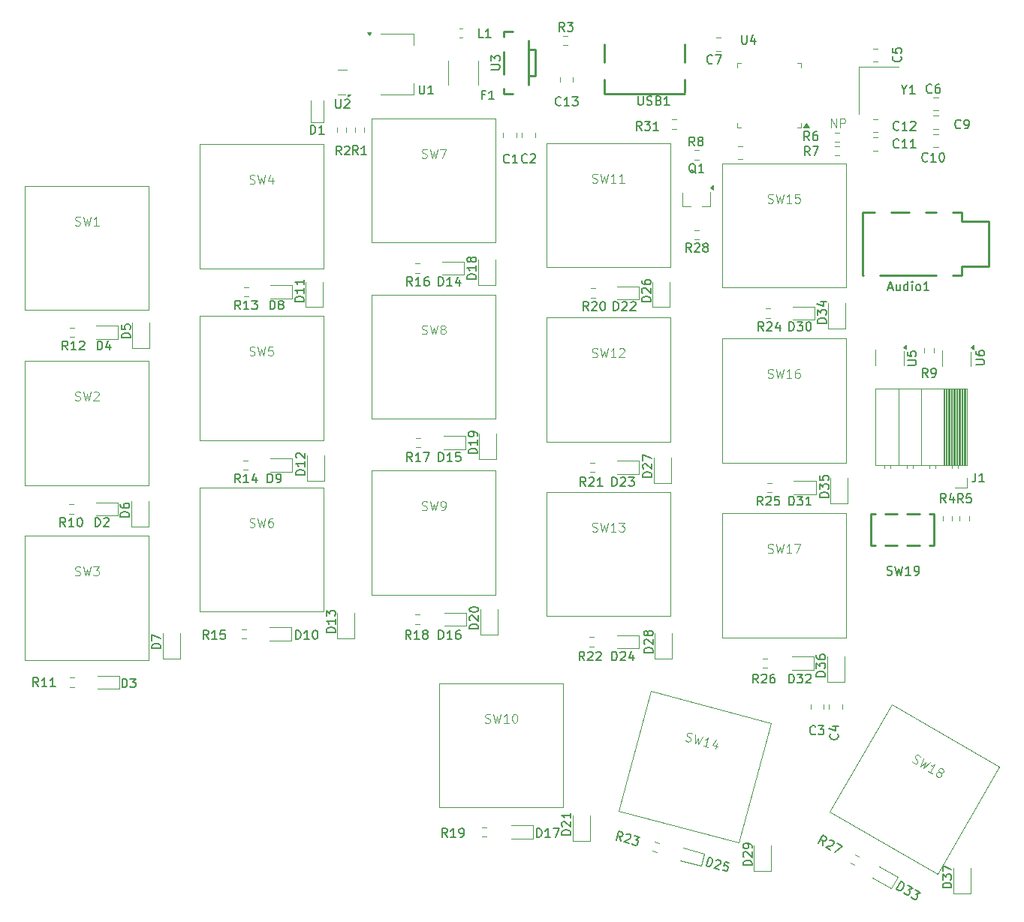
<source format=gbr>
%TF.GenerationSoftware,KiCad,Pcbnew,8.0.8*%
%TF.CreationDate,2025-02-15T14:10:55+01:00*%
%TF.ProjectId,sichergo-left,73696368-6572-4676-9f2d-6c6566742e6b,rev?*%
%TF.SameCoordinates,Original*%
%TF.FileFunction,Legend,Top*%
%TF.FilePolarity,Positive*%
%FSLAX46Y46*%
G04 Gerber Fmt 4.6, Leading zero omitted, Abs format (unit mm)*
G04 Created by KiCad (PCBNEW 8.0.8) date 2025-02-15 14:10:55*
%MOMM*%
%LPD*%
G01*
G04 APERTURE LIST*
%ADD10C,0.100000*%
%ADD11C,0.150000*%
%ADD12C,0.120000*%
%ADD13C,0.250000*%
G04 APERTURE END LIST*
D10*
X182216384Y-65372420D02*
X182216384Y-64372420D01*
X182216384Y-64372420D02*
X182787812Y-65372420D01*
X182787812Y-65372420D02*
X182787812Y-64372420D01*
X183264003Y-65372420D02*
X183264003Y-64372420D01*
X183264003Y-64372420D02*
X183644955Y-64372420D01*
X183644955Y-64372420D02*
X183740193Y-64420039D01*
X183740193Y-64420039D02*
X183787812Y-64467658D01*
X183787812Y-64467658D02*
X183835431Y-64562896D01*
X183835431Y-64562896D02*
X183835431Y-64705753D01*
X183835431Y-64705753D02*
X183787812Y-64800991D01*
X183787812Y-64800991D02*
X183740193Y-64848610D01*
X183740193Y-64848610D02*
X183644955Y-64896229D01*
X183644955Y-64896229D02*
X183264003Y-64896229D01*
D11*
X151757142Y-62843580D02*
X151709523Y-62891200D01*
X151709523Y-62891200D02*
X151566666Y-62938819D01*
X151566666Y-62938819D02*
X151471428Y-62938819D01*
X151471428Y-62938819D02*
X151328571Y-62891200D01*
X151328571Y-62891200D02*
X151233333Y-62795961D01*
X151233333Y-62795961D02*
X151185714Y-62700723D01*
X151185714Y-62700723D02*
X151138095Y-62510247D01*
X151138095Y-62510247D02*
X151138095Y-62367390D01*
X151138095Y-62367390D02*
X151185714Y-62176914D01*
X151185714Y-62176914D02*
X151233333Y-62081676D01*
X151233333Y-62081676D02*
X151328571Y-61986438D01*
X151328571Y-61986438D02*
X151471428Y-61938819D01*
X151471428Y-61938819D02*
X151566666Y-61938819D01*
X151566666Y-61938819D02*
X151709523Y-61986438D01*
X151709523Y-61986438D02*
X151757142Y-62034057D01*
X152709523Y-62938819D02*
X152138095Y-62938819D01*
X152423809Y-62938819D02*
X152423809Y-61938819D01*
X152423809Y-61938819D02*
X152328571Y-62081676D01*
X152328571Y-62081676D02*
X152233333Y-62176914D01*
X152233333Y-62176914D02*
X152138095Y-62224533D01*
X153042857Y-61938819D02*
X153661904Y-61938819D01*
X153661904Y-61938819D02*
X153328571Y-62319771D01*
X153328571Y-62319771D02*
X153471428Y-62319771D01*
X153471428Y-62319771D02*
X153566666Y-62367390D01*
X153566666Y-62367390D02*
X153614285Y-62415009D01*
X153614285Y-62415009D02*
X153661904Y-62510247D01*
X153661904Y-62510247D02*
X153661904Y-62748342D01*
X153661904Y-62748342D02*
X153614285Y-62843580D01*
X153614285Y-62843580D02*
X153566666Y-62891200D01*
X153566666Y-62891200D02*
X153471428Y-62938819D01*
X153471428Y-62938819D02*
X153185714Y-62938819D01*
X153185714Y-62938819D02*
X153090476Y-62891200D01*
X153090476Y-62891200D02*
X153042857Y-62843580D01*
X149026714Y-145488819D02*
X149026714Y-144488819D01*
X149026714Y-144488819D02*
X149264809Y-144488819D01*
X149264809Y-144488819D02*
X149407666Y-144536438D01*
X149407666Y-144536438D02*
X149502904Y-144631676D01*
X149502904Y-144631676D02*
X149550523Y-144726914D01*
X149550523Y-144726914D02*
X149598142Y-144917390D01*
X149598142Y-144917390D02*
X149598142Y-145060247D01*
X149598142Y-145060247D02*
X149550523Y-145250723D01*
X149550523Y-145250723D02*
X149502904Y-145345961D01*
X149502904Y-145345961D02*
X149407666Y-145441200D01*
X149407666Y-145441200D02*
X149264809Y-145488819D01*
X149264809Y-145488819D02*
X149026714Y-145488819D01*
X150550523Y-145488819D02*
X149979095Y-145488819D01*
X150264809Y-145488819D02*
X150264809Y-144488819D01*
X150264809Y-144488819D02*
X150169571Y-144631676D01*
X150169571Y-144631676D02*
X150074333Y-144726914D01*
X150074333Y-144726914D02*
X149979095Y-144774533D01*
X150883857Y-144488819D02*
X151550523Y-144488819D01*
X151550523Y-144488819D02*
X151121952Y-145488819D01*
X166833333Y-67454819D02*
X166500000Y-66978628D01*
X166261905Y-67454819D02*
X166261905Y-66454819D01*
X166261905Y-66454819D02*
X166642857Y-66454819D01*
X166642857Y-66454819D02*
X166738095Y-66502438D01*
X166738095Y-66502438D02*
X166785714Y-66550057D01*
X166785714Y-66550057D02*
X166833333Y-66645295D01*
X166833333Y-66645295D02*
X166833333Y-66788152D01*
X166833333Y-66788152D02*
X166785714Y-66883390D01*
X166785714Y-66883390D02*
X166738095Y-66931009D01*
X166738095Y-66931009D02*
X166642857Y-66978628D01*
X166642857Y-66978628D02*
X166261905Y-66978628D01*
X167404762Y-66883390D02*
X167309524Y-66835771D01*
X167309524Y-66835771D02*
X167261905Y-66788152D01*
X167261905Y-66788152D02*
X167214286Y-66692914D01*
X167214286Y-66692914D02*
X167214286Y-66645295D01*
X167214286Y-66645295D02*
X167261905Y-66550057D01*
X167261905Y-66550057D02*
X167309524Y-66502438D01*
X167309524Y-66502438D02*
X167404762Y-66454819D01*
X167404762Y-66454819D02*
X167595238Y-66454819D01*
X167595238Y-66454819D02*
X167690476Y-66502438D01*
X167690476Y-66502438D02*
X167738095Y-66550057D01*
X167738095Y-66550057D02*
X167785714Y-66645295D01*
X167785714Y-66645295D02*
X167785714Y-66692914D01*
X167785714Y-66692914D02*
X167738095Y-66788152D01*
X167738095Y-66788152D02*
X167690476Y-66835771D01*
X167690476Y-66835771D02*
X167595238Y-66883390D01*
X167595238Y-66883390D02*
X167404762Y-66883390D01*
X167404762Y-66883390D02*
X167309524Y-66931009D01*
X167309524Y-66931009D02*
X167261905Y-66978628D01*
X167261905Y-66978628D02*
X167214286Y-67073866D01*
X167214286Y-67073866D02*
X167214286Y-67264342D01*
X167214286Y-67264342D02*
X167261905Y-67359580D01*
X167261905Y-67359580D02*
X167309524Y-67407200D01*
X167309524Y-67407200D02*
X167404762Y-67454819D01*
X167404762Y-67454819D02*
X167595238Y-67454819D01*
X167595238Y-67454819D02*
X167690476Y-67407200D01*
X167690476Y-67407200D02*
X167738095Y-67359580D01*
X167738095Y-67359580D02*
X167785714Y-67264342D01*
X167785714Y-67264342D02*
X167785714Y-67073866D01*
X167785714Y-67073866D02*
X167738095Y-66978628D01*
X167738095Y-66978628D02*
X167690476Y-66931009D01*
X167690476Y-66931009D02*
X167595238Y-66883390D01*
X177488714Y-88338819D02*
X177488714Y-87338819D01*
X177488714Y-87338819D02*
X177726809Y-87338819D01*
X177726809Y-87338819D02*
X177869666Y-87386438D01*
X177869666Y-87386438D02*
X177964904Y-87481676D01*
X177964904Y-87481676D02*
X178012523Y-87576914D01*
X178012523Y-87576914D02*
X178060142Y-87767390D01*
X178060142Y-87767390D02*
X178060142Y-87910247D01*
X178060142Y-87910247D02*
X178012523Y-88100723D01*
X178012523Y-88100723D02*
X177964904Y-88195961D01*
X177964904Y-88195961D02*
X177869666Y-88291200D01*
X177869666Y-88291200D02*
X177726809Y-88338819D01*
X177726809Y-88338819D02*
X177488714Y-88338819D01*
X178393476Y-87338819D02*
X179012523Y-87338819D01*
X179012523Y-87338819D02*
X178679190Y-87719771D01*
X178679190Y-87719771D02*
X178822047Y-87719771D01*
X178822047Y-87719771D02*
X178917285Y-87767390D01*
X178917285Y-87767390D02*
X178964904Y-87815009D01*
X178964904Y-87815009D02*
X179012523Y-87910247D01*
X179012523Y-87910247D02*
X179012523Y-88148342D01*
X179012523Y-88148342D02*
X178964904Y-88243580D01*
X178964904Y-88243580D02*
X178917285Y-88291200D01*
X178917285Y-88291200D02*
X178822047Y-88338819D01*
X178822047Y-88338819D02*
X178536333Y-88338819D01*
X178536333Y-88338819D02*
X178441095Y-88291200D01*
X178441095Y-88291200D02*
X178393476Y-88243580D01*
X179631571Y-87338819D02*
X179726809Y-87338819D01*
X179726809Y-87338819D02*
X179822047Y-87386438D01*
X179822047Y-87386438D02*
X179869666Y-87434057D01*
X179869666Y-87434057D02*
X179917285Y-87529295D01*
X179917285Y-87529295D02*
X179964904Y-87719771D01*
X179964904Y-87719771D02*
X179964904Y-87957866D01*
X179964904Y-87957866D02*
X179917285Y-88148342D01*
X179917285Y-88148342D02*
X179869666Y-88243580D01*
X179869666Y-88243580D02*
X179822047Y-88291200D01*
X179822047Y-88291200D02*
X179726809Y-88338819D01*
X179726809Y-88338819D02*
X179631571Y-88338819D01*
X179631571Y-88338819D02*
X179536333Y-88291200D01*
X179536333Y-88291200D02*
X179488714Y-88243580D01*
X179488714Y-88243580D02*
X179441095Y-88148342D01*
X179441095Y-88148342D02*
X179393476Y-87957866D01*
X179393476Y-87957866D02*
X179393476Y-87719771D01*
X179393476Y-87719771D02*
X179441095Y-87529295D01*
X179441095Y-87529295D02*
X179488714Y-87434057D01*
X179488714Y-87434057D02*
X179536333Y-87386438D01*
X179536333Y-87386438D02*
X179631571Y-87338819D01*
X142187819Y-82494285D02*
X141187819Y-82494285D01*
X141187819Y-82494285D02*
X141187819Y-82256190D01*
X141187819Y-82256190D02*
X141235438Y-82113333D01*
X141235438Y-82113333D02*
X141330676Y-82018095D01*
X141330676Y-82018095D02*
X141425914Y-81970476D01*
X141425914Y-81970476D02*
X141616390Y-81922857D01*
X141616390Y-81922857D02*
X141759247Y-81922857D01*
X141759247Y-81922857D02*
X141949723Y-81970476D01*
X141949723Y-81970476D02*
X142044961Y-82018095D01*
X142044961Y-82018095D02*
X142140200Y-82113333D01*
X142140200Y-82113333D02*
X142187819Y-82256190D01*
X142187819Y-82256190D02*
X142187819Y-82494285D01*
X142187819Y-80970476D02*
X142187819Y-81541904D01*
X142187819Y-81256190D02*
X141187819Y-81256190D01*
X141187819Y-81256190D02*
X141330676Y-81351428D01*
X141330676Y-81351428D02*
X141425914Y-81446666D01*
X141425914Y-81446666D02*
X141473533Y-81541904D01*
X141616390Y-80399047D02*
X141568771Y-80494285D01*
X141568771Y-80494285D02*
X141521152Y-80541904D01*
X141521152Y-80541904D02*
X141425914Y-80589523D01*
X141425914Y-80589523D02*
X141378295Y-80589523D01*
X141378295Y-80589523D02*
X141283057Y-80541904D01*
X141283057Y-80541904D02*
X141235438Y-80494285D01*
X141235438Y-80494285D02*
X141187819Y-80399047D01*
X141187819Y-80399047D02*
X141187819Y-80208571D01*
X141187819Y-80208571D02*
X141235438Y-80113333D01*
X141235438Y-80113333D02*
X141283057Y-80065714D01*
X141283057Y-80065714D02*
X141378295Y-80018095D01*
X141378295Y-80018095D02*
X141425914Y-80018095D01*
X141425914Y-80018095D02*
X141521152Y-80065714D01*
X141521152Y-80065714D02*
X141568771Y-80113333D01*
X141568771Y-80113333D02*
X141616390Y-80208571D01*
X141616390Y-80208571D02*
X141616390Y-80399047D01*
X141616390Y-80399047D02*
X141664009Y-80494285D01*
X141664009Y-80494285D02*
X141711628Y-80541904D01*
X141711628Y-80541904D02*
X141806866Y-80589523D01*
X141806866Y-80589523D02*
X141997342Y-80589523D01*
X141997342Y-80589523D02*
X142092580Y-80541904D01*
X142092580Y-80541904D02*
X142140200Y-80494285D01*
X142140200Y-80494285D02*
X142187819Y-80399047D01*
X142187819Y-80399047D02*
X142187819Y-80208571D01*
X142187819Y-80208571D02*
X142140200Y-80113333D01*
X142140200Y-80113333D02*
X142092580Y-80065714D01*
X142092580Y-80065714D02*
X141997342Y-80018095D01*
X141997342Y-80018095D02*
X141806866Y-80018095D01*
X141806866Y-80018095D02*
X141711628Y-80065714D01*
X141711628Y-80065714D02*
X141664009Y-80113333D01*
X141664009Y-80113333D02*
X141616390Y-80208571D01*
X106627819Y-124182094D02*
X105627819Y-124182094D01*
X105627819Y-124182094D02*
X105627819Y-123943999D01*
X105627819Y-123943999D02*
X105675438Y-123801142D01*
X105675438Y-123801142D02*
X105770676Y-123705904D01*
X105770676Y-123705904D02*
X105865914Y-123658285D01*
X105865914Y-123658285D02*
X106056390Y-123610666D01*
X106056390Y-123610666D02*
X106199247Y-123610666D01*
X106199247Y-123610666D02*
X106389723Y-123658285D01*
X106389723Y-123658285D02*
X106484961Y-123705904D01*
X106484961Y-123705904D02*
X106580200Y-123801142D01*
X106580200Y-123801142D02*
X106627819Y-123943999D01*
X106627819Y-123943999D02*
X106627819Y-124182094D01*
X105627819Y-123277332D02*
X105627819Y-122610666D01*
X105627819Y-122610666D02*
X106627819Y-123039237D01*
X137977714Y-123136819D02*
X137977714Y-122136819D01*
X137977714Y-122136819D02*
X138215809Y-122136819D01*
X138215809Y-122136819D02*
X138358666Y-122184438D01*
X138358666Y-122184438D02*
X138453904Y-122279676D01*
X138453904Y-122279676D02*
X138501523Y-122374914D01*
X138501523Y-122374914D02*
X138549142Y-122565390D01*
X138549142Y-122565390D02*
X138549142Y-122708247D01*
X138549142Y-122708247D02*
X138501523Y-122898723D01*
X138501523Y-122898723D02*
X138453904Y-122993961D01*
X138453904Y-122993961D02*
X138358666Y-123089200D01*
X138358666Y-123089200D02*
X138215809Y-123136819D01*
X138215809Y-123136819D02*
X137977714Y-123136819D01*
X139501523Y-123136819D02*
X138930095Y-123136819D01*
X139215809Y-123136819D02*
X139215809Y-122136819D01*
X139215809Y-122136819D02*
X139120571Y-122279676D01*
X139120571Y-122279676D02*
X139025333Y-122374914D01*
X139025333Y-122374914D02*
X138930095Y-122422533D01*
X140358666Y-122136819D02*
X140168190Y-122136819D01*
X140168190Y-122136819D02*
X140072952Y-122184438D01*
X140072952Y-122184438D02*
X140025333Y-122232057D01*
X140025333Y-122232057D02*
X139930095Y-122374914D01*
X139930095Y-122374914D02*
X139882476Y-122565390D01*
X139882476Y-122565390D02*
X139882476Y-122946342D01*
X139882476Y-122946342D02*
X139930095Y-123041580D01*
X139930095Y-123041580D02*
X139977714Y-123089200D01*
X139977714Y-123089200D02*
X140072952Y-123136819D01*
X140072952Y-123136819D02*
X140263428Y-123136819D01*
X140263428Y-123136819D02*
X140358666Y-123089200D01*
X140358666Y-123089200D02*
X140406285Y-123041580D01*
X140406285Y-123041580D02*
X140453904Y-122946342D01*
X140453904Y-122946342D02*
X140453904Y-122708247D01*
X140453904Y-122708247D02*
X140406285Y-122613009D01*
X140406285Y-122613009D02*
X140358666Y-122565390D01*
X140358666Y-122565390D02*
X140263428Y-122517771D01*
X140263428Y-122517771D02*
X140072952Y-122517771D01*
X140072952Y-122517771D02*
X139977714Y-122565390D01*
X139977714Y-122565390D02*
X139930095Y-122613009D01*
X139930095Y-122613009D02*
X139882476Y-122708247D01*
D10*
X175101476Y-113360800D02*
X175244333Y-113408419D01*
X175244333Y-113408419D02*
X175482428Y-113408419D01*
X175482428Y-113408419D02*
X175577666Y-113360800D01*
X175577666Y-113360800D02*
X175625285Y-113313180D01*
X175625285Y-113313180D02*
X175672904Y-113217942D01*
X175672904Y-113217942D02*
X175672904Y-113122704D01*
X175672904Y-113122704D02*
X175625285Y-113027466D01*
X175625285Y-113027466D02*
X175577666Y-112979847D01*
X175577666Y-112979847D02*
X175482428Y-112932228D01*
X175482428Y-112932228D02*
X175291952Y-112884609D01*
X175291952Y-112884609D02*
X175196714Y-112836990D01*
X175196714Y-112836990D02*
X175149095Y-112789371D01*
X175149095Y-112789371D02*
X175101476Y-112694133D01*
X175101476Y-112694133D02*
X175101476Y-112598895D01*
X175101476Y-112598895D02*
X175149095Y-112503657D01*
X175149095Y-112503657D02*
X175196714Y-112456038D01*
X175196714Y-112456038D02*
X175291952Y-112408419D01*
X175291952Y-112408419D02*
X175530047Y-112408419D01*
X175530047Y-112408419D02*
X175672904Y-112456038D01*
X176006238Y-112408419D02*
X176244333Y-113408419D01*
X176244333Y-113408419D02*
X176434809Y-112694133D01*
X176434809Y-112694133D02*
X176625285Y-113408419D01*
X176625285Y-113408419D02*
X176863381Y-112408419D01*
X177768142Y-113408419D02*
X177196714Y-113408419D01*
X177482428Y-113408419D02*
X177482428Y-112408419D01*
X177482428Y-112408419D02*
X177387190Y-112551276D01*
X177387190Y-112551276D02*
X177291952Y-112646514D01*
X177291952Y-112646514D02*
X177196714Y-112694133D01*
X178101476Y-112408419D02*
X178768142Y-112408419D01*
X178768142Y-112408419D02*
X178339571Y-113408419D01*
D11*
X177474714Y-128089819D02*
X177474714Y-127089819D01*
X177474714Y-127089819D02*
X177712809Y-127089819D01*
X177712809Y-127089819D02*
X177855666Y-127137438D01*
X177855666Y-127137438D02*
X177950904Y-127232676D01*
X177950904Y-127232676D02*
X177998523Y-127327914D01*
X177998523Y-127327914D02*
X178046142Y-127518390D01*
X178046142Y-127518390D02*
X178046142Y-127661247D01*
X178046142Y-127661247D02*
X177998523Y-127851723D01*
X177998523Y-127851723D02*
X177950904Y-127946961D01*
X177950904Y-127946961D02*
X177855666Y-128042200D01*
X177855666Y-128042200D02*
X177712809Y-128089819D01*
X177712809Y-128089819D02*
X177474714Y-128089819D01*
X178379476Y-127089819D02*
X178998523Y-127089819D01*
X178998523Y-127089819D02*
X178665190Y-127470771D01*
X178665190Y-127470771D02*
X178808047Y-127470771D01*
X178808047Y-127470771D02*
X178903285Y-127518390D01*
X178903285Y-127518390D02*
X178950904Y-127566009D01*
X178950904Y-127566009D02*
X178998523Y-127661247D01*
X178998523Y-127661247D02*
X178998523Y-127899342D01*
X178998523Y-127899342D02*
X178950904Y-127994580D01*
X178950904Y-127994580D02*
X178903285Y-128042200D01*
X178903285Y-128042200D02*
X178808047Y-128089819D01*
X178808047Y-128089819D02*
X178522333Y-128089819D01*
X178522333Y-128089819D02*
X178427095Y-128042200D01*
X178427095Y-128042200D02*
X178379476Y-127994580D01*
X179379476Y-127185057D02*
X179427095Y-127137438D01*
X179427095Y-127137438D02*
X179522333Y-127089819D01*
X179522333Y-127089819D02*
X179760428Y-127089819D01*
X179760428Y-127089819D02*
X179855666Y-127137438D01*
X179855666Y-127137438D02*
X179903285Y-127185057D01*
X179903285Y-127185057D02*
X179950904Y-127280295D01*
X179950904Y-127280295D02*
X179950904Y-127375533D01*
X179950904Y-127375533D02*
X179903285Y-127518390D01*
X179903285Y-127518390D02*
X179331857Y-128089819D01*
X179331857Y-128089819D02*
X179950904Y-128089819D01*
X166444642Y-79454819D02*
X166111309Y-78978628D01*
X165873214Y-79454819D02*
X165873214Y-78454819D01*
X165873214Y-78454819D02*
X166254166Y-78454819D01*
X166254166Y-78454819D02*
X166349404Y-78502438D01*
X166349404Y-78502438D02*
X166397023Y-78550057D01*
X166397023Y-78550057D02*
X166444642Y-78645295D01*
X166444642Y-78645295D02*
X166444642Y-78788152D01*
X166444642Y-78788152D02*
X166397023Y-78883390D01*
X166397023Y-78883390D02*
X166349404Y-78931009D01*
X166349404Y-78931009D02*
X166254166Y-78978628D01*
X166254166Y-78978628D02*
X165873214Y-78978628D01*
X166825595Y-78550057D02*
X166873214Y-78502438D01*
X166873214Y-78502438D02*
X166968452Y-78454819D01*
X166968452Y-78454819D02*
X167206547Y-78454819D01*
X167206547Y-78454819D02*
X167301785Y-78502438D01*
X167301785Y-78502438D02*
X167349404Y-78550057D01*
X167349404Y-78550057D02*
X167397023Y-78645295D01*
X167397023Y-78645295D02*
X167397023Y-78740533D01*
X167397023Y-78740533D02*
X167349404Y-78883390D01*
X167349404Y-78883390D02*
X166777976Y-79454819D01*
X166777976Y-79454819D02*
X167397023Y-79454819D01*
X167968452Y-78883390D02*
X167873214Y-78835771D01*
X167873214Y-78835771D02*
X167825595Y-78788152D01*
X167825595Y-78788152D02*
X167777976Y-78692914D01*
X167777976Y-78692914D02*
X167777976Y-78645295D01*
X167777976Y-78645295D02*
X167825595Y-78550057D01*
X167825595Y-78550057D02*
X167873214Y-78502438D01*
X167873214Y-78502438D02*
X167968452Y-78454819D01*
X167968452Y-78454819D02*
X168158928Y-78454819D01*
X168158928Y-78454819D02*
X168254166Y-78502438D01*
X168254166Y-78502438D02*
X168301785Y-78550057D01*
X168301785Y-78550057D02*
X168349404Y-78645295D01*
X168349404Y-78645295D02*
X168349404Y-78692914D01*
X168349404Y-78692914D02*
X168301785Y-78788152D01*
X168301785Y-78788152D02*
X168254166Y-78835771D01*
X168254166Y-78835771D02*
X168158928Y-78883390D01*
X168158928Y-78883390D02*
X167968452Y-78883390D01*
X167968452Y-78883390D02*
X167873214Y-78931009D01*
X167873214Y-78931009D02*
X167825595Y-78978628D01*
X167825595Y-78978628D02*
X167777976Y-79073866D01*
X167777976Y-79073866D02*
X167777976Y-79264342D01*
X167777976Y-79264342D02*
X167825595Y-79359580D01*
X167825595Y-79359580D02*
X167873214Y-79407200D01*
X167873214Y-79407200D02*
X167968452Y-79454819D01*
X167968452Y-79454819D02*
X168158928Y-79454819D01*
X168158928Y-79454819D02*
X168254166Y-79407200D01*
X168254166Y-79407200D02*
X168301785Y-79359580D01*
X168301785Y-79359580D02*
X168349404Y-79264342D01*
X168349404Y-79264342D02*
X168349404Y-79073866D01*
X168349404Y-79073866D02*
X168301785Y-78978628D01*
X168301785Y-78978628D02*
X168254166Y-78931009D01*
X168254166Y-78931009D02*
X168158928Y-78883390D01*
X161999819Y-104846285D02*
X160999819Y-104846285D01*
X160999819Y-104846285D02*
X160999819Y-104608190D01*
X160999819Y-104608190D02*
X161047438Y-104465333D01*
X161047438Y-104465333D02*
X161142676Y-104370095D01*
X161142676Y-104370095D02*
X161237914Y-104322476D01*
X161237914Y-104322476D02*
X161428390Y-104274857D01*
X161428390Y-104274857D02*
X161571247Y-104274857D01*
X161571247Y-104274857D02*
X161761723Y-104322476D01*
X161761723Y-104322476D02*
X161856961Y-104370095D01*
X161856961Y-104370095D02*
X161952200Y-104465333D01*
X161952200Y-104465333D02*
X161999819Y-104608190D01*
X161999819Y-104608190D02*
X161999819Y-104846285D01*
X161095057Y-103893904D02*
X161047438Y-103846285D01*
X161047438Y-103846285D02*
X160999819Y-103751047D01*
X160999819Y-103751047D02*
X160999819Y-103512952D01*
X160999819Y-103512952D02*
X161047438Y-103417714D01*
X161047438Y-103417714D02*
X161095057Y-103370095D01*
X161095057Y-103370095D02*
X161190295Y-103322476D01*
X161190295Y-103322476D02*
X161285533Y-103322476D01*
X161285533Y-103322476D02*
X161428390Y-103370095D01*
X161428390Y-103370095D02*
X161999819Y-103941523D01*
X161999819Y-103941523D02*
X161999819Y-103322476D01*
X160999819Y-102989142D02*
X160999819Y-102322476D01*
X160999819Y-102322476D02*
X161999819Y-102751047D01*
X198532019Y-92131704D02*
X199341542Y-92131704D01*
X199341542Y-92131704D02*
X199436780Y-92084085D01*
X199436780Y-92084085D02*
X199484400Y-92036466D01*
X199484400Y-92036466D02*
X199532019Y-91941228D01*
X199532019Y-91941228D02*
X199532019Y-91750752D01*
X199532019Y-91750752D02*
X199484400Y-91655514D01*
X199484400Y-91655514D02*
X199436780Y-91607895D01*
X199436780Y-91607895D02*
X199341542Y-91560276D01*
X199341542Y-91560276D02*
X198532019Y-91560276D01*
X198532019Y-90655514D02*
X198532019Y-90845990D01*
X198532019Y-90845990D02*
X198579638Y-90941228D01*
X198579638Y-90941228D02*
X198627257Y-90988847D01*
X198627257Y-90988847D02*
X198770114Y-91084085D01*
X198770114Y-91084085D02*
X198960590Y-91131704D01*
X198960590Y-91131704D02*
X199341542Y-91131704D01*
X199341542Y-91131704D02*
X199436780Y-91084085D01*
X199436780Y-91084085D02*
X199484400Y-91036466D01*
X199484400Y-91036466D02*
X199532019Y-90941228D01*
X199532019Y-90941228D02*
X199532019Y-90750752D01*
X199532019Y-90750752D02*
X199484400Y-90655514D01*
X199484400Y-90655514D02*
X199436780Y-90607895D01*
X199436780Y-90607895D02*
X199341542Y-90560276D01*
X199341542Y-90560276D02*
X199103447Y-90560276D01*
X199103447Y-90560276D02*
X199008209Y-90607895D01*
X199008209Y-90607895D02*
X198960590Y-90655514D01*
X198960590Y-90655514D02*
X198912971Y-90750752D01*
X198912971Y-90750752D02*
X198912971Y-90941228D01*
X198912971Y-90941228D02*
X198960590Y-91036466D01*
X198960590Y-91036466D02*
X199008209Y-91084085D01*
X199008209Y-91084085D02*
X199103447Y-91131704D01*
X142314819Y-102170285D02*
X141314819Y-102170285D01*
X141314819Y-102170285D02*
X141314819Y-101932190D01*
X141314819Y-101932190D02*
X141362438Y-101789333D01*
X141362438Y-101789333D02*
X141457676Y-101694095D01*
X141457676Y-101694095D02*
X141552914Y-101646476D01*
X141552914Y-101646476D02*
X141743390Y-101598857D01*
X141743390Y-101598857D02*
X141886247Y-101598857D01*
X141886247Y-101598857D02*
X142076723Y-101646476D01*
X142076723Y-101646476D02*
X142171961Y-101694095D01*
X142171961Y-101694095D02*
X142267200Y-101789333D01*
X142267200Y-101789333D02*
X142314819Y-101932190D01*
X142314819Y-101932190D02*
X142314819Y-102170285D01*
X142314819Y-100646476D02*
X142314819Y-101217904D01*
X142314819Y-100932190D02*
X141314819Y-100932190D01*
X141314819Y-100932190D02*
X141457676Y-101027428D01*
X141457676Y-101027428D02*
X141552914Y-101122666D01*
X141552914Y-101122666D02*
X141600533Y-101217904D01*
X142314819Y-100170285D02*
X142314819Y-99979809D01*
X142314819Y-99979809D02*
X142267200Y-99884571D01*
X142267200Y-99884571D02*
X142219580Y-99836952D01*
X142219580Y-99836952D02*
X142076723Y-99741714D01*
X142076723Y-99741714D02*
X141886247Y-99694095D01*
X141886247Y-99694095D02*
X141505295Y-99694095D01*
X141505295Y-99694095D02*
X141410057Y-99741714D01*
X141410057Y-99741714D02*
X141362438Y-99789333D01*
X141362438Y-99789333D02*
X141314819Y-99884571D01*
X141314819Y-99884571D02*
X141314819Y-100075047D01*
X141314819Y-100075047D02*
X141362438Y-100170285D01*
X141362438Y-100170285D02*
X141410057Y-100217904D01*
X141410057Y-100217904D02*
X141505295Y-100265523D01*
X141505295Y-100265523D02*
X141743390Y-100265523D01*
X141743390Y-100265523D02*
X141838628Y-100217904D01*
X141838628Y-100217904D02*
X141886247Y-100170285D01*
X141886247Y-100170285D02*
X141933866Y-100075047D01*
X141933866Y-100075047D02*
X141933866Y-99884571D01*
X141933866Y-99884571D02*
X141886247Y-99789333D01*
X141886247Y-99789333D02*
X141838628Y-99741714D01*
X141838628Y-99741714D02*
X141743390Y-99694095D01*
D10*
X116649667Y-91072300D02*
X116792524Y-91119919D01*
X116792524Y-91119919D02*
X117030619Y-91119919D01*
X117030619Y-91119919D02*
X117125857Y-91072300D01*
X117125857Y-91072300D02*
X117173476Y-91024680D01*
X117173476Y-91024680D02*
X117221095Y-90929442D01*
X117221095Y-90929442D02*
X117221095Y-90834204D01*
X117221095Y-90834204D02*
X117173476Y-90738966D01*
X117173476Y-90738966D02*
X117125857Y-90691347D01*
X117125857Y-90691347D02*
X117030619Y-90643728D01*
X117030619Y-90643728D02*
X116840143Y-90596109D01*
X116840143Y-90596109D02*
X116744905Y-90548490D01*
X116744905Y-90548490D02*
X116697286Y-90500871D01*
X116697286Y-90500871D02*
X116649667Y-90405633D01*
X116649667Y-90405633D02*
X116649667Y-90310395D01*
X116649667Y-90310395D02*
X116697286Y-90215157D01*
X116697286Y-90215157D02*
X116744905Y-90167538D01*
X116744905Y-90167538D02*
X116840143Y-90119919D01*
X116840143Y-90119919D02*
X117078238Y-90119919D01*
X117078238Y-90119919D02*
X117221095Y-90167538D01*
X117554429Y-90119919D02*
X117792524Y-91119919D01*
X117792524Y-91119919D02*
X117983000Y-90405633D01*
X117983000Y-90405633D02*
X118173476Y-91119919D01*
X118173476Y-91119919D02*
X118411572Y-90119919D01*
X119268714Y-90119919D02*
X118792524Y-90119919D01*
X118792524Y-90119919D02*
X118744905Y-90596109D01*
X118744905Y-90596109D02*
X118792524Y-90548490D01*
X118792524Y-90548490D02*
X118887762Y-90500871D01*
X118887762Y-90500871D02*
X119125857Y-90500871D01*
X119125857Y-90500871D02*
X119221095Y-90548490D01*
X119221095Y-90548490D02*
X119268714Y-90596109D01*
X119268714Y-90596109D02*
X119316333Y-90691347D01*
X119316333Y-90691347D02*
X119316333Y-90929442D01*
X119316333Y-90929442D02*
X119268714Y-91024680D01*
X119268714Y-91024680D02*
X119221095Y-91072300D01*
X119221095Y-91072300D02*
X119125857Y-91119919D01*
X119125857Y-91119919D02*
X118887762Y-91119919D01*
X118887762Y-91119919D02*
X118792524Y-91072300D01*
X118792524Y-91072300D02*
X118744905Y-91024680D01*
X96964667Y-96152300D02*
X97107524Y-96199919D01*
X97107524Y-96199919D02*
X97345619Y-96199919D01*
X97345619Y-96199919D02*
X97440857Y-96152300D01*
X97440857Y-96152300D02*
X97488476Y-96104680D01*
X97488476Y-96104680D02*
X97536095Y-96009442D01*
X97536095Y-96009442D02*
X97536095Y-95914204D01*
X97536095Y-95914204D02*
X97488476Y-95818966D01*
X97488476Y-95818966D02*
X97440857Y-95771347D01*
X97440857Y-95771347D02*
X97345619Y-95723728D01*
X97345619Y-95723728D02*
X97155143Y-95676109D01*
X97155143Y-95676109D02*
X97059905Y-95628490D01*
X97059905Y-95628490D02*
X97012286Y-95580871D01*
X97012286Y-95580871D02*
X96964667Y-95485633D01*
X96964667Y-95485633D02*
X96964667Y-95390395D01*
X96964667Y-95390395D02*
X97012286Y-95295157D01*
X97012286Y-95295157D02*
X97059905Y-95247538D01*
X97059905Y-95247538D02*
X97155143Y-95199919D01*
X97155143Y-95199919D02*
X97393238Y-95199919D01*
X97393238Y-95199919D02*
X97536095Y-95247538D01*
X97869429Y-95199919D02*
X98107524Y-96199919D01*
X98107524Y-96199919D02*
X98298000Y-95485633D01*
X98298000Y-95485633D02*
X98488476Y-96199919D01*
X98488476Y-96199919D02*
X98726572Y-95199919D01*
X99059905Y-95295157D02*
X99107524Y-95247538D01*
X99107524Y-95247538D02*
X99202762Y-95199919D01*
X99202762Y-95199919D02*
X99440857Y-95199919D01*
X99440857Y-95199919D02*
X99536095Y-95247538D01*
X99536095Y-95247538D02*
X99583714Y-95295157D01*
X99583714Y-95295157D02*
X99631333Y-95390395D01*
X99631333Y-95390395D02*
X99631333Y-95485633D01*
X99631333Y-95485633D02*
X99583714Y-95628490D01*
X99583714Y-95628490D02*
X99012286Y-96199919D01*
X99012286Y-96199919D02*
X99631333Y-96199919D01*
D11*
X99464905Y-90497819D02*
X99464905Y-89497819D01*
X99464905Y-89497819D02*
X99703000Y-89497819D01*
X99703000Y-89497819D02*
X99845857Y-89545438D01*
X99845857Y-89545438D02*
X99941095Y-89640676D01*
X99941095Y-89640676D02*
X99988714Y-89735914D01*
X99988714Y-89735914D02*
X100036333Y-89926390D01*
X100036333Y-89926390D02*
X100036333Y-90069247D01*
X100036333Y-90069247D02*
X99988714Y-90259723D01*
X99988714Y-90259723D02*
X99941095Y-90354961D01*
X99941095Y-90354961D02*
X99845857Y-90450200D01*
X99845857Y-90450200D02*
X99703000Y-90497819D01*
X99703000Y-90497819D02*
X99464905Y-90497819D01*
X100893476Y-89831152D02*
X100893476Y-90497819D01*
X100655381Y-89450200D02*
X100417286Y-90164485D01*
X100417286Y-90164485D02*
X101036333Y-90164485D01*
X96131142Y-90497819D02*
X95797809Y-90021628D01*
X95559714Y-90497819D02*
X95559714Y-89497819D01*
X95559714Y-89497819D02*
X95940666Y-89497819D01*
X95940666Y-89497819D02*
X96035904Y-89545438D01*
X96035904Y-89545438D02*
X96083523Y-89593057D01*
X96083523Y-89593057D02*
X96131142Y-89688295D01*
X96131142Y-89688295D02*
X96131142Y-89831152D01*
X96131142Y-89831152D02*
X96083523Y-89926390D01*
X96083523Y-89926390D02*
X96035904Y-89974009D01*
X96035904Y-89974009D02*
X95940666Y-90021628D01*
X95940666Y-90021628D02*
X95559714Y-90021628D01*
X97083523Y-90497819D02*
X96512095Y-90497819D01*
X96797809Y-90497819D02*
X96797809Y-89497819D01*
X96797809Y-89497819D02*
X96702571Y-89640676D01*
X96702571Y-89640676D02*
X96607333Y-89735914D01*
X96607333Y-89735914D02*
X96512095Y-89783533D01*
X97464476Y-89593057D02*
X97512095Y-89545438D01*
X97512095Y-89545438D02*
X97607333Y-89497819D01*
X97607333Y-89497819D02*
X97845428Y-89497819D01*
X97845428Y-89497819D02*
X97940666Y-89545438D01*
X97940666Y-89545438D02*
X97988285Y-89593057D01*
X97988285Y-89593057D02*
X98035904Y-89688295D01*
X98035904Y-89688295D02*
X98035904Y-89783533D01*
X98035904Y-89783533D02*
X97988285Y-89926390D01*
X97988285Y-89926390D02*
X97416857Y-90497819D01*
X97416857Y-90497819D02*
X98035904Y-90497819D01*
D10*
X155289476Y-110947800D02*
X155432333Y-110995419D01*
X155432333Y-110995419D02*
X155670428Y-110995419D01*
X155670428Y-110995419D02*
X155765666Y-110947800D01*
X155765666Y-110947800D02*
X155813285Y-110900180D01*
X155813285Y-110900180D02*
X155860904Y-110804942D01*
X155860904Y-110804942D02*
X155860904Y-110709704D01*
X155860904Y-110709704D02*
X155813285Y-110614466D01*
X155813285Y-110614466D02*
X155765666Y-110566847D01*
X155765666Y-110566847D02*
X155670428Y-110519228D01*
X155670428Y-110519228D02*
X155479952Y-110471609D01*
X155479952Y-110471609D02*
X155384714Y-110423990D01*
X155384714Y-110423990D02*
X155337095Y-110376371D01*
X155337095Y-110376371D02*
X155289476Y-110281133D01*
X155289476Y-110281133D02*
X155289476Y-110185895D01*
X155289476Y-110185895D02*
X155337095Y-110090657D01*
X155337095Y-110090657D02*
X155384714Y-110043038D01*
X155384714Y-110043038D02*
X155479952Y-109995419D01*
X155479952Y-109995419D02*
X155718047Y-109995419D01*
X155718047Y-109995419D02*
X155860904Y-110043038D01*
X156194238Y-109995419D02*
X156432333Y-110995419D01*
X156432333Y-110995419D02*
X156622809Y-110281133D01*
X156622809Y-110281133D02*
X156813285Y-110995419D01*
X156813285Y-110995419D02*
X157051381Y-109995419D01*
X157956142Y-110995419D02*
X157384714Y-110995419D01*
X157670428Y-110995419D02*
X157670428Y-109995419D01*
X157670428Y-109995419D02*
X157575190Y-110138276D01*
X157575190Y-110138276D02*
X157479952Y-110233514D01*
X157479952Y-110233514D02*
X157384714Y-110281133D01*
X158289476Y-109995419D02*
X158908523Y-109995419D01*
X158908523Y-109995419D02*
X158575190Y-110376371D01*
X158575190Y-110376371D02*
X158718047Y-110376371D01*
X158718047Y-110376371D02*
X158813285Y-110423990D01*
X158813285Y-110423990D02*
X158860904Y-110471609D01*
X158860904Y-110471609D02*
X158908523Y-110566847D01*
X158908523Y-110566847D02*
X158908523Y-110804942D01*
X158908523Y-110804942D02*
X158860904Y-110900180D01*
X158860904Y-110900180D02*
X158813285Y-110947800D01*
X158813285Y-110947800D02*
X158718047Y-110995419D01*
X158718047Y-110995419D02*
X158432333Y-110995419D01*
X158432333Y-110995419D02*
X158337095Y-110947800D01*
X158337095Y-110947800D02*
X158289476Y-110900180D01*
D11*
X188535476Y-115851799D02*
X188678333Y-115899418D01*
X188678333Y-115899418D02*
X188916428Y-115899418D01*
X188916428Y-115899418D02*
X189011666Y-115851799D01*
X189011666Y-115851799D02*
X189059285Y-115804179D01*
X189059285Y-115804179D02*
X189106904Y-115708941D01*
X189106904Y-115708941D02*
X189106904Y-115613703D01*
X189106904Y-115613703D02*
X189059285Y-115518465D01*
X189059285Y-115518465D02*
X189011666Y-115470846D01*
X189011666Y-115470846D02*
X188916428Y-115423227D01*
X188916428Y-115423227D02*
X188725952Y-115375608D01*
X188725952Y-115375608D02*
X188630714Y-115327989D01*
X188630714Y-115327989D02*
X188583095Y-115280370D01*
X188583095Y-115280370D02*
X188535476Y-115185132D01*
X188535476Y-115185132D02*
X188535476Y-115089894D01*
X188535476Y-115089894D02*
X188583095Y-114994656D01*
X188583095Y-114994656D02*
X188630714Y-114947037D01*
X188630714Y-114947037D02*
X188725952Y-114899418D01*
X188725952Y-114899418D02*
X188964047Y-114899418D01*
X188964047Y-114899418D02*
X189106904Y-114947037D01*
X189440238Y-114899418D02*
X189678333Y-115899418D01*
X189678333Y-115899418D02*
X189868809Y-115185132D01*
X189868809Y-115185132D02*
X190059285Y-115899418D01*
X190059285Y-115899418D02*
X190297381Y-114899418D01*
X191202142Y-115899418D02*
X190630714Y-115899418D01*
X190916428Y-115899418D02*
X190916428Y-114899418D01*
X190916428Y-114899418D02*
X190821190Y-115042275D01*
X190821190Y-115042275D02*
X190725952Y-115137513D01*
X190725952Y-115137513D02*
X190630714Y-115185132D01*
X191678333Y-115899418D02*
X191868809Y-115899418D01*
X191868809Y-115899418D02*
X191964047Y-115851799D01*
X191964047Y-115851799D02*
X192011666Y-115804179D01*
X192011666Y-115804179D02*
X192106904Y-115661322D01*
X192106904Y-115661322D02*
X192154523Y-115470846D01*
X192154523Y-115470846D02*
X192154523Y-115089894D01*
X192154523Y-115089894D02*
X192106904Y-114994656D01*
X192106904Y-114994656D02*
X192059285Y-114947037D01*
X192059285Y-114947037D02*
X191964047Y-114899418D01*
X191964047Y-114899418D02*
X191773571Y-114899418D01*
X191773571Y-114899418D02*
X191678333Y-114947037D01*
X191678333Y-114947037D02*
X191630714Y-114994656D01*
X191630714Y-114994656D02*
X191583095Y-115089894D01*
X191583095Y-115089894D02*
X191583095Y-115327989D01*
X191583095Y-115327989D02*
X191630714Y-115423227D01*
X191630714Y-115423227D02*
X191678333Y-115470846D01*
X191678333Y-115470846D02*
X191773571Y-115518465D01*
X191773571Y-115518465D02*
X191964047Y-115518465D01*
X191964047Y-115518465D02*
X192059285Y-115470846D01*
X192059285Y-115470846D02*
X192106904Y-115423227D01*
X192106904Y-115423227D02*
X192154523Y-115327989D01*
X182960180Y-133842966D02*
X183007800Y-133890585D01*
X183007800Y-133890585D02*
X183055419Y-134033442D01*
X183055419Y-134033442D02*
X183055419Y-134128680D01*
X183055419Y-134128680D02*
X183007800Y-134271537D01*
X183007800Y-134271537D02*
X182912561Y-134366775D01*
X182912561Y-134366775D02*
X182817323Y-134414394D01*
X182817323Y-134414394D02*
X182626847Y-134462013D01*
X182626847Y-134462013D02*
X182483990Y-134462013D01*
X182483990Y-134462013D02*
X182293514Y-134414394D01*
X182293514Y-134414394D02*
X182198276Y-134366775D01*
X182198276Y-134366775D02*
X182103038Y-134271537D01*
X182103038Y-134271537D02*
X182055419Y-134128680D01*
X182055419Y-134128680D02*
X182055419Y-134033442D01*
X182055419Y-134033442D02*
X182103038Y-133890585D01*
X182103038Y-133890585D02*
X182150657Y-133842966D01*
X182388752Y-132985823D02*
X183055419Y-132985823D01*
X182007800Y-133223918D02*
X182722085Y-133462013D01*
X182722085Y-133462013D02*
X182722085Y-132842966D01*
X122756819Y-85025285D02*
X121756819Y-85025285D01*
X121756819Y-85025285D02*
X121756819Y-84787190D01*
X121756819Y-84787190D02*
X121804438Y-84644333D01*
X121804438Y-84644333D02*
X121899676Y-84549095D01*
X121899676Y-84549095D02*
X121994914Y-84501476D01*
X121994914Y-84501476D02*
X122185390Y-84453857D01*
X122185390Y-84453857D02*
X122328247Y-84453857D01*
X122328247Y-84453857D02*
X122518723Y-84501476D01*
X122518723Y-84501476D02*
X122613961Y-84549095D01*
X122613961Y-84549095D02*
X122709200Y-84644333D01*
X122709200Y-84644333D02*
X122756819Y-84787190D01*
X122756819Y-84787190D02*
X122756819Y-85025285D01*
X122756819Y-83501476D02*
X122756819Y-84072904D01*
X122756819Y-83787190D02*
X121756819Y-83787190D01*
X121756819Y-83787190D02*
X121899676Y-83882428D01*
X121899676Y-83882428D02*
X121994914Y-83977666D01*
X121994914Y-83977666D02*
X122042533Y-84072904D01*
X122756819Y-82549095D02*
X122756819Y-83120523D01*
X122756819Y-82834809D02*
X121756819Y-82834809D01*
X121756819Y-82834809D02*
X121899676Y-82930047D01*
X121899676Y-82930047D02*
X121994914Y-83025285D01*
X121994914Y-83025285D02*
X122042533Y-83120523D01*
X160457905Y-61856319D02*
X160457905Y-62665842D01*
X160457905Y-62665842D02*
X160505524Y-62761080D01*
X160505524Y-62761080D02*
X160553143Y-62808700D01*
X160553143Y-62808700D02*
X160648381Y-62856319D01*
X160648381Y-62856319D02*
X160838857Y-62856319D01*
X160838857Y-62856319D02*
X160934095Y-62808700D01*
X160934095Y-62808700D02*
X160981714Y-62761080D01*
X160981714Y-62761080D02*
X161029333Y-62665842D01*
X161029333Y-62665842D02*
X161029333Y-61856319D01*
X161457905Y-62808700D02*
X161600762Y-62856319D01*
X161600762Y-62856319D02*
X161838857Y-62856319D01*
X161838857Y-62856319D02*
X161934095Y-62808700D01*
X161934095Y-62808700D02*
X161981714Y-62761080D01*
X161981714Y-62761080D02*
X162029333Y-62665842D01*
X162029333Y-62665842D02*
X162029333Y-62570604D01*
X162029333Y-62570604D02*
X161981714Y-62475366D01*
X161981714Y-62475366D02*
X161934095Y-62427747D01*
X161934095Y-62427747D02*
X161838857Y-62380128D01*
X161838857Y-62380128D02*
X161648381Y-62332509D01*
X161648381Y-62332509D02*
X161553143Y-62284890D01*
X161553143Y-62284890D02*
X161505524Y-62237271D01*
X161505524Y-62237271D02*
X161457905Y-62142033D01*
X161457905Y-62142033D02*
X161457905Y-62046795D01*
X161457905Y-62046795D02*
X161505524Y-61951557D01*
X161505524Y-61951557D02*
X161553143Y-61903938D01*
X161553143Y-61903938D02*
X161648381Y-61856319D01*
X161648381Y-61856319D02*
X161886476Y-61856319D01*
X161886476Y-61856319D02*
X162029333Y-61903938D01*
X162791238Y-62332509D02*
X162934095Y-62380128D01*
X162934095Y-62380128D02*
X162981714Y-62427747D01*
X162981714Y-62427747D02*
X163029333Y-62522985D01*
X163029333Y-62522985D02*
X163029333Y-62665842D01*
X163029333Y-62665842D02*
X162981714Y-62761080D01*
X162981714Y-62761080D02*
X162934095Y-62808700D01*
X162934095Y-62808700D02*
X162838857Y-62856319D01*
X162838857Y-62856319D02*
X162457905Y-62856319D01*
X162457905Y-62856319D02*
X162457905Y-61856319D01*
X162457905Y-61856319D02*
X162791238Y-61856319D01*
X162791238Y-61856319D02*
X162886476Y-61903938D01*
X162886476Y-61903938D02*
X162934095Y-61951557D01*
X162934095Y-61951557D02*
X162981714Y-62046795D01*
X162981714Y-62046795D02*
X162981714Y-62142033D01*
X162981714Y-62142033D02*
X162934095Y-62237271D01*
X162934095Y-62237271D02*
X162886476Y-62284890D01*
X162886476Y-62284890D02*
X162791238Y-62332509D01*
X162791238Y-62332509D02*
X162457905Y-62332509D01*
X163981714Y-62856319D02*
X163410286Y-62856319D01*
X163696000Y-62856319D02*
X163696000Y-61856319D01*
X163696000Y-61856319D02*
X163600762Y-61999176D01*
X163600762Y-61999176D02*
X163505524Y-62094414D01*
X163505524Y-62094414D02*
X163410286Y-62142033D01*
X102258905Y-128597819D02*
X102258905Y-127597819D01*
X102258905Y-127597819D02*
X102497000Y-127597819D01*
X102497000Y-127597819D02*
X102639857Y-127645438D01*
X102639857Y-127645438D02*
X102735095Y-127740676D01*
X102735095Y-127740676D02*
X102782714Y-127835914D01*
X102782714Y-127835914D02*
X102830333Y-128026390D01*
X102830333Y-128026390D02*
X102830333Y-128169247D01*
X102830333Y-128169247D02*
X102782714Y-128359723D01*
X102782714Y-128359723D02*
X102735095Y-128454961D01*
X102735095Y-128454961D02*
X102639857Y-128550200D01*
X102639857Y-128550200D02*
X102497000Y-128597819D01*
X102497000Y-128597819D02*
X102258905Y-128597819D01*
X103163667Y-127597819D02*
X103782714Y-127597819D01*
X103782714Y-127597819D02*
X103449381Y-127978771D01*
X103449381Y-127978771D02*
X103592238Y-127978771D01*
X103592238Y-127978771D02*
X103687476Y-128026390D01*
X103687476Y-128026390D02*
X103735095Y-128074009D01*
X103735095Y-128074009D02*
X103782714Y-128169247D01*
X103782714Y-128169247D02*
X103782714Y-128407342D01*
X103782714Y-128407342D02*
X103735095Y-128502580D01*
X103735095Y-128502580D02*
X103687476Y-128550200D01*
X103687476Y-128550200D02*
X103592238Y-128597819D01*
X103592238Y-128597819D02*
X103306524Y-128597819D01*
X103306524Y-128597819D02*
X103211286Y-128550200D01*
X103211286Y-128550200D02*
X103163667Y-128502580D01*
X190065180Y-57365866D02*
X190112800Y-57413485D01*
X190112800Y-57413485D02*
X190160419Y-57556342D01*
X190160419Y-57556342D02*
X190160419Y-57651580D01*
X190160419Y-57651580D02*
X190112800Y-57794437D01*
X190112800Y-57794437D02*
X190017561Y-57889675D01*
X190017561Y-57889675D02*
X189922323Y-57937294D01*
X189922323Y-57937294D02*
X189731847Y-57984913D01*
X189731847Y-57984913D02*
X189588990Y-57984913D01*
X189588990Y-57984913D02*
X189398514Y-57937294D01*
X189398514Y-57937294D02*
X189303276Y-57889675D01*
X189303276Y-57889675D02*
X189208038Y-57794437D01*
X189208038Y-57794437D02*
X189160419Y-57651580D01*
X189160419Y-57651580D02*
X189160419Y-57556342D01*
X189160419Y-57556342D02*
X189208038Y-57413485D01*
X189208038Y-57413485D02*
X189255657Y-57365866D01*
X189160419Y-56461104D02*
X189160419Y-56937294D01*
X189160419Y-56937294D02*
X189636609Y-56984913D01*
X189636609Y-56984913D02*
X189588990Y-56937294D01*
X189588990Y-56937294D02*
X189541371Y-56842056D01*
X189541371Y-56842056D02*
X189541371Y-56603961D01*
X189541371Y-56603961D02*
X189588990Y-56508723D01*
X189588990Y-56508723D02*
X189636609Y-56461104D01*
X189636609Y-56461104D02*
X189731847Y-56413485D01*
X189731847Y-56413485D02*
X189969942Y-56413485D01*
X189969942Y-56413485D02*
X190065180Y-56461104D01*
X190065180Y-56461104D02*
X190112800Y-56508723D01*
X190112800Y-56508723D02*
X190160419Y-56603961D01*
X190160419Y-56603961D02*
X190160419Y-56842056D01*
X190160419Y-56842056D02*
X190112800Y-56937294D01*
X190112800Y-56937294D02*
X190065180Y-56984913D01*
D10*
X143224476Y-132537800D02*
X143367333Y-132585419D01*
X143367333Y-132585419D02*
X143605428Y-132585419D01*
X143605428Y-132585419D02*
X143700666Y-132537800D01*
X143700666Y-132537800D02*
X143748285Y-132490180D01*
X143748285Y-132490180D02*
X143795904Y-132394942D01*
X143795904Y-132394942D02*
X143795904Y-132299704D01*
X143795904Y-132299704D02*
X143748285Y-132204466D01*
X143748285Y-132204466D02*
X143700666Y-132156847D01*
X143700666Y-132156847D02*
X143605428Y-132109228D01*
X143605428Y-132109228D02*
X143414952Y-132061609D01*
X143414952Y-132061609D02*
X143319714Y-132013990D01*
X143319714Y-132013990D02*
X143272095Y-131966371D01*
X143272095Y-131966371D02*
X143224476Y-131871133D01*
X143224476Y-131871133D02*
X143224476Y-131775895D01*
X143224476Y-131775895D02*
X143272095Y-131680657D01*
X143272095Y-131680657D02*
X143319714Y-131633038D01*
X143319714Y-131633038D02*
X143414952Y-131585419D01*
X143414952Y-131585419D02*
X143653047Y-131585419D01*
X143653047Y-131585419D02*
X143795904Y-131633038D01*
X144129238Y-131585419D02*
X144367333Y-132585419D01*
X144367333Y-132585419D02*
X144557809Y-131871133D01*
X144557809Y-131871133D02*
X144748285Y-132585419D01*
X144748285Y-132585419D02*
X144986381Y-131585419D01*
X145891142Y-132585419D02*
X145319714Y-132585419D01*
X145605428Y-132585419D02*
X145605428Y-131585419D01*
X145605428Y-131585419D02*
X145510190Y-131728276D01*
X145510190Y-131728276D02*
X145414952Y-131823514D01*
X145414952Y-131823514D02*
X145319714Y-131871133D01*
X146510190Y-131585419D02*
X146605428Y-131585419D01*
X146605428Y-131585419D02*
X146700666Y-131633038D01*
X146700666Y-131633038D02*
X146748285Y-131680657D01*
X146748285Y-131680657D02*
X146795904Y-131775895D01*
X146795904Y-131775895D02*
X146843523Y-131966371D01*
X146843523Y-131966371D02*
X146843523Y-132204466D01*
X146843523Y-132204466D02*
X146795904Y-132394942D01*
X146795904Y-132394942D02*
X146748285Y-132490180D01*
X146748285Y-132490180D02*
X146700666Y-132537800D01*
X146700666Y-132537800D02*
X146605428Y-132585419D01*
X146605428Y-132585419D02*
X146510190Y-132585419D01*
X146510190Y-132585419D02*
X146414952Y-132537800D01*
X146414952Y-132537800D02*
X146367333Y-132490180D01*
X146367333Y-132490180D02*
X146319714Y-132394942D01*
X146319714Y-132394942D02*
X146272095Y-132204466D01*
X146272095Y-132204466D02*
X146272095Y-131966371D01*
X146272095Y-131966371D02*
X146319714Y-131775895D01*
X146319714Y-131775895D02*
X146367333Y-131680657D01*
X146367333Y-131680657D02*
X146414952Y-131633038D01*
X146414952Y-131633038D02*
X146510190Y-131585419D01*
D11*
X95877142Y-110436819D02*
X95543809Y-109960628D01*
X95305714Y-110436819D02*
X95305714Y-109436819D01*
X95305714Y-109436819D02*
X95686666Y-109436819D01*
X95686666Y-109436819D02*
X95781904Y-109484438D01*
X95781904Y-109484438D02*
X95829523Y-109532057D01*
X95829523Y-109532057D02*
X95877142Y-109627295D01*
X95877142Y-109627295D02*
X95877142Y-109770152D01*
X95877142Y-109770152D02*
X95829523Y-109865390D01*
X95829523Y-109865390D02*
X95781904Y-109913009D01*
X95781904Y-109913009D02*
X95686666Y-109960628D01*
X95686666Y-109960628D02*
X95305714Y-109960628D01*
X96829523Y-110436819D02*
X96258095Y-110436819D01*
X96543809Y-110436819D02*
X96543809Y-109436819D01*
X96543809Y-109436819D02*
X96448571Y-109579676D01*
X96448571Y-109579676D02*
X96353333Y-109674914D01*
X96353333Y-109674914D02*
X96258095Y-109722533D01*
X97448571Y-109436819D02*
X97543809Y-109436819D01*
X97543809Y-109436819D02*
X97639047Y-109484438D01*
X97639047Y-109484438D02*
X97686666Y-109532057D01*
X97686666Y-109532057D02*
X97734285Y-109627295D01*
X97734285Y-109627295D02*
X97781904Y-109817771D01*
X97781904Y-109817771D02*
X97781904Y-110055866D01*
X97781904Y-110055866D02*
X97734285Y-110246342D01*
X97734285Y-110246342D02*
X97686666Y-110341580D01*
X97686666Y-110341580D02*
X97639047Y-110389200D01*
X97639047Y-110389200D02*
X97543809Y-110436819D01*
X97543809Y-110436819D02*
X97448571Y-110436819D01*
X97448571Y-110436819D02*
X97353333Y-110389200D01*
X97353333Y-110389200D02*
X97305714Y-110341580D01*
X97305714Y-110341580D02*
X97258095Y-110246342D01*
X97258095Y-110246342D02*
X97210476Y-110055866D01*
X97210476Y-110055866D02*
X97210476Y-109817771D01*
X97210476Y-109817771D02*
X97258095Y-109627295D01*
X97258095Y-109627295D02*
X97305714Y-109532057D01*
X97305714Y-109532057D02*
X97353333Y-109484438D01*
X97353333Y-109484438D02*
X97448571Y-109436819D01*
X112006142Y-123136819D02*
X111672809Y-122660628D01*
X111434714Y-123136819D02*
X111434714Y-122136819D01*
X111434714Y-122136819D02*
X111815666Y-122136819D01*
X111815666Y-122136819D02*
X111910904Y-122184438D01*
X111910904Y-122184438D02*
X111958523Y-122232057D01*
X111958523Y-122232057D02*
X112006142Y-122327295D01*
X112006142Y-122327295D02*
X112006142Y-122470152D01*
X112006142Y-122470152D02*
X111958523Y-122565390D01*
X111958523Y-122565390D02*
X111910904Y-122613009D01*
X111910904Y-122613009D02*
X111815666Y-122660628D01*
X111815666Y-122660628D02*
X111434714Y-122660628D01*
X112958523Y-123136819D02*
X112387095Y-123136819D01*
X112672809Y-123136819D02*
X112672809Y-122136819D01*
X112672809Y-122136819D02*
X112577571Y-122279676D01*
X112577571Y-122279676D02*
X112482333Y-122374914D01*
X112482333Y-122374914D02*
X112387095Y-122422533D01*
X113863285Y-122136819D02*
X113387095Y-122136819D01*
X113387095Y-122136819D02*
X113339476Y-122613009D01*
X113339476Y-122613009D02*
X113387095Y-122565390D01*
X113387095Y-122565390D02*
X113482333Y-122517771D01*
X113482333Y-122517771D02*
X113720428Y-122517771D01*
X113720428Y-122517771D02*
X113815666Y-122565390D01*
X113815666Y-122565390D02*
X113863285Y-122613009D01*
X113863285Y-122613009D02*
X113910904Y-122708247D01*
X113910904Y-122708247D02*
X113910904Y-122946342D01*
X113910904Y-122946342D02*
X113863285Y-123041580D01*
X113863285Y-123041580D02*
X113815666Y-123089200D01*
X113815666Y-123089200D02*
X113720428Y-123136819D01*
X113720428Y-123136819D02*
X113482333Y-123136819D01*
X113482333Y-123136819D02*
X113387095Y-123089200D01*
X113387095Y-123089200D02*
X113339476Y-123041580D01*
X122883819Y-104592285D02*
X121883819Y-104592285D01*
X121883819Y-104592285D02*
X121883819Y-104354190D01*
X121883819Y-104354190D02*
X121931438Y-104211333D01*
X121931438Y-104211333D02*
X122026676Y-104116095D01*
X122026676Y-104116095D02*
X122121914Y-104068476D01*
X122121914Y-104068476D02*
X122312390Y-104020857D01*
X122312390Y-104020857D02*
X122455247Y-104020857D01*
X122455247Y-104020857D02*
X122645723Y-104068476D01*
X122645723Y-104068476D02*
X122740961Y-104116095D01*
X122740961Y-104116095D02*
X122836200Y-104211333D01*
X122836200Y-104211333D02*
X122883819Y-104354190D01*
X122883819Y-104354190D02*
X122883819Y-104592285D01*
X122883819Y-103068476D02*
X122883819Y-103639904D01*
X122883819Y-103354190D02*
X121883819Y-103354190D01*
X121883819Y-103354190D02*
X122026676Y-103449428D01*
X122026676Y-103449428D02*
X122121914Y-103544666D01*
X122121914Y-103544666D02*
X122169533Y-103639904D01*
X121979057Y-102687523D02*
X121931438Y-102639904D01*
X121931438Y-102639904D02*
X121883819Y-102544666D01*
X121883819Y-102544666D02*
X121883819Y-102306571D01*
X121883819Y-102306571D02*
X121931438Y-102211333D01*
X121931438Y-102211333D02*
X121979057Y-102163714D01*
X121979057Y-102163714D02*
X122074295Y-102116095D01*
X122074295Y-102116095D02*
X122169533Y-102116095D01*
X122169533Y-102116095D02*
X122312390Y-102163714D01*
X122312390Y-102163714D02*
X122883819Y-102735142D01*
X122883819Y-102735142D02*
X122883819Y-102116095D01*
D10*
X155289476Y-71577800D02*
X155432333Y-71625419D01*
X155432333Y-71625419D02*
X155670428Y-71625419D01*
X155670428Y-71625419D02*
X155765666Y-71577800D01*
X155765666Y-71577800D02*
X155813285Y-71530180D01*
X155813285Y-71530180D02*
X155860904Y-71434942D01*
X155860904Y-71434942D02*
X155860904Y-71339704D01*
X155860904Y-71339704D02*
X155813285Y-71244466D01*
X155813285Y-71244466D02*
X155765666Y-71196847D01*
X155765666Y-71196847D02*
X155670428Y-71149228D01*
X155670428Y-71149228D02*
X155479952Y-71101609D01*
X155479952Y-71101609D02*
X155384714Y-71053990D01*
X155384714Y-71053990D02*
X155337095Y-71006371D01*
X155337095Y-71006371D02*
X155289476Y-70911133D01*
X155289476Y-70911133D02*
X155289476Y-70815895D01*
X155289476Y-70815895D02*
X155337095Y-70720657D01*
X155337095Y-70720657D02*
X155384714Y-70673038D01*
X155384714Y-70673038D02*
X155479952Y-70625419D01*
X155479952Y-70625419D02*
X155718047Y-70625419D01*
X155718047Y-70625419D02*
X155860904Y-70673038D01*
X156194238Y-70625419D02*
X156432333Y-71625419D01*
X156432333Y-71625419D02*
X156622809Y-70911133D01*
X156622809Y-70911133D02*
X156813285Y-71625419D01*
X156813285Y-71625419D02*
X157051381Y-70625419D01*
X157956142Y-71625419D02*
X157384714Y-71625419D01*
X157670428Y-71625419D02*
X157670428Y-70625419D01*
X157670428Y-70625419D02*
X157575190Y-70768276D01*
X157575190Y-70768276D02*
X157479952Y-70863514D01*
X157479952Y-70863514D02*
X157384714Y-70911133D01*
X158908523Y-71625419D02*
X158337095Y-71625419D01*
X158622809Y-71625419D02*
X158622809Y-70625419D01*
X158622809Y-70625419D02*
X158527571Y-70768276D01*
X158527571Y-70768276D02*
X158432333Y-70863514D01*
X158432333Y-70863514D02*
X158337095Y-70911133D01*
D11*
X154410142Y-125549819D02*
X154076809Y-125073628D01*
X153838714Y-125549819D02*
X153838714Y-124549819D01*
X153838714Y-124549819D02*
X154219666Y-124549819D01*
X154219666Y-124549819D02*
X154314904Y-124597438D01*
X154314904Y-124597438D02*
X154362523Y-124645057D01*
X154362523Y-124645057D02*
X154410142Y-124740295D01*
X154410142Y-124740295D02*
X154410142Y-124883152D01*
X154410142Y-124883152D02*
X154362523Y-124978390D01*
X154362523Y-124978390D02*
X154314904Y-125026009D01*
X154314904Y-125026009D02*
X154219666Y-125073628D01*
X154219666Y-125073628D02*
X153838714Y-125073628D01*
X154791095Y-124645057D02*
X154838714Y-124597438D01*
X154838714Y-124597438D02*
X154933952Y-124549819D01*
X154933952Y-124549819D02*
X155172047Y-124549819D01*
X155172047Y-124549819D02*
X155267285Y-124597438D01*
X155267285Y-124597438D02*
X155314904Y-124645057D01*
X155314904Y-124645057D02*
X155362523Y-124740295D01*
X155362523Y-124740295D02*
X155362523Y-124835533D01*
X155362523Y-124835533D02*
X155314904Y-124978390D01*
X155314904Y-124978390D02*
X154743476Y-125549819D01*
X154743476Y-125549819D02*
X155362523Y-125549819D01*
X155743476Y-124645057D02*
X155791095Y-124597438D01*
X155791095Y-124597438D02*
X155886333Y-124549819D01*
X155886333Y-124549819D02*
X156124428Y-124549819D01*
X156124428Y-124549819D02*
X156219666Y-124597438D01*
X156219666Y-124597438D02*
X156267285Y-124645057D01*
X156267285Y-124645057D02*
X156314904Y-124740295D01*
X156314904Y-124740295D02*
X156314904Y-124835533D01*
X156314904Y-124835533D02*
X156267285Y-124978390D01*
X156267285Y-124978390D02*
X155695857Y-125549819D01*
X155695857Y-125549819D02*
X156314904Y-125549819D01*
X189857142Y-65609580D02*
X189809523Y-65657200D01*
X189809523Y-65657200D02*
X189666666Y-65704819D01*
X189666666Y-65704819D02*
X189571428Y-65704819D01*
X189571428Y-65704819D02*
X189428571Y-65657200D01*
X189428571Y-65657200D02*
X189333333Y-65561961D01*
X189333333Y-65561961D02*
X189285714Y-65466723D01*
X189285714Y-65466723D02*
X189238095Y-65276247D01*
X189238095Y-65276247D02*
X189238095Y-65133390D01*
X189238095Y-65133390D02*
X189285714Y-64942914D01*
X189285714Y-64942914D02*
X189333333Y-64847676D01*
X189333333Y-64847676D02*
X189428571Y-64752438D01*
X189428571Y-64752438D02*
X189571428Y-64704819D01*
X189571428Y-64704819D02*
X189666666Y-64704819D01*
X189666666Y-64704819D02*
X189809523Y-64752438D01*
X189809523Y-64752438D02*
X189857142Y-64800057D01*
X190809523Y-65704819D02*
X190238095Y-65704819D01*
X190523809Y-65704819D02*
X190523809Y-64704819D01*
X190523809Y-64704819D02*
X190428571Y-64847676D01*
X190428571Y-64847676D02*
X190333333Y-64942914D01*
X190333333Y-64942914D02*
X190238095Y-64990533D01*
X191190476Y-64800057D02*
X191238095Y-64752438D01*
X191238095Y-64752438D02*
X191333333Y-64704819D01*
X191333333Y-64704819D02*
X191571428Y-64704819D01*
X191571428Y-64704819D02*
X191666666Y-64752438D01*
X191666666Y-64752438D02*
X191714285Y-64800057D01*
X191714285Y-64800057D02*
X191761904Y-64895295D01*
X191761904Y-64895295D02*
X191761904Y-64990533D01*
X191761904Y-64990533D02*
X191714285Y-65133390D01*
X191714285Y-65133390D02*
X191142857Y-65704819D01*
X191142857Y-65704819D02*
X191761904Y-65704819D01*
X128865333Y-68452519D02*
X128532000Y-67976328D01*
X128293905Y-68452519D02*
X128293905Y-67452519D01*
X128293905Y-67452519D02*
X128674857Y-67452519D01*
X128674857Y-67452519D02*
X128770095Y-67500138D01*
X128770095Y-67500138D02*
X128817714Y-67547757D01*
X128817714Y-67547757D02*
X128865333Y-67642995D01*
X128865333Y-67642995D02*
X128865333Y-67785852D01*
X128865333Y-67785852D02*
X128817714Y-67881090D01*
X128817714Y-67881090D02*
X128770095Y-67928709D01*
X128770095Y-67928709D02*
X128674857Y-67976328D01*
X128674857Y-67976328D02*
X128293905Y-67976328D01*
X129817714Y-68452519D02*
X129246286Y-68452519D01*
X129532000Y-68452519D02*
X129532000Y-67452519D01*
X129532000Y-67452519D02*
X129436762Y-67595376D01*
X129436762Y-67595376D02*
X129341524Y-67690614D01*
X129341524Y-67690614D02*
X129246286Y-67738233D01*
D10*
X165800527Y-134570720D02*
X165926191Y-134653690D01*
X165926191Y-134653690D02*
X166156174Y-134715314D01*
X166156174Y-134715314D02*
X166260491Y-134693967D01*
X166260491Y-134693967D02*
X166318813Y-134660295D01*
X166318813Y-134660295D02*
X166389458Y-134580627D01*
X166389458Y-134580627D02*
X166414108Y-134488634D01*
X166414108Y-134488634D02*
X166392761Y-134384316D01*
X166392761Y-134384316D02*
X166359089Y-134325995D01*
X166359089Y-134325995D02*
X166279421Y-134255349D01*
X166279421Y-134255349D02*
X166107760Y-134160054D01*
X166107760Y-134160054D02*
X166028091Y-134089408D01*
X166028091Y-134089408D02*
X165994420Y-134031087D01*
X165994420Y-134031087D02*
X165973073Y-133926769D01*
X165973073Y-133926769D02*
X165997722Y-133834776D01*
X165997722Y-133834776D02*
X166068368Y-133755108D01*
X166068368Y-133755108D02*
X166126689Y-133721436D01*
X166126689Y-133721436D02*
X166231007Y-133700089D01*
X166231007Y-133700089D02*
X166460989Y-133761713D01*
X166460989Y-133761713D02*
X166586654Y-133844683D01*
X166920954Y-133884960D02*
X166892117Y-134912509D01*
X166892117Y-134912509D02*
X167260974Y-134271861D01*
X167260974Y-134271861D02*
X167260089Y-135011107D01*
X167260089Y-135011107D02*
X167748890Y-134106805D01*
X168364004Y-135306900D02*
X167812046Y-135159004D01*
X168088025Y-135232952D02*
X168346844Y-134267026D01*
X168346844Y-134267026D02*
X168217877Y-134380366D01*
X168217877Y-134380366D02*
X168101235Y-134447710D01*
X168101235Y-134447710D02*
X167996917Y-134469057D01*
X169364487Y-134884795D02*
X169191941Y-135528745D01*
X169233102Y-134455199D02*
X168818249Y-135083523D01*
X168818249Y-135083523D02*
X169416203Y-135243744D01*
D11*
X197108733Y-107753618D02*
X196775400Y-107277427D01*
X196537305Y-107753618D02*
X196537305Y-106753618D01*
X196537305Y-106753618D02*
X196918257Y-106753618D01*
X196918257Y-106753618D02*
X197013495Y-106801237D01*
X197013495Y-106801237D02*
X197061114Y-106848856D01*
X197061114Y-106848856D02*
X197108733Y-106944094D01*
X197108733Y-106944094D02*
X197108733Y-107086951D01*
X197108733Y-107086951D02*
X197061114Y-107182189D01*
X197061114Y-107182189D02*
X197013495Y-107229808D01*
X197013495Y-107229808D02*
X196918257Y-107277427D01*
X196918257Y-107277427D02*
X196537305Y-107277427D01*
X198013495Y-106753618D02*
X197537305Y-106753618D01*
X197537305Y-106753618D02*
X197489686Y-107229808D01*
X197489686Y-107229808D02*
X197537305Y-107182189D01*
X197537305Y-107182189D02*
X197632543Y-107134570D01*
X197632543Y-107134570D02*
X197870638Y-107134570D01*
X197870638Y-107134570D02*
X197965876Y-107182189D01*
X197965876Y-107182189D02*
X198013495Y-107229808D01*
X198013495Y-107229808D02*
X198061114Y-107325046D01*
X198061114Y-107325046D02*
X198061114Y-107563141D01*
X198061114Y-107563141D02*
X198013495Y-107658379D01*
X198013495Y-107658379D02*
X197965876Y-107705999D01*
X197965876Y-107705999D02*
X197870638Y-107753618D01*
X197870638Y-107753618D02*
X197632543Y-107753618D01*
X197632543Y-107753618D02*
X197537305Y-107705999D01*
X197537305Y-107705999D02*
X197489686Y-107658379D01*
X168127374Y-148715041D02*
X168386193Y-147749115D01*
X168386193Y-147749115D02*
X168616175Y-147810738D01*
X168616175Y-147810738D02*
X168741840Y-147893709D01*
X168741840Y-147893709D02*
X168809183Y-148010351D01*
X168809183Y-148010351D02*
X168830530Y-148114669D01*
X168830530Y-148114669D02*
X168827228Y-148310980D01*
X168827228Y-148310980D02*
X168790254Y-148448969D01*
X168790254Y-148448969D02*
X168694958Y-148620630D01*
X168694958Y-148620630D02*
X168624313Y-148700298D01*
X168624313Y-148700298D02*
X168507670Y-148767642D01*
X168507670Y-148767642D02*
X168357356Y-148776664D01*
X168357356Y-148776664D02*
X168127374Y-148715041D01*
X169281473Y-148087602D02*
X169339794Y-148053930D01*
X169339794Y-148053930D02*
X169444111Y-148032583D01*
X169444111Y-148032583D02*
X169674094Y-148094207D01*
X169674094Y-148094207D02*
X169753762Y-148164853D01*
X169753762Y-148164853D02*
X169787434Y-148223174D01*
X169787434Y-148223174D02*
X169808781Y-148327492D01*
X169808781Y-148327492D02*
X169784131Y-148419485D01*
X169784131Y-148419485D02*
X169701161Y-148545149D01*
X169701161Y-148545149D02*
X169001307Y-148949210D01*
X169001307Y-148949210D02*
X169599261Y-149109432D01*
X170732013Y-148377675D02*
X170272048Y-148254428D01*
X170272048Y-148254428D02*
X170102804Y-148702068D01*
X170102804Y-148702068D02*
X170161126Y-148668396D01*
X170161126Y-148668396D02*
X170265443Y-148647049D01*
X170265443Y-148647049D02*
X170495426Y-148708673D01*
X170495426Y-148708673D02*
X170575094Y-148779319D01*
X170575094Y-148779319D02*
X170608765Y-148837640D01*
X170608765Y-148837640D02*
X170630113Y-148941958D01*
X170630113Y-148941958D02*
X170568489Y-149171940D01*
X170568489Y-149171940D02*
X170497843Y-149251608D01*
X170497843Y-149251608D02*
X170439522Y-149285280D01*
X170439522Y-149285280D02*
X170335204Y-149306627D01*
X170335204Y-149306627D02*
X170105222Y-149245004D01*
X170105222Y-149245004D02*
X170025554Y-149174358D01*
X170025554Y-149174358D02*
X169991882Y-149116036D01*
X174518142Y-108023819D02*
X174184809Y-107547628D01*
X173946714Y-108023819D02*
X173946714Y-107023819D01*
X173946714Y-107023819D02*
X174327666Y-107023819D01*
X174327666Y-107023819D02*
X174422904Y-107071438D01*
X174422904Y-107071438D02*
X174470523Y-107119057D01*
X174470523Y-107119057D02*
X174518142Y-107214295D01*
X174518142Y-107214295D02*
X174518142Y-107357152D01*
X174518142Y-107357152D02*
X174470523Y-107452390D01*
X174470523Y-107452390D02*
X174422904Y-107500009D01*
X174422904Y-107500009D02*
X174327666Y-107547628D01*
X174327666Y-107547628D02*
X173946714Y-107547628D01*
X174899095Y-107119057D02*
X174946714Y-107071438D01*
X174946714Y-107071438D02*
X175041952Y-107023819D01*
X175041952Y-107023819D02*
X175280047Y-107023819D01*
X175280047Y-107023819D02*
X175375285Y-107071438D01*
X175375285Y-107071438D02*
X175422904Y-107119057D01*
X175422904Y-107119057D02*
X175470523Y-107214295D01*
X175470523Y-107214295D02*
X175470523Y-107309533D01*
X175470523Y-107309533D02*
X175422904Y-107452390D01*
X175422904Y-107452390D02*
X174851476Y-108023819D01*
X174851476Y-108023819D02*
X175470523Y-108023819D01*
X176375285Y-107023819D02*
X175899095Y-107023819D01*
X175899095Y-107023819D02*
X175851476Y-107500009D01*
X175851476Y-107500009D02*
X175899095Y-107452390D01*
X175899095Y-107452390D02*
X175994333Y-107404771D01*
X175994333Y-107404771D02*
X176232428Y-107404771D01*
X176232428Y-107404771D02*
X176327666Y-107452390D01*
X176327666Y-107452390D02*
X176375285Y-107500009D01*
X176375285Y-107500009D02*
X176422904Y-107595247D01*
X176422904Y-107595247D02*
X176422904Y-107833342D01*
X176422904Y-107833342D02*
X176375285Y-107928580D01*
X176375285Y-107928580D02*
X176327666Y-107976200D01*
X176327666Y-107976200D02*
X176232428Y-108023819D01*
X176232428Y-108023819D02*
X175994333Y-108023819D01*
X175994333Y-108023819D02*
X175899095Y-107976200D01*
X175899095Y-107976200D02*
X175851476Y-107928580D01*
X179824833Y-68549784D02*
X179491500Y-68073593D01*
X179253405Y-68549784D02*
X179253405Y-67549784D01*
X179253405Y-67549784D02*
X179634357Y-67549784D01*
X179634357Y-67549784D02*
X179729595Y-67597403D01*
X179729595Y-67597403D02*
X179777214Y-67645022D01*
X179777214Y-67645022D02*
X179824833Y-67740260D01*
X179824833Y-67740260D02*
X179824833Y-67883117D01*
X179824833Y-67883117D02*
X179777214Y-67978355D01*
X179777214Y-67978355D02*
X179729595Y-68025974D01*
X179729595Y-68025974D02*
X179634357Y-68073593D01*
X179634357Y-68073593D02*
X179253405Y-68073593D01*
X180158167Y-67549784D02*
X180824833Y-67549784D01*
X180824833Y-67549784D02*
X180396262Y-68549784D01*
D10*
X175101476Y-93612300D02*
X175244333Y-93659919D01*
X175244333Y-93659919D02*
X175482428Y-93659919D01*
X175482428Y-93659919D02*
X175577666Y-93612300D01*
X175577666Y-93612300D02*
X175625285Y-93564680D01*
X175625285Y-93564680D02*
X175672904Y-93469442D01*
X175672904Y-93469442D02*
X175672904Y-93374204D01*
X175672904Y-93374204D02*
X175625285Y-93278966D01*
X175625285Y-93278966D02*
X175577666Y-93231347D01*
X175577666Y-93231347D02*
X175482428Y-93183728D01*
X175482428Y-93183728D02*
X175291952Y-93136109D01*
X175291952Y-93136109D02*
X175196714Y-93088490D01*
X175196714Y-93088490D02*
X175149095Y-93040871D01*
X175149095Y-93040871D02*
X175101476Y-92945633D01*
X175101476Y-92945633D02*
X175101476Y-92850395D01*
X175101476Y-92850395D02*
X175149095Y-92755157D01*
X175149095Y-92755157D02*
X175196714Y-92707538D01*
X175196714Y-92707538D02*
X175291952Y-92659919D01*
X175291952Y-92659919D02*
X175530047Y-92659919D01*
X175530047Y-92659919D02*
X175672904Y-92707538D01*
X176006238Y-92659919D02*
X176244333Y-93659919D01*
X176244333Y-93659919D02*
X176434809Y-92945633D01*
X176434809Y-92945633D02*
X176625285Y-93659919D01*
X176625285Y-93659919D02*
X176863381Y-92659919D01*
X177768142Y-93659919D02*
X177196714Y-93659919D01*
X177482428Y-93659919D02*
X177482428Y-92659919D01*
X177482428Y-92659919D02*
X177387190Y-92802776D01*
X177387190Y-92802776D02*
X177291952Y-92898014D01*
X177291952Y-92898014D02*
X177196714Y-92945633D01*
X178625285Y-92659919D02*
X178434809Y-92659919D01*
X178434809Y-92659919D02*
X178339571Y-92707538D01*
X178339571Y-92707538D02*
X178291952Y-92755157D01*
X178291952Y-92755157D02*
X178196714Y-92898014D01*
X178196714Y-92898014D02*
X178149095Y-93088490D01*
X178149095Y-93088490D02*
X178149095Y-93469442D01*
X178149095Y-93469442D02*
X178196714Y-93564680D01*
X178196714Y-93564680D02*
X178244333Y-93612300D01*
X178244333Y-93612300D02*
X178339571Y-93659919D01*
X178339571Y-93659919D02*
X178530047Y-93659919D01*
X178530047Y-93659919D02*
X178625285Y-93612300D01*
X178625285Y-93612300D02*
X178672904Y-93564680D01*
X178672904Y-93564680D02*
X178720523Y-93469442D01*
X178720523Y-93469442D02*
X178720523Y-93231347D01*
X178720523Y-93231347D02*
X178672904Y-93136109D01*
X178672904Y-93136109D02*
X178625285Y-93088490D01*
X178625285Y-93088490D02*
X178530047Y-93040871D01*
X178530047Y-93040871D02*
X178339571Y-93040871D01*
X178339571Y-93040871D02*
X178244333Y-93088490D01*
X178244333Y-93088490D02*
X178196714Y-93136109D01*
X178196714Y-93136109D02*
X178149095Y-93231347D01*
D11*
X135790095Y-60625819D02*
X135790095Y-61435342D01*
X135790095Y-61435342D02*
X135837714Y-61530580D01*
X135837714Y-61530580D02*
X135885333Y-61578200D01*
X135885333Y-61578200D02*
X135980571Y-61625819D01*
X135980571Y-61625819D02*
X136171047Y-61625819D01*
X136171047Y-61625819D02*
X136266285Y-61578200D01*
X136266285Y-61578200D02*
X136313904Y-61530580D01*
X136313904Y-61530580D02*
X136361523Y-61435342D01*
X136361523Y-61435342D02*
X136361523Y-60625819D01*
X137361523Y-61625819D02*
X136790095Y-61625819D01*
X137075809Y-61625819D02*
X137075809Y-60625819D01*
X137075809Y-60625819D02*
X136980571Y-60768676D01*
X136980571Y-60768676D02*
X136885333Y-60863914D01*
X136885333Y-60863914D02*
X136790095Y-60911533D01*
X180452733Y-133815080D02*
X180405114Y-133862700D01*
X180405114Y-133862700D02*
X180262257Y-133910319D01*
X180262257Y-133910319D02*
X180167019Y-133910319D01*
X180167019Y-133910319D02*
X180024162Y-133862700D01*
X180024162Y-133862700D02*
X179928924Y-133767461D01*
X179928924Y-133767461D02*
X179881305Y-133672223D01*
X179881305Y-133672223D02*
X179833686Y-133481747D01*
X179833686Y-133481747D02*
X179833686Y-133338890D01*
X179833686Y-133338890D02*
X179881305Y-133148414D01*
X179881305Y-133148414D02*
X179928924Y-133053176D01*
X179928924Y-133053176D02*
X180024162Y-132957938D01*
X180024162Y-132957938D02*
X180167019Y-132910319D01*
X180167019Y-132910319D02*
X180262257Y-132910319D01*
X180262257Y-132910319D02*
X180405114Y-132957938D01*
X180405114Y-132957938D02*
X180452733Y-133005557D01*
X180786067Y-132910319D02*
X181405114Y-132910319D01*
X181405114Y-132910319D02*
X181071781Y-133291271D01*
X181071781Y-133291271D02*
X181214638Y-133291271D01*
X181214638Y-133291271D02*
X181309876Y-133338890D01*
X181309876Y-133338890D02*
X181357495Y-133386509D01*
X181357495Y-133386509D02*
X181405114Y-133481747D01*
X181405114Y-133481747D02*
X181405114Y-133719842D01*
X181405114Y-133719842D02*
X181357495Y-133815080D01*
X181357495Y-133815080D02*
X181309876Y-133862700D01*
X181309876Y-133862700D02*
X181214638Y-133910319D01*
X181214638Y-133910319D02*
X180928924Y-133910319D01*
X180928924Y-133910319D02*
X180833686Y-133862700D01*
X180833686Y-133862700D02*
X180786067Y-133815080D01*
X145909533Y-69311380D02*
X145861914Y-69359000D01*
X145861914Y-69359000D02*
X145719057Y-69406619D01*
X145719057Y-69406619D02*
X145623819Y-69406619D01*
X145623819Y-69406619D02*
X145480962Y-69359000D01*
X145480962Y-69359000D02*
X145385724Y-69263761D01*
X145385724Y-69263761D02*
X145338105Y-69168523D01*
X145338105Y-69168523D02*
X145290486Y-68978047D01*
X145290486Y-68978047D02*
X145290486Y-68835190D01*
X145290486Y-68835190D02*
X145338105Y-68644714D01*
X145338105Y-68644714D02*
X145385724Y-68549476D01*
X145385724Y-68549476D02*
X145480962Y-68454238D01*
X145480962Y-68454238D02*
X145623819Y-68406619D01*
X145623819Y-68406619D02*
X145719057Y-68406619D01*
X145719057Y-68406619D02*
X145861914Y-68454238D01*
X145861914Y-68454238D02*
X145909533Y-68501857D01*
X146861914Y-69406619D02*
X146290486Y-69406619D01*
X146576200Y-69406619D02*
X146576200Y-68406619D01*
X146576200Y-68406619D02*
X146480962Y-68549476D01*
X146480962Y-68549476D02*
X146385724Y-68644714D01*
X146385724Y-68644714D02*
X146290486Y-68692333D01*
X123511905Y-66133817D02*
X123511905Y-65133817D01*
X123511905Y-65133817D02*
X123750000Y-65133817D01*
X123750000Y-65133817D02*
X123892857Y-65181436D01*
X123892857Y-65181436D02*
X123988095Y-65276674D01*
X123988095Y-65276674D02*
X124035714Y-65371912D01*
X124035714Y-65371912D02*
X124083333Y-65562388D01*
X124083333Y-65562388D02*
X124083333Y-65705245D01*
X124083333Y-65705245D02*
X124035714Y-65895721D01*
X124035714Y-65895721D02*
X123988095Y-65990959D01*
X123988095Y-65990959D02*
X123892857Y-66086198D01*
X123892857Y-66086198D02*
X123750000Y-66133817D01*
X123750000Y-66133817D02*
X123511905Y-66133817D01*
X125035714Y-66133817D02*
X124464286Y-66133817D01*
X124750000Y-66133817D02*
X124750000Y-65133817D01*
X124750000Y-65133817D02*
X124654762Y-65276674D01*
X124654762Y-65276674D02*
X124559524Y-65371912D01*
X124559524Y-65371912D02*
X124464286Y-65419531D01*
X137977714Y-103070819D02*
X137977714Y-102070819D01*
X137977714Y-102070819D02*
X138215809Y-102070819D01*
X138215809Y-102070819D02*
X138358666Y-102118438D01*
X138358666Y-102118438D02*
X138453904Y-102213676D01*
X138453904Y-102213676D02*
X138501523Y-102308914D01*
X138501523Y-102308914D02*
X138549142Y-102499390D01*
X138549142Y-102499390D02*
X138549142Y-102642247D01*
X138549142Y-102642247D02*
X138501523Y-102832723D01*
X138501523Y-102832723D02*
X138453904Y-102927961D01*
X138453904Y-102927961D02*
X138358666Y-103023200D01*
X138358666Y-103023200D02*
X138215809Y-103070819D01*
X138215809Y-103070819D02*
X137977714Y-103070819D01*
X139501523Y-103070819D02*
X138930095Y-103070819D01*
X139215809Y-103070819D02*
X139215809Y-102070819D01*
X139215809Y-102070819D02*
X139120571Y-102213676D01*
X139120571Y-102213676D02*
X139025333Y-102308914D01*
X139025333Y-102308914D02*
X138930095Y-102356533D01*
X140406285Y-102070819D02*
X139930095Y-102070819D01*
X139930095Y-102070819D02*
X139882476Y-102547009D01*
X139882476Y-102547009D02*
X139930095Y-102499390D01*
X139930095Y-102499390D02*
X140025333Y-102451771D01*
X140025333Y-102451771D02*
X140263428Y-102451771D01*
X140263428Y-102451771D02*
X140358666Y-102499390D01*
X140358666Y-102499390D02*
X140406285Y-102547009D01*
X140406285Y-102547009D02*
X140453904Y-102642247D01*
X140453904Y-102642247D02*
X140453904Y-102880342D01*
X140453904Y-102880342D02*
X140406285Y-102975580D01*
X140406285Y-102975580D02*
X140358666Y-103023200D01*
X140358666Y-103023200D02*
X140263428Y-103070819D01*
X140263428Y-103070819D02*
X140025333Y-103070819D01*
X140025333Y-103070819D02*
X139930095Y-103023200D01*
X139930095Y-103023200D02*
X139882476Y-102975580D01*
X126312819Y-122372285D02*
X125312819Y-122372285D01*
X125312819Y-122372285D02*
X125312819Y-122134190D01*
X125312819Y-122134190D02*
X125360438Y-121991333D01*
X125360438Y-121991333D02*
X125455676Y-121896095D01*
X125455676Y-121896095D02*
X125550914Y-121848476D01*
X125550914Y-121848476D02*
X125741390Y-121800857D01*
X125741390Y-121800857D02*
X125884247Y-121800857D01*
X125884247Y-121800857D02*
X126074723Y-121848476D01*
X126074723Y-121848476D02*
X126169961Y-121896095D01*
X126169961Y-121896095D02*
X126265200Y-121991333D01*
X126265200Y-121991333D02*
X126312819Y-122134190D01*
X126312819Y-122134190D02*
X126312819Y-122372285D01*
X126312819Y-120848476D02*
X126312819Y-121419904D01*
X126312819Y-121134190D02*
X125312819Y-121134190D01*
X125312819Y-121134190D02*
X125455676Y-121229428D01*
X125455676Y-121229428D02*
X125550914Y-121324666D01*
X125550914Y-121324666D02*
X125598533Y-121419904D01*
X125312819Y-120515142D02*
X125312819Y-119896095D01*
X125312819Y-119896095D02*
X125693771Y-120229428D01*
X125693771Y-120229428D02*
X125693771Y-120086571D01*
X125693771Y-120086571D02*
X125741390Y-119991333D01*
X125741390Y-119991333D02*
X125789009Y-119943714D01*
X125789009Y-119943714D02*
X125884247Y-119896095D01*
X125884247Y-119896095D02*
X126122342Y-119896095D01*
X126122342Y-119896095D02*
X126217580Y-119943714D01*
X126217580Y-119943714D02*
X126265200Y-119991333D01*
X126265200Y-119991333D02*
X126312819Y-120086571D01*
X126312819Y-120086571D02*
X126312819Y-120372285D01*
X126312819Y-120372285D02*
X126265200Y-120467523D01*
X126265200Y-120467523D02*
X126217580Y-120515142D01*
D10*
X191371006Y-136933059D02*
X191470914Y-137045727D01*
X191470914Y-137045727D02*
X191677111Y-137164774D01*
X191677111Y-137164774D02*
X191783399Y-137171154D01*
X191783399Y-137171154D02*
X191848448Y-137153724D01*
X191848448Y-137153724D02*
X191937306Y-137095055D01*
X191937306Y-137095055D02*
X191984925Y-137012577D01*
X191984925Y-137012577D02*
X191991305Y-136906288D01*
X191991305Y-136906288D02*
X191973875Y-136841240D01*
X191973875Y-136841240D02*
X191915206Y-136752381D01*
X191915206Y-136752381D02*
X191774058Y-136615904D01*
X191774058Y-136615904D02*
X191715389Y-136527045D01*
X191715389Y-136527045D02*
X191697960Y-136461997D01*
X191697960Y-136461997D02*
X191704339Y-136355709D01*
X191704339Y-136355709D02*
X191751958Y-136273230D01*
X191751958Y-136273230D02*
X191840817Y-136214561D01*
X191840817Y-136214561D02*
X191905865Y-136197131D01*
X191905865Y-136197131D02*
X192012154Y-136203511D01*
X192012154Y-136203511D02*
X192218350Y-136322558D01*
X192218350Y-136322558D02*
X192318259Y-136435226D01*
X192630743Y-136560654D02*
X192336940Y-137545727D01*
X192336940Y-137545727D02*
X192859040Y-137022375D01*
X192859040Y-137022375D02*
X192666854Y-137736203D01*
X192666854Y-137736203D02*
X193373051Y-136989225D01*
X193656597Y-138307631D02*
X193161726Y-138021917D01*
X193409162Y-138164774D02*
X193909162Y-137298749D01*
X193909162Y-137298749D02*
X193755254Y-137374848D01*
X193755254Y-137374848D02*
X193625157Y-137409707D01*
X193625157Y-137409707D02*
X193518869Y-137403328D01*
X194437183Y-138098474D02*
X194378514Y-138009616D01*
X194378514Y-138009616D02*
X194361085Y-137944567D01*
X194361085Y-137944567D02*
X194367464Y-137838279D01*
X194367464Y-137838279D02*
X194391274Y-137797039D01*
X194391274Y-137797039D02*
X194480132Y-137738370D01*
X194480132Y-137738370D02*
X194545181Y-137720941D01*
X194545181Y-137720941D02*
X194651469Y-137727320D01*
X194651469Y-137727320D02*
X194816426Y-137822558D01*
X194816426Y-137822558D02*
X194875095Y-137911417D01*
X194875095Y-137911417D02*
X194892525Y-137976466D01*
X194892525Y-137976466D02*
X194886145Y-138082754D01*
X194886145Y-138082754D02*
X194862336Y-138123993D01*
X194862336Y-138123993D02*
X194773478Y-138182662D01*
X194773478Y-138182662D02*
X194708429Y-138200092D01*
X194708429Y-138200092D02*
X194602141Y-138193712D01*
X194602141Y-138193712D02*
X194437183Y-138098474D01*
X194437183Y-138098474D02*
X194330895Y-138092094D01*
X194330895Y-138092094D02*
X194265846Y-138109524D01*
X194265846Y-138109524D02*
X194176988Y-138168193D01*
X194176988Y-138168193D02*
X194081750Y-138333150D01*
X194081750Y-138333150D02*
X194075370Y-138439439D01*
X194075370Y-138439439D02*
X194092800Y-138504487D01*
X194092800Y-138504487D02*
X194151469Y-138593346D01*
X194151469Y-138593346D02*
X194316426Y-138688584D01*
X194316426Y-138688584D02*
X194422714Y-138694964D01*
X194422714Y-138694964D02*
X194487763Y-138677534D01*
X194487763Y-138677534D02*
X194576622Y-138618865D01*
X194576622Y-138618865D02*
X194671860Y-138453907D01*
X194671860Y-138453907D02*
X194678239Y-138347619D01*
X194678239Y-138347619D02*
X194660810Y-138282570D01*
X194660810Y-138282570D02*
X194602141Y-138193712D01*
D11*
X196833333Y-65411900D02*
X196785714Y-65459520D01*
X196785714Y-65459520D02*
X196642857Y-65507139D01*
X196642857Y-65507139D02*
X196547619Y-65507139D01*
X196547619Y-65507139D02*
X196404762Y-65459520D01*
X196404762Y-65459520D02*
X196309524Y-65364281D01*
X196309524Y-65364281D02*
X196261905Y-65269043D01*
X196261905Y-65269043D02*
X196214286Y-65078567D01*
X196214286Y-65078567D02*
X196214286Y-64935710D01*
X196214286Y-64935710D02*
X196261905Y-64745234D01*
X196261905Y-64745234D02*
X196309524Y-64649996D01*
X196309524Y-64649996D02*
X196404762Y-64554758D01*
X196404762Y-64554758D02*
X196547619Y-64507139D01*
X196547619Y-64507139D02*
X196642857Y-64507139D01*
X196642857Y-64507139D02*
X196785714Y-64554758D01*
X196785714Y-64554758D02*
X196833333Y-64602377D01*
X197309524Y-65507139D02*
X197500000Y-65507139D01*
X197500000Y-65507139D02*
X197595238Y-65459520D01*
X197595238Y-65459520D02*
X197642857Y-65411900D01*
X197642857Y-65411900D02*
X197738095Y-65269043D01*
X197738095Y-65269043D02*
X197785714Y-65078567D01*
X197785714Y-65078567D02*
X197785714Y-64697615D01*
X197785714Y-64697615D02*
X197738095Y-64602377D01*
X197738095Y-64602377D02*
X197690476Y-64554758D01*
X197690476Y-64554758D02*
X197595238Y-64507139D01*
X197595238Y-64507139D02*
X197404762Y-64507139D01*
X197404762Y-64507139D02*
X197309524Y-64554758D01*
X197309524Y-64554758D02*
X197261905Y-64602377D01*
X197261905Y-64602377D02*
X197214286Y-64697615D01*
X197214286Y-64697615D02*
X197214286Y-64935710D01*
X197214286Y-64935710D02*
X197261905Y-65030948D01*
X197261905Y-65030948D02*
X197309524Y-65078567D01*
X197309524Y-65078567D02*
X197404762Y-65126186D01*
X197404762Y-65126186D02*
X197595238Y-65126186D01*
X197595238Y-65126186D02*
X197690476Y-65078567D01*
X197690476Y-65078567D02*
X197738095Y-65030948D01*
X197738095Y-65030948D02*
X197785714Y-64935710D01*
X172151295Y-54956419D02*
X172151295Y-55765942D01*
X172151295Y-55765942D02*
X172198914Y-55861180D01*
X172198914Y-55861180D02*
X172246533Y-55908800D01*
X172246533Y-55908800D02*
X172341771Y-55956419D01*
X172341771Y-55956419D02*
X172532247Y-55956419D01*
X172532247Y-55956419D02*
X172627485Y-55908800D01*
X172627485Y-55908800D02*
X172675104Y-55861180D01*
X172675104Y-55861180D02*
X172722723Y-55765942D01*
X172722723Y-55765942D02*
X172722723Y-54956419D01*
X173627485Y-55289752D02*
X173627485Y-55956419D01*
X173389390Y-54908800D02*
X173151295Y-55623085D01*
X173151295Y-55623085D02*
X173770342Y-55623085D01*
X193583333Y-61411900D02*
X193535714Y-61459520D01*
X193535714Y-61459520D02*
X193392857Y-61507139D01*
X193392857Y-61507139D02*
X193297619Y-61507139D01*
X193297619Y-61507139D02*
X193154762Y-61459520D01*
X193154762Y-61459520D02*
X193059524Y-61364281D01*
X193059524Y-61364281D02*
X193011905Y-61269043D01*
X193011905Y-61269043D02*
X192964286Y-61078567D01*
X192964286Y-61078567D02*
X192964286Y-60935710D01*
X192964286Y-60935710D02*
X193011905Y-60745234D01*
X193011905Y-60745234D02*
X193059524Y-60649996D01*
X193059524Y-60649996D02*
X193154762Y-60554758D01*
X193154762Y-60554758D02*
X193297619Y-60507139D01*
X193297619Y-60507139D02*
X193392857Y-60507139D01*
X193392857Y-60507139D02*
X193535714Y-60554758D01*
X193535714Y-60554758D02*
X193583333Y-60602377D01*
X194440476Y-60507139D02*
X194250000Y-60507139D01*
X194250000Y-60507139D02*
X194154762Y-60554758D01*
X194154762Y-60554758D02*
X194107143Y-60602377D01*
X194107143Y-60602377D02*
X194011905Y-60745234D01*
X194011905Y-60745234D02*
X193964286Y-60935710D01*
X193964286Y-60935710D02*
X193964286Y-61316662D01*
X193964286Y-61316662D02*
X194011905Y-61411900D01*
X194011905Y-61411900D02*
X194059524Y-61459520D01*
X194059524Y-61459520D02*
X194154762Y-61507139D01*
X194154762Y-61507139D02*
X194345238Y-61507139D01*
X194345238Y-61507139D02*
X194440476Y-61459520D01*
X194440476Y-61459520D02*
X194488095Y-61411900D01*
X194488095Y-61411900D02*
X194535714Y-61316662D01*
X194535714Y-61316662D02*
X194535714Y-61078567D01*
X194535714Y-61078567D02*
X194488095Y-60983329D01*
X194488095Y-60983329D02*
X194440476Y-60935710D01*
X194440476Y-60935710D02*
X194345238Y-60888091D01*
X194345238Y-60888091D02*
X194154762Y-60888091D01*
X194154762Y-60888091D02*
X194059524Y-60935710D01*
X194059524Y-60935710D02*
X194011905Y-60983329D01*
X194011905Y-60983329D02*
X193964286Y-61078567D01*
X188650476Y-83495104D02*
X189126666Y-83495104D01*
X188555238Y-83780819D02*
X188888571Y-82780819D01*
X188888571Y-82780819D02*
X189221904Y-83780819D01*
X189983809Y-83114152D02*
X189983809Y-83780819D01*
X189555238Y-83114152D02*
X189555238Y-83637961D01*
X189555238Y-83637961D02*
X189602857Y-83733200D01*
X189602857Y-83733200D02*
X189698095Y-83780819D01*
X189698095Y-83780819D02*
X189840952Y-83780819D01*
X189840952Y-83780819D02*
X189936190Y-83733200D01*
X189936190Y-83733200D02*
X189983809Y-83685580D01*
X190888571Y-83780819D02*
X190888571Y-82780819D01*
X190888571Y-83733200D02*
X190793333Y-83780819D01*
X190793333Y-83780819D02*
X190602857Y-83780819D01*
X190602857Y-83780819D02*
X190507619Y-83733200D01*
X190507619Y-83733200D02*
X190460000Y-83685580D01*
X190460000Y-83685580D02*
X190412381Y-83590342D01*
X190412381Y-83590342D02*
X190412381Y-83304628D01*
X190412381Y-83304628D02*
X190460000Y-83209390D01*
X190460000Y-83209390D02*
X190507619Y-83161771D01*
X190507619Y-83161771D02*
X190602857Y-83114152D01*
X190602857Y-83114152D02*
X190793333Y-83114152D01*
X190793333Y-83114152D02*
X190888571Y-83161771D01*
X191364762Y-83780819D02*
X191364762Y-83114152D01*
X191364762Y-82780819D02*
X191317143Y-82828438D01*
X191317143Y-82828438D02*
X191364762Y-82876057D01*
X191364762Y-82876057D02*
X191412381Y-82828438D01*
X191412381Y-82828438D02*
X191364762Y-82780819D01*
X191364762Y-82780819D02*
X191364762Y-82876057D01*
X191983809Y-83780819D02*
X191888571Y-83733200D01*
X191888571Y-83733200D02*
X191840952Y-83685580D01*
X191840952Y-83685580D02*
X191793333Y-83590342D01*
X191793333Y-83590342D02*
X191793333Y-83304628D01*
X191793333Y-83304628D02*
X191840952Y-83209390D01*
X191840952Y-83209390D02*
X191888571Y-83161771D01*
X191888571Y-83161771D02*
X191983809Y-83114152D01*
X191983809Y-83114152D02*
X192126666Y-83114152D01*
X192126666Y-83114152D02*
X192221904Y-83161771D01*
X192221904Y-83161771D02*
X192269523Y-83209390D01*
X192269523Y-83209390D02*
X192317142Y-83304628D01*
X192317142Y-83304628D02*
X192317142Y-83590342D01*
X192317142Y-83590342D02*
X192269523Y-83685580D01*
X192269523Y-83685580D02*
X192221904Y-83733200D01*
X192221904Y-83733200D02*
X192126666Y-83780819D01*
X192126666Y-83780819D02*
X191983809Y-83780819D01*
X193269523Y-83780819D02*
X192698095Y-83780819D01*
X192983809Y-83780819D02*
X192983809Y-82780819D01*
X192983809Y-82780819D02*
X192888571Y-82923676D01*
X192888571Y-82923676D02*
X192793333Y-83018914D01*
X192793333Y-83018914D02*
X192698095Y-83066533D01*
X99234405Y-110436819D02*
X99234405Y-109436819D01*
X99234405Y-109436819D02*
X99472500Y-109436819D01*
X99472500Y-109436819D02*
X99615357Y-109484438D01*
X99615357Y-109484438D02*
X99710595Y-109579676D01*
X99710595Y-109579676D02*
X99758214Y-109674914D01*
X99758214Y-109674914D02*
X99805833Y-109865390D01*
X99805833Y-109865390D02*
X99805833Y-110008247D01*
X99805833Y-110008247D02*
X99758214Y-110198723D01*
X99758214Y-110198723D02*
X99710595Y-110293961D01*
X99710595Y-110293961D02*
X99615357Y-110389200D01*
X99615357Y-110389200D02*
X99472500Y-110436819D01*
X99472500Y-110436819D02*
X99234405Y-110436819D01*
X100186786Y-109532057D02*
X100234405Y-109484438D01*
X100234405Y-109484438D02*
X100329643Y-109436819D01*
X100329643Y-109436819D02*
X100567738Y-109436819D01*
X100567738Y-109436819D02*
X100662976Y-109484438D01*
X100662976Y-109484438D02*
X100710595Y-109532057D01*
X100710595Y-109532057D02*
X100758214Y-109627295D01*
X100758214Y-109627295D02*
X100758214Y-109722533D01*
X100758214Y-109722533D02*
X100710595Y-109865390D01*
X100710595Y-109865390D02*
X100139167Y-110436819D01*
X100139167Y-110436819D02*
X100758214Y-110436819D01*
X181557819Y-127334285D02*
X180557819Y-127334285D01*
X180557819Y-127334285D02*
X180557819Y-127096190D01*
X180557819Y-127096190D02*
X180605438Y-126953333D01*
X180605438Y-126953333D02*
X180700676Y-126858095D01*
X180700676Y-126858095D02*
X180795914Y-126810476D01*
X180795914Y-126810476D02*
X180986390Y-126762857D01*
X180986390Y-126762857D02*
X181129247Y-126762857D01*
X181129247Y-126762857D02*
X181319723Y-126810476D01*
X181319723Y-126810476D02*
X181414961Y-126858095D01*
X181414961Y-126858095D02*
X181510200Y-126953333D01*
X181510200Y-126953333D02*
X181557819Y-127096190D01*
X181557819Y-127096190D02*
X181557819Y-127334285D01*
X180557819Y-126429523D02*
X180557819Y-125810476D01*
X180557819Y-125810476D02*
X180938771Y-126143809D01*
X180938771Y-126143809D02*
X180938771Y-126000952D01*
X180938771Y-126000952D02*
X180986390Y-125905714D01*
X180986390Y-125905714D02*
X181034009Y-125858095D01*
X181034009Y-125858095D02*
X181129247Y-125810476D01*
X181129247Y-125810476D02*
X181367342Y-125810476D01*
X181367342Y-125810476D02*
X181462580Y-125858095D01*
X181462580Y-125858095D02*
X181510200Y-125905714D01*
X181510200Y-125905714D02*
X181557819Y-126000952D01*
X181557819Y-126000952D02*
X181557819Y-126286666D01*
X181557819Y-126286666D02*
X181510200Y-126381904D01*
X181510200Y-126381904D02*
X181462580Y-126429523D01*
X180557819Y-124953333D02*
X180557819Y-125143809D01*
X180557819Y-125143809D02*
X180605438Y-125239047D01*
X180605438Y-125239047D02*
X180653057Y-125286666D01*
X180653057Y-125286666D02*
X180795914Y-125381904D01*
X180795914Y-125381904D02*
X180986390Y-125429523D01*
X180986390Y-125429523D02*
X181367342Y-125429523D01*
X181367342Y-125429523D02*
X181462580Y-125381904D01*
X181462580Y-125381904D02*
X181510200Y-125334285D01*
X181510200Y-125334285D02*
X181557819Y-125239047D01*
X181557819Y-125239047D02*
X181557819Y-125048571D01*
X181557819Y-125048571D02*
X181510200Y-124953333D01*
X181510200Y-124953333D02*
X181462580Y-124905714D01*
X181462580Y-124905714D02*
X181367342Y-124858095D01*
X181367342Y-124858095D02*
X181129247Y-124858095D01*
X181129247Y-124858095D02*
X181034009Y-124905714D01*
X181034009Y-124905714D02*
X180986390Y-124953333D01*
X180986390Y-124953333D02*
X180938771Y-125048571D01*
X180938771Y-125048571D02*
X180938771Y-125239047D01*
X180938771Y-125239047D02*
X180986390Y-125334285D01*
X180986390Y-125334285D02*
X181034009Y-125381904D01*
X181034009Y-125381904D02*
X181129247Y-125429523D01*
X126357095Y-62203419D02*
X126357095Y-63012942D01*
X126357095Y-63012942D02*
X126404714Y-63108180D01*
X126404714Y-63108180D02*
X126452333Y-63155800D01*
X126452333Y-63155800D02*
X126547571Y-63203419D01*
X126547571Y-63203419D02*
X126738047Y-63203419D01*
X126738047Y-63203419D02*
X126833285Y-63155800D01*
X126833285Y-63155800D02*
X126880904Y-63108180D01*
X126880904Y-63108180D02*
X126928523Y-63012942D01*
X126928523Y-63012942D02*
X126928523Y-62203419D01*
X127357095Y-62298657D02*
X127404714Y-62251038D01*
X127404714Y-62251038D02*
X127499952Y-62203419D01*
X127499952Y-62203419D02*
X127738047Y-62203419D01*
X127738047Y-62203419D02*
X127833285Y-62251038D01*
X127833285Y-62251038D02*
X127880904Y-62298657D01*
X127880904Y-62298657D02*
X127928523Y-62393895D01*
X127928523Y-62393895D02*
X127928523Y-62489133D01*
X127928523Y-62489133D02*
X127880904Y-62631990D01*
X127880904Y-62631990D02*
X127309476Y-63203419D01*
X127309476Y-63203419D02*
X127928523Y-63203419D01*
X181938819Y-107132285D02*
X180938819Y-107132285D01*
X180938819Y-107132285D02*
X180938819Y-106894190D01*
X180938819Y-106894190D02*
X180986438Y-106751333D01*
X180986438Y-106751333D02*
X181081676Y-106656095D01*
X181081676Y-106656095D02*
X181176914Y-106608476D01*
X181176914Y-106608476D02*
X181367390Y-106560857D01*
X181367390Y-106560857D02*
X181510247Y-106560857D01*
X181510247Y-106560857D02*
X181700723Y-106608476D01*
X181700723Y-106608476D02*
X181795961Y-106656095D01*
X181795961Y-106656095D02*
X181891200Y-106751333D01*
X181891200Y-106751333D02*
X181938819Y-106894190D01*
X181938819Y-106894190D02*
X181938819Y-107132285D01*
X180938819Y-106227523D02*
X180938819Y-105608476D01*
X180938819Y-105608476D02*
X181319771Y-105941809D01*
X181319771Y-105941809D02*
X181319771Y-105798952D01*
X181319771Y-105798952D02*
X181367390Y-105703714D01*
X181367390Y-105703714D02*
X181415009Y-105656095D01*
X181415009Y-105656095D02*
X181510247Y-105608476D01*
X181510247Y-105608476D02*
X181748342Y-105608476D01*
X181748342Y-105608476D02*
X181843580Y-105656095D01*
X181843580Y-105656095D02*
X181891200Y-105703714D01*
X181891200Y-105703714D02*
X181938819Y-105798952D01*
X181938819Y-105798952D02*
X181938819Y-106084666D01*
X181938819Y-106084666D02*
X181891200Y-106179904D01*
X181891200Y-106179904D02*
X181843580Y-106227523D01*
X180938819Y-104703714D02*
X180938819Y-105179904D01*
X180938819Y-105179904D02*
X181415009Y-105227523D01*
X181415009Y-105227523D02*
X181367390Y-105179904D01*
X181367390Y-105179904D02*
X181319771Y-105084666D01*
X181319771Y-105084666D02*
X181319771Y-104846571D01*
X181319771Y-104846571D02*
X181367390Y-104751333D01*
X181367390Y-104751333D02*
X181415009Y-104703714D01*
X181415009Y-104703714D02*
X181510247Y-104656095D01*
X181510247Y-104656095D02*
X181748342Y-104656095D01*
X181748342Y-104656095D02*
X181843580Y-104703714D01*
X181843580Y-104703714D02*
X181891200Y-104751333D01*
X181891200Y-104751333D02*
X181938819Y-104846571D01*
X181938819Y-104846571D02*
X181938819Y-105084666D01*
X181938819Y-105084666D02*
X181891200Y-105179904D01*
X181891200Y-105179904D02*
X181843580Y-105227523D01*
X126985733Y-68476019D02*
X126652400Y-67999828D01*
X126414305Y-68476019D02*
X126414305Y-67476019D01*
X126414305Y-67476019D02*
X126795257Y-67476019D01*
X126795257Y-67476019D02*
X126890495Y-67523638D01*
X126890495Y-67523638D02*
X126938114Y-67571257D01*
X126938114Y-67571257D02*
X126985733Y-67666495D01*
X126985733Y-67666495D02*
X126985733Y-67809352D01*
X126985733Y-67809352D02*
X126938114Y-67904590D01*
X126938114Y-67904590D02*
X126890495Y-67952209D01*
X126890495Y-67952209D02*
X126795257Y-67999828D01*
X126795257Y-67999828D02*
X126414305Y-67999828D01*
X127366686Y-67571257D02*
X127414305Y-67523638D01*
X127414305Y-67523638D02*
X127509543Y-67476019D01*
X127509543Y-67476019D02*
X127747638Y-67476019D01*
X127747638Y-67476019D02*
X127842876Y-67523638D01*
X127842876Y-67523638D02*
X127890495Y-67571257D01*
X127890495Y-67571257D02*
X127938114Y-67666495D01*
X127938114Y-67666495D02*
X127938114Y-67761733D01*
X127938114Y-67761733D02*
X127890495Y-67904590D01*
X127890495Y-67904590D02*
X127319067Y-68476019D01*
X127319067Y-68476019D02*
X127938114Y-68476019D01*
X118665405Y-105483819D02*
X118665405Y-104483819D01*
X118665405Y-104483819D02*
X118903500Y-104483819D01*
X118903500Y-104483819D02*
X119046357Y-104531438D01*
X119046357Y-104531438D02*
X119141595Y-104626676D01*
X119141595Y-104626676D02*
X119189214Y-104721914D01*
X119189214Y-104721914D02*
X119236833Y-104912390D01*
X119236833Y-104912390D02*
X119236833Y-105055247D01*
X119236833Y-105055247D02*
X119189214Y-105245723D01*
X119189214Y-105245723D02*
X119141595Y-105340961D01*
X119141595Y-105340961D02*
X119046357Y-105436200D01*
X119046357Y-105436200D02*
X118903500Y-105483819D01*
X118903500Y-105483819D02*
X118665405Y-105483819D01*
X119713024Y-105483819D02*
X119903500Y-105483819D01*
X119903500Y-105483819D02*
X119998738Y-105436200D01*
X119998738Y-105436200D02*
X120046357Y-105388580D01*
X120046357Y-105388580D02*
X120141595Y-105245723D01*
X120141595Y-105245723D02*
X120189214Y-105055247D01*
X120189214Y-105055247D02*
X120189214Y-104674295D01*
X120189214Y-104674295D02*
X120141595Y-104579057D01*
X120141595Y-104579057D02*
X120093976Y-104531438D01*
X120093976Y-104531438D02*
X119998738Y-104483819D01*
X119998738Y-104483819D02*
X119808262Y-104483819D01*
X119808262Y-104483819D02*
X119713024Y-104531438D01*
X119713024Y-104531438D02*
X119665405Y-104579057D01*
X119665405Y-104579057D02*
X119617786Y-104674295D01*
X119617786Y-104674295D02*
X119617786Y-104912390D01*
X119617786Y-104912390D02*
X119665405Y-105007628D01*
X119665405Y-105007628D02*
X119713024Y-105055247D01*
X119713024Y-105055247D02*
X119808262Y-105102866D01*
X119808262Y-105102866D02*
X119998738Y-105102866D01*
X119998738Y-105102866D02*
X120093976Y-105055247D01*
X120093976Y-105055247D02*
X120141595Y-105007628D01*
X120141595Y-105007628D02*
X120189214Y-104912390D01*
X157535714Y-105864819D02*
X157535714Y-104864819D01*
X157535714Y-104864819D02*
X157773809Y-104864819D01*
X157773809Y-104864819D02*
X157916666Y-104912438D01*
X157916666Y-104912438D02*
X158011904Y-105007676D01*
X158011904Y-105007676D02*
X158059523Y-105102914D01*
X158059523Y-105102914D02*
X158107142Y-105293390D01*
X158107142Y-105293390D02*
X158107142Y-105436247D01*
X158107142Y-105436247D02*
X158059523Y-105626723D01*
X158059523Y-105626723D02*
X158011904Y-105721961D01*
X158011904Y-105721961D02*
X157916666Y-105817200D01*
X157916666Y-105817200D02*
X157773809Y-105864819D01*
X157773809Y-105864819D02*
X157535714Y-105864819D01*
X158488095Y-104960057D02*
X158535714Y-104912438D01*
X158535714Y-104912438D02*
X158630952Y-104864819D01*
X158630952Y-104864819D02*
X158869047Y-104864819D01*
X158869047Y-104864819D02*
X158964285Y-104912438D01*
X158964285Y-104912438D02*
X159011904Y-104960057D01*
X159011904Y-104960057D02*
X159059523Y-105055295D01*
X159059523Y-105055295D02*
X159059523Y-105150533D01*
X159059523Y-105150533D02*
X159011904Y-105293390D01*
X159011904Y-105293390D02*
X158440476Y-105864819D01*
X158440476Y-105864819D02*
X159059523Y-105864819D01*
X159392857Y-104864819D02*
X160011904Y-104864819D01*
X160011904Y-104864819D02*
X159678571Y-105245771D01*
X159678571Y-105245771D02*
X159821428Y-105245771D01*
X159821428Y-105245771D02*
X159916666Y-105293390D01*
X159916666Y-105293390D02*
X159964285Y-105341009D01*
X159964285Y-105341009D02*
X160011904Y-105436247D01*
X160011904Y-105436247D02*
X160011904Y-105674342D01*
X160011904Y-105674342D02*
X159964285Y-105769580D01*
X159964285Y-105769580D02*
X159916666Y-105817200D01*
X159916666Y-105817200D02*
X159821428Y-105864819D01*
X159821428Y-105864819D02*
X159535714Y-105864819D01*
X159535714Y-105864819D02*
X159440476Y-105817200D01*
X159440476Y-105817200D02*
X159392857Y-105769580D01*
D10*
X116649667Y-71704800D02*
X116792524Y-71752419D01*
X116792524Y-71752419D02*
X117030619Y-71752419D01*
X117030619Y-71752419D02*
X117125857Y-71704800D01*
X117125857Y-71704800D02*
X117173476Y-71657180D01*
X117173476Y-71657180D02*
X117221095Y-71561942D01*
X117221095Y-71561942D02*
X117221095Y-71466704D01*
X117221095Y-71466704D02*
X117173476Y-71371466D01*
X117173476Y-71371466D02*
X117125857Y-71323847D01*
X117125857Y-71323847D02*
X117030619Y-71276228D01*
X117030619Y-71276228D02*
X116840143Y-71228609D01*
X116840143Y-71228609D02*
X116744905Y-71180990D01*
X116744905Y-71180990D02*
X116697286Y-71133371D01*
X116697286Y-71133371D02*
X116649667Y-71038133D01*
X116649667Y-71038133D02*
X116649667Y-70942895D01*
X116649667Y-70942895D02*
X116697286Y-70847657D01*
X116697286Y-70847657D02*
X116744905Y-70800038D01*
X116744905Y-70800038D02*
X116840143Y-70752419D01*
X116840143Y-70752419D02*
X117078238Y-70752419D01*
X117078238Y-70752419D02*
X117221095Y-70800038D01*
X117554429Y-70752419D02*
X117792524Y-71752419D01*
X117792524Y-71752419D02*
X117983000Y-71038133D01*
X117983000Y-71038133D02*
X118173476Y-71752419D01*
X118173476Y-71752419D02*
X118411572Y-70752419D01*
X119221095Y-71085752D02*
X119221095Y-71752419D01*
X118983000Y-70704800D02*
X118744905Y-71419085D01*
X118744905Y-71419085D02*
X119363952Y-71419085D01*
X116649667Y-110439800D02*
X116792524Y-110487419D01*
X116792524Y-110487419D02*
X117030619Y-110487419D01*
X117030619Y-110487419D02*
X117125857Y-110439800D01*
X117125857Y-110439800D02*
X117173476Y-110392180D01*
X117173476Y-110392180D02*
X117221095Y-110296942D01*
X117221095Y-110296942D02*
X117221095Y-110201704D01*
X117221095Y-110201704D02*
X117173476Y-110106466D01*
X117173476Y-110106466D02*
X117125857Y-110058847D01*
X117125857Y-110058847D02*
X117030619Y-110011228D01*
X117030619Y-110011228D02*
X116840143Y-109963609D01*
X116840143Y-109963609D02*
X116744905Y-109915990D01*
X116744905Y-109915990D02*
X116697286Y-109868371D01*
X116697286Y-109868371D02*
X116649667Y-109773133D01*
X116649667Y-109773133D02*
X116649667Y-109677895D01*
X116649667Y-109677895D02*
X116697286Y-109582657D01*
X116697286Y-109582657D02*
X116744905Y-109535038D01*
X116744905Y-109535038D02*
X116840143Y-109487419D01*
X116840143Y-109487419D02*
X117078238Y-109487419D01*
X117078238Y-109487419D02*
X117221095Y-109535038D01*
X117554429Y-109487419D02*
X117792524Y-110487419D01*
X117792524Y-110487419D02*
X117983000Y-109773133D01*
X117983000Y-109773133D02*
X118173476Y-110487419D01*
X118173476Y-110487419D02*
X118411572Y-109487419D01*
X119221095Y-109487419D02*
X119030619Y-109487419D01*
X119030619Y-109487419D02*
X118935381Y-109535038D01*
X118935381Y-109535038D02*
X118887762Y-109582657D01*
X118887762Y-109582657D02*
X118792524Y-109725514D01*
X118792524Y-109725514D02*
X118744905Y-109915990D01*
X118744905Y-109915990D02*
X118744905Y-110296942D01*
X118744905Y-110296942D02*
X118792524Y-110392180D01*
X118792524Y-110392180D02*
X118840143Y-110439800D01*
X118840143Y-110439800D02*
X118935381Y-110487419D01*
X118935381Y-110487419D02*
X119125857Y-110487419D01*
X119125857Y-110487419D02*
X119221095Y-110439800D01*
X119221095Y-110439800D02*
X119268714Y-110392180D01*
X119268714Y-110392180D02*
X119316333Y-110296942D01*
X119316333Y-110296942D02*
X119316333Y-110058847D01*
X119316333Y-110058847D02*
X119268714Y-109963609D01*
X119268714Y-109963609D02*
X119221095Y-109915990D01*
X119221095Y-109915990D02*
X119125857Y-109868371D01*
X119125857Y-109868371D02*
X118935381Y-109868371D01*
X118935381Y-109868371D02*
X118840143Y-109915990D01*
X118840143Y-109915990D02*
X118792524Y-109963609D01*
X118792524Y-109963609D02*
X118744905Y-110058847D01*
D11*
X142986333Y-55230219D02*
X142510143Y-55230219D01*
X142510143Y-55230219D02*
X142510143Y-54230219D01*
X143843476Y-55230219D02*
X143272048Y-55230219D01*
X143557762Y-55230219D02*
X143557762Y-54230219D01*
X143557762Y-54230219D02*
X143462524Y-54373076D01*
X143462524Y-54373076D02*
X143367286Y-54468314D01*
X143367286Y-54468314D02*
X143272048Y-54515933D01*
X134993142Y-103070819D02*
X134659809Y-102594628D01*
X134421714Y-103070819D02*
X134421714Y-102070819D01*
X134421714Y-102070819D02*
X134802666Y-102070819D01*
X134802666Y-102070819D02*
X134897904Y-102118438D01*
X134897904Y-102118438D02*
X134945523Y-102166057D01*
X134945523Y-102166057D02*
X134993142Y-102261295D01*
X134993142Y-102261295D02*
X134993142Y-102404152D01*
X134993142Y-102404152D02*
X134945523Y-102499390D01*
X134945523Y-102499390D02*
X134897904Y-102547009D01*
X134897904Y-102547009D02*
X134802666Y-102594628D01*
X134802666Y-102594628D02*
X134421714Y-102594628D01*
X135945523Y-103070819D02*
X135374095Y-103070819D01*
X135659809Y-103070819D02*
X135659809Y-102070819D01*
X135659809Y-102070819D02*
X135564571Y-102213676D01*
X135564571Y-102213676D02*
X135469333Y-102308914D01*
X135469333Y-102308914D02*
X135374095Y-102356533D01*
X136278857Y-102070819D02*
X136945523Y-102070819D01*
X136945523Y-102070819D02*
X136516952Y-103070819D01*
X174617142Y-88338819D02*
X174283809Y-87862628D01*
X174045714Y-88338819D02*
X174045714Y-87338819D01*
X174045714Y-87338819D02*
X174426666Y-87338819D01*
X174426666Y-87338819D02*
X174521904Y-87386438D01*
X174521904Y-87386438D02*
X174569523Y-87434057D01*
X174569523Y-87434057D02*
X174617142Y-87529295D01*
X174617142Y-87529295D02*
X174617142Y-87672152D01*
X174617142Y-87672152D02*
X174569523Y-87767390D01*
X174569523Y-87767390D02*
X174521904Y-87815009D01*
X174521904Y-87815009D02*
X174426666Y-87862628D01*
X174426666Y-87862628D02*
X174045714Y-87862628D01*
X174998095Y-87434057D02*
X175045714Y-87386438D01*
X175045714Y-87386438D02*
X175140952Y-87338819D01*
X175140952Y-87338819D02*
X175379047Y-87338819D01*
X175379047Y-87338819D02*
X175474285Y-87386438D01*
X175474285Y-87386438D02*
X175521904Y-87434057D01*
X175521904Y-87434057D02*
X175569523Y-87529295D01*
X175569523Y-87529295D02*
X175569523Y-87624533D01*
X175569523Y-87624533D02*
X175521904Y-87767390D01*
X175521904Y-87767390D02*
X174950476Y-88338819D01*
X174950476Y-88338819D02*
X175569523Y-88338819D01*
X176426666Y-87672152D02*
X176426666Y-88338819D01*
X176188571Y-87291200D02*
X175950476Y-88005485D01*
X175950476Y-88005485D02*
X176569523Y-88005485D01*
X181305611Y-146428206D02*
X181255031Y-145849146D01*
X180810740Y-146142491D02*
X181310740Y-145276466D01*
X181310740Y-145276466D02*
X181640654Y-145466942D01*
X181640654Y-145466942D02*
X181699323Y-145555801D01*
X181699323Y-145555801D02*
X181716753Y-145620849D01*
X181716753Y-145620849D02*
X181710373Y-145727138D01*
X181710373Y-145727138D02*
X181638945Y-145850855D01*
X181638945Y-145850855D02*
X181550086Y-145909525D01*
X181550086Y-145909525D02*
X181485037Y-145926954D01*
X181485037Y-145926954D02*
X181378749Y-145920575D01*
X181378749Y-145920575D02*
X181048835Y-145730098D01*
X182087907Y-145835135D02*
X182152956Y-145817705D01*
X182152956Y-145817705D02*
X182259244Y-145824085D01*
X182259244Y-145824085D02*
X182465440Y-145943133D01*
X182465440Y-145943133D02*
X182524109Y-146031991D01*
X182524109Y-146031991D02*
X182541539Y-146097040D01*
X182541539Y-146097040D02*
X182535159Y-146203328D01*
X182535159Y-146203328D02*
X182487540Y-146285807D01*
X182487540Y-146285807D02*
X182374872Y-146385715D01*
X182374872Y-146385715D02*
X181594286Y-146594872D01*
X181594286Y-146594872D02*
X182130397Y-146904396D01*
X182919073Y-146205038D02*
X183496423Y-146538371D01*
X183496423Y-146538371D02*
X182625269Y-147190111D01*
X198511666Y-104399418D02*
X198511666Y-105113703D01*
X198511666Y-105113703D02*
X198464047Y-105256560D01*
X198464047Y-105256560D02*
X198368809Y-105351799D01*
X198368809Y-105351799D02*
X198225952Y-105399418D01*
X198225952Y-105399418D02*
X198130714Y-105399418D01*
X199511666Y-105399418D02*
X198940238Y-105399418D01*
X199225952Y-105399418D02*
X199225952Y-104399418D01*
X199225952Y-104399418D02*
X199130714Y-104542275D01*
X199130714Y-104542275D02*
X199035476Y-104637513D01*
X199035476Y-104637513D02*
X198940238Y-104685132D01*
X103071819Y-109314094D02*
X102071819Y-109314094D01*
X102071819Y-109314094D02*
X102071819Y-109075999D01*
X102071819Y-109075999D02*
X102119438Y-108933142D01*
X102119438Y-108933142D02*
X102214676Y-108837904D01*
X102214676Y-108837904D02*
X102309914Y-108790285D01*
X102309914Y-108790285D02*
X102500390Y-108742666D01*
X102500390Y-108742666D02*
X102643247Y-108742666D01*
X102643247Y-108742666D02*
X102833723Y-108790285D01*
X102833723Y-108790285D02*
X102928961Y-108837904D01*
X102928961Y-108837904D02*
X103024200Y-108933142D01*
X103024200Y-108933142D02*
X103071819Y-109075999D01*
X103071819Y-109075999D02*
X103071819Y-109314094D01*
X102071819Y-107885523D02*
X102071819Y-108075999D01*
X102071819Y-108075999D02*
X102119438Y-108171237D01*
X102119438Y-108171237D02*
X102167057Y-108218856D01*
X102167057Y-108218856D02*
X102309914Y-108314094D01*
X102309914Y-108314094D02*
X102500390Y-108361713D01*
X102500390Y-108361713D02*
X102881342Y-108361713D01*
X102881342Y-108361713D02*
X102976580Y-108314094D01*
X102976580Y-108314094D02*
X103024200Y-108266475D01*
X103024200Y-108266475D02*
X103071819Y-108171237D01*
X103071819Y-108171237D02*
X103071819Y-107980761D01*
X103071819Y-107980761D02*
X103024200Y-107885523D01*
X103024200Y-107885523D02*
X102976580Y-107837904D01*
X102976580Y-107837904D02*
X102881342Y-107790285D01*
X102881342Y-107790285D02*
X102643247Y-107790285D01*
X102643247Y-107790285D02*
X102548009Y-107837904D01*
X102548009Y-107837904D02*
X102500390Y-107885523D01*
X102500390Y-107885523D02*
X102452771Y-107980761D01*
X102452771Y-107980761D02*
X102452771Y-108171237D01*
X102452771Y-108171237D02*
X102500390Y-108266475D01*
X102500390Y-108266475D02*
X102548009Y-108314094D01*
X102548009Y-108314094D02*
X102643247Y-108361713D01*
X103198819Y-89130094D02*
X102198819Y-89130094D01*
X102198819Y-89130094D02*
X102198819Y-88891999D01*
X102198819Y-88891999D02*
X102246438Y-88749142D01*
X102246438Y-88749142D02*
X102341676Y-88653904D01*
X102341676Y-88653904D02*
X102436914Y-88606285D01*
X102436914Y-88606285D02*
X102627390Y-88558666D01*
X102627390Y-88558666D02*
X102770247Y-88558666D01*
X102770247Y-88558666D02*
X102960723Y-88606285D01*
X102960723Y-88606285D02*
X103055961Y-88653904D01*
X103055961Y-88653904D02*
X103151200Y-88749142D01*
X103151200Y-88749142D02*
X103198819Y-88891999D01*
X103198819Y-88891999D02*
X103198819Y-89130094D01*
X102198819Y-87653904D02*
X102198819Y-88130094D01*
X102198819Y-88130094D02*
X102675009Y-88177713D01*
X102675009Y-88177713D02*
X102627390Y-88130094D01*
X102627390Y-88130094D02*
X102579771Y-88034856D01*
X102579771Y-88034856D02*
X102579771Y-87796761D01*
X102579771Y-87796761D02*
X102627390Y-87701523D01*
X102627390Y-87701523D02*
X102675009Y-87653904D01*
X102675009Y-87653904D02*
X102770247Y-87606285D01*
X102770247Y-87606285D02*
X103008342Y-87606285D01*
X103008342Y-87606285D02*
X103103580Y-87653904D01*
X103103580Y-87653904D02*
X103151200Y-87701523D01*
X103151200Y-87701523D02*
X103198819Y-87796761D01*
X103198819Y-87796761D02*
X103198819Y-88034856D01*
X103198819Y-88034856D02*
X103151200Y-88130094D01*
X103151200Y-88130094D02*
X103103580Y-88177713D01*
X193119333Y-93577219D02*
X192786000Y-93101028D01*
X192547905Y-93577219D02*
X192547905Y-92577219D01*
X192547905Y-92577219D02*
X192928857Y-92577219D01*
X192928857Y-92577219D02*
X193024095Y-92624838D01*
X193024095Y-92624838D02*
X193071714Y-92672457D01*
X193071714Y-92672457D02*
X193119333Y-92767695D01*
X193119333Y-92767695D02*
X193119333Y-92910552D01*
X193119333Y-92910552D02*
X193071714Y-93005790D01*
X193071714Y-93005790D02*
X193024095Y-93053409D01*
X193024095Y-93053409D02*
X192928857Y-93101028D01*
X192928857Y-93101028D02*
X192547905Y-93101028D01*
X193595524Y-93577219D02*
X193786000Y-93577219D01*
X193786000Y-93577219D02*
X193881238Y-93529600D01*
X193881238Y-93529600D02*
X193928857Y-93481980D01*
X193928857Y-93481980D02*
X194024095Y-93339123D01*
X194024095Y-93339123D02*
X194071714Y-93148647D01*
X194071714Y-93148647D02*
X194071714Y-92767695D01*
X194071714Y-92767695D02*
X194024095Y-92672457D01*
X194024095Y-92672457D02*
X193976476Y-92624838D01*
X193976476Y-92624838D02*
X193881238Y-92577219D01*
X193881238Y-92577219D02*
X193690762Y-92577219D01*
X193690762Y-92577219D02*
X193595524Y-92624838D01*
X193595524Y-92624838D02*
X193547905Y-92672457D01*
X193547905Y-92672457D02*
X193500286Y-92767695D01*
X193500286Y-92767695D02*
X193500286Y-93005790D01*
X193500286Y-93005790D02*
X193547905Y-93101028D01*
X193547905Y-93101028D02*
X193595524Y-93148647D01*
X193595524Y-93148647D02*
X193690762Y-93196266D01*
X193690762Y-93196266D02*
X193881238Y-93196266D01*
X193881238Y-93196266D02*
X193976476Y-93148647D01*
X193976476Y-93148647D02*
X194024095Y-93101028D01*
X194024095Y-93101028D02*
X194071714Y-93005790D01*
X195804819Y-151189285D02*
X194804819Y-151189285D01*
X194804819Y-151189285D02*
X194804819Y-150951190D01*
X194804819Y-150951190D02*
X194852438Y-150808333D01*
X194852438Y-150808333D02*
X194947676Y-150713095D01*
X194947676Y-150713095D02*
X195042914Y-150665476D01*
X195042914Y-150665476D02*
X195233390Y-150617857D01*
X195233390Y-150617857D02*
X195376247Y-150617857D01*
X195376247Y-150617857D02*
X195566723Y-150665476D01*
X195566723Y-150665476D02*
X195661961Y-150713095D01*
X195661961Y-150713095D02*
X195757200Y-150808333D01*
X195757200Y-150808333D02*
X195804819Y-150951190D01*
X195804819Y-150951190D02*
X195804819Y-151189285D01*
X194804819Y-150284523D02*
X194804819Y-149665476D01*
X194804819Y-149665476D02*
X195185771Y-149998809D01*
X195185771Y-149998809D02*
X195185771Y-149855952D01*
X195185771Y-149855952D02*
X195233390Y-149760714D01*
X195233390Y-149760714D02*
X195281009Y-149713095D01*
X195281009Y-149713095D02*
X195376247Y-149665476D01*
X195376247Y-149665476D02*
X195614342Y-149665476D01*
X195614342Y-149665476D02*
X195709580Y-149713095D01*
X195709580Y-149713095D02*
X195757200Y-149760714D01*
X195757200Y-149760714D02*
X195804819Y-149855952D01*
X195804819Y-149855952D02*
X195804819Y-150141666D01*
X195804819Y-150141666D02*
X195757200Y-150236904D01*
X195757200Y-150236904D02*
X195709580Y-150284523D01*
X194804819Y-149332142D02*
X194804819Y-148665476D01*
X194804819Y-148665476D02*
X195804819Y-149094047D01*
X190825419Y-92207904D02*
X191634942Y-92207904D01*
X191634942Y-92207904D02*
X191730180Y-92160285D01*
X191730180Y-92160285D02*
X191777800Y-92112666D01*
X191777800Y-92112666D02*
X191825419Y-92017428D01*
X191825419Y-92017428D02*
X191825419Y-91826952D01*
X191825419Y-91826952D02*
X191777800Y-91731714D01*
X191777800Y-91731714D02*
X191730180Y-91684095D01*
X191730180Y-91684095D02*
X191634942Y-91636476D01*
X191634942Y-91636476D02*
X190825419Y-91636476D01*
X190825419Y-90684095D02*
X190825419Y-91160285D01*
X190825419Y-91160285D02*
X191301609Y-91207904D01*
X191301609Y-91207904D02*
X191253990Y-91160285D01*
X191253990Y-91160285D02*
X191206371Y-91065047D01*
X191206371Y-91065047D02*
X191206371Y-90826952D01*
X191206371Y-90826952D02*
X191253990Y-90731714D01*
X191253990Y-90731714D02*
X191301609Y-90684095D01*
X191301609Y-90684095D02*
X191396847Y-90636476D01*
X191396847Y-90636476D02*
X191634942Y-90636476D01*
X191634942Y-90636476D02*
X191730180Y-90684095D01*
X191730180Y-90684095D02*
X191777800Y-90731714D01*
X191777800Y-90731714D02*
X191825419Y-90826952D01*
X191825419Y-90826952D02*
X191825419Y-91065047D01*
X191825419Y-91065047D02*
X191777800Y-91160285D01*
X191777800Y-91160285D02*
X191730180Y-91207904D01*
X154551142Y-105864819D02*
X154217809Y-105388628D01*
X153979714Y-105864819D02*
X153979714Y-104864819D01*
X153979714Y-104864819D02*
X154360666Y-104864819D01*
X154360666Y-104864819D02*
X154455904Y-104912438D01*
X154455904Y-104912438D02*
X154503523Y-104960057D01*
X154503523Y-104960057D02*
X154551142Y-105055295D01*
X154551142Y-105055295D02*
X154551142Y-105198152D01*
X154551142Y-105198152D02*
X154503523Y-105293390D01*
X154503523Y-105293390D02*
X154455904Y-105341009D01*
X154455904Y-105341009D02*
X154360666Y-105388628D01*
X154360666Y-105388628D02*
X153979714Y-105388628D01*
X154932095Y-104960057D02*
X154979714Y-104912438D01*
X154979714Y-104912438D02*
X155074952Y-104864819D01*
X155074952Y-104864819D02*
X155313047Y-104864819D01*
X155313047Y-104864819D02*
X155408285Y-104912438D01*
X155408285Y-104912438D02*
X155455904Y-104960057D01*
X155455904Y-104960057D02*
X155503523Y-105055295D01*
X155503523Y-105055295D02*
X155503523Y-105150533D01*
X155503523Y-105150533D02*
X155455904Y-105293390D01*
X155455904Y-105293390D02*
X154884476Y-105864819D01*
X154884476Y-105864819D02*
X155503523Y-105864819D01*
X156455904Y-105864819D02*
X155884476Y-105864819D01*
X156170190Y-105864819D02*
X156170190Y-104864819D01*
X156170190Y-104864819D02*
X156074952Y-105007676D01*
X156074952Y-105007676D02*
X155979714Y-105102914D01*
X155979714Y-105102914D02*
X155884476Y-105150533D01*
D10*
X175101476Y-73863800D02*
X175244333Y-73911419D01*
X175244333Y-73911419D02*
X175482428Y-73911419D01*
X175482428Y-73911419D02*
X175577666Y-73863800D01*
X175577666Y-73863800D02*
X175625285Y-73816180D01*
X175625285Y-73816180D02*
X175672904Y-73720942D01*
X175672904Y-73720942D02*
X175672904Y-73625704D01*
X175672904Y-73625704D02*
X175625285Y-73530466D01*
X175625285Y-73530466D02*
X175577666Y-73482847D01*
X175577666Y-73482847D02*
X175482428Y-73435228D01*
X175482428Y-73435228D02*
X175291952Y-73387609D01*
X175291952Y-73387609D02*
X175196714Y-73339990D01*
X175196714Y-73339990D02*
X175149095Y-73292371D01*
X175149095Y-73292371D02*
X175101476Y-73197133D01*
X175101476Y-73197133D02*
X175101476Y-73101895D01*
X175101476Y-73101895D02*
X175149095Y-73006657D01*
X175149095Y-73006657D02*
X175196714Y-72959038D01*
X175196714Y-72959038D02*
X175291952Y-72911419D01*
X175291952Y-72911419D02*
X175530047Y-72911419D01*
X175530047Y-72911419D02*
X175672904Y-72959038D01*
X176006238Y-72911419D02*
X176244333Y-73911419D01*
X176244333Y-73911419D02*
X176434809Y-73197133D01*
X176434809Y-73197133D02*
X176625285Y-73911419D01*
X176625285Y-73911419D02*
X176863381Y-72911419D01*
X177768142Y-73911419D02*
X177196714Y-73911419D01*
X177482428Y-73911419D02*
X177482428Y-72911419D01*
X177482428Y-72911419D02*
X177387190Y-73054276D01*
X177387190Y-73054276D02*
X177291952Y-73149514D01*
X177291952Y-73149514D02*
X177196714Y-73197133D01*
X178672904Y-72911419D02*
X178196714Y-72911419D01*
X178196714Y-72911419D02*
X178149095Y-73387609D01*
X178149095Y-73387609D02*
X178196714Y-73339990D01*
X178196714Y-73339990D02*
X178291952Y-73292371D01*
X178291952Y-73292371D02*
X178530047Y-73292371D01*
X178530047Y-73292371D02*
X178625285Y-73339990D01*
X178625285Y-73339990D02*
X178672904Y-73387609D01*
X178672904Y-73387609D02*
X178720523Y-73482847D01*
X178720523Y-73482847D02*
X178720523Y-73720942D01*
X178720523Y-73720942D02*
X178672904Y-73816180D01*
X178672904Y-73816180D02*
X178625285Y-73863800D01*
X178625285Y-73863800D02*
X178530047Y-73911419D01*
X178530047Y-73911419D02*
X178291952Y-73911419D01*
X178291952Y-73911419D02*
X178196714Y-73863800D01*
X178196714Y-73863800D02*
X178149095Y-73816180D01*
D11*
X174005642Y-128089819D02*
X173672309Y-127613628D01*
X173434214Y-128089819D02*
X173434214Y-127089819D01*
X173434214Y-127089819D02*
X173815166Y-127089819D01*
X173815166Y-127089819D02*
X173910404Y-127137438D01*
X173910404Y-127137438D02*
X173958023Y-127185057D01*
X173958023Y-127185057D02*
X174005642Y-127280295D01*
X174005642Y-127280295D02*
X174005642Y-127423152D01*
X174005642Y-127423152D02*
X173958023Y-127518390D01*
X173958023Y-127518390D02*
X173910404Y-127566009D01*
X173910404Y-127566009D02*
X173815166Y-127613628D01*
X173815166Y-127613628D02*
X173434214Y-127613628D01*
X174386595Y-127185057D02*
X174434214Y-127137438D01*
X174434214Y-127137438D02*
X174529452Y-127089819D01*
X174529452Y-127089819D02*
X174767547Y-127089819D01*
X174767547Y-127089819D02*
X174862785Y-127137438D01*
X174862785Y-127137438D02*
X174910404Y-127185057D01*
X174910404Y-127185057D02*
X174958023Y-127280295D01*
X174958023Y-127280295D02*
X174958023Y-127375533D01*
X174958023Y-127375533D02*
X174910404Y-127518390D01*
X174910404Y-127518390D02*
X174338976Y-128089819D01*
X174338976Y-128089819D02*
X174958023Y-128089819D01*
X175815166Y-127089819D02*
X175624690Y-127089819D01*
X175624690Y-127089819D02*
X175529452Y-127137438D01*
X175529452Y-127137438D02*
X175481833Y-127185057D01*
X175481833Y-127185057D02*
X175386595Y-127327914D01*
X175386595Y-127327914D02*
X175338976Y-127518390D01*
X175338976Y-127518390D02*
X175338976Y-127899342D01*
X175338976Y-127899342D02*
X175386595Y-127994580D01*
X175386595Y-127994580D02*
X175434214Y-128042200D01*
X175434214Y-128042200D02*
X175529452Y-128089819D01*
X175529452Y-128089819D02*
X175719928Y-128089819D01*
X175719928Y-128089819D02*
X175815166Y-128042200D01*
X175815166Y-128042200D02*
X175862785Y-127994580D01*
X175862785Y-127994580D02*
X175910404Y-127899342D01*
X175910404Y-127899342D02*
X175910404Y-127661247D01*
X175910404Y-127661247D02*
X175862785Y-127566009D01*
X175862785Y-127566009D02*
X175815166Y-127518390D01*
X175815166Y-127518390D02*
X175719928Y-127470771D01*
X175719928Y-127470771D02*
X175529452Y-127470771D01*
X175529452Y-127470771D02*
X175434214Y-127518390D01*
X175434214Y-127518390D02*
X175386595Y-127566009D01*
X175386595Y-127566009D02*
X175338976Y-127661247D01*
D10*
X96964667Y-76403800D02*
X97107524Y-76451419D01*
X97107524Y-76451419D02*
X97345619Y-76451419D01*
X97345619Y-76451419D02*
X97440857Y-76403800D01*
X97440857Y-76403800D02*
X97488476Y-76356180D01*
X97488476Y-76356180D02*
X97536095Y-76260942D01*
X97536095Y-76260942D02*
X97536095Y-76165704D01*
X97536095Y-76165704D02*
X97488476Y-76070466D01*
X97488476Y-76070466D02*
X97440857Y-76022847D01*
X97440857Y-76022847D02*
X97345619Y-75975228D01*
X97345619Y-75975228D02*
X97155143Y-75927609D01*
X97155143Y-75927609D02*
X97059905Y-75879990D01*
X97059905Y-75879990D02*
X97012286Y-75832371D01*
X97012286Y-75832371D02*
X96964667Y-75737133D01*
X96964667Y-75737133D02*
X96964667Y-75641895D01*
X96964667Y-75641895D02*
X97012286Y-75546657D01*
X97012286Y-75546657D02*
X97059905Y-75499038D01*
X97059905Y-75499038D02*
X97155143Y-75451419D01*
X97155143Y-75451419D02*
X97393238Y-75451419D01*
X97393238Y-75451419D02*
X97536095Y-75499038D01*
X97869429Y-75451419D02*
X98107524Y-76451419D01*
X98107524Y-76451419D02*
X98298000Y-75737133D01*
X98298000Y-75737133D02*
X98488476Y-76451419D01*
X98488476Y-76451419D02*
X98726572Y-75451419D01*
X99631333Y-76451419D02*
X99059905Y-76451419D01*
X99345619Y-76451419D02*
X99345619Y-75451419D01*
X99345619Y-75451419D02*
X99250381Y-75594276D01*
X99250381Y-75594276D02*
X99155143Y-75689514D01*
X99155143Y-75689514D02*
X99059905Y-75737133D01*
D11*
X134842642Y-123136819D02*
X134509309Y-122660628D01*
X134271214Y-123136819D02*
X134271214Y-122136819D01*
X134271214Y-122136819D02*
X134652166Y-122136819D01*
X134652166Y-122136819D02*
X134747404Y-122184438D01*
X134747404Y-122184438D02*
X134795023Y-122232057D01*
X134795023Y-122232057D02*
X134842642Y-122327295D01*
X134842642Y-122327295D02*
X134842642Y-122470152D01*
X134842642Y-122470152D02*
X134795023Y-122565390D01*
X134795023Y-122565390D02*
X134747404Y-122613009D01*
X134747404Y-122613009D02*
X134652166Y-122660628D01*
X134652166Y-122660628D02*
X134271214Y-122660628D01*
X135795023Y-123136819D02*
X135223595Y-123136819D01*
X135509309Y-123136819D02*
X135509309Y-122136819D01*
X135509309Y-122136819D02*
X135414071Y-122279676D01*
X135414071Y-122279676D02*
X135318833Y-122374914D01*
X135318833Y-122374914D02*
X135223595Y-122422533D01*
X136366452Y-122565390D02*
X136271214Y-122517771D01*
X136271214Y-122517771D02*
X136223595Y-122470152D01*
X136223595Y-122470152D02*
X136175976Y-122374914D01*
X136175976Y-122374914D02*
X136175976Y-122327295D01*
X136175976Y-122327295D02*
X136223595Y-122232057D01*
X136223595Y-122232057D02*
X136271214Y-122184438D01*
X136271214Y-122184438D02*
X136366452Y-122136819D01*
X136366452Y-122136819D02*
X136556928Y-122136819D01*
X136556928Y-122136819D02*
X136652166Y-122184438D01*
X136652166Y-122184438D02*
X136699785Y-122232057D01*
X136699785Y-122232057D02*
X136747404Y-122327295D01*
X136747404Y-122327295D02*
X136747404Y-122374914D01*
X136747404Y-122374914D02*
X136699785Y-122470152D01*
X136699785Y-122470152D02*
X136652166Y-122517771D01*
X136652166Y-122517771D02*
X136556928Y-122565390D01*
X136556928Y-122565390D02*
X136366452Y-122565390D01*
X136366452Y-122565390D02*
X136271214Y-122613009D01*
X136271214Y-122613009D02*
X136223595Y-122660628D01*
X136223595Y-122660628D02*
X136175976Y-122755866D01*
X136175976Y-122755866D02*
X136175976Y-122946342D01*
X136175976Y-122946342D02*
X136223595Y-123041580D01*
X136223595Y-123041580D02*
X136271214Y-123089200D01*
X136271214Y-123089200D02*
X136366452Y-123136819D01*
X136366452Y-123136819D02*
X136556928Y-123136819D01*
X136556928Y-123136819D02*
X136652166Y-123089200D01*
X136652166Y-123089200D02*
X136699785Y-123041580D01*
X136699785Y-123041580D02*
X136747404Y-122946342D01*
X136747404Y-122946342D02*
X136747404Y-122755866D01*
X136747404Y-122755866D02*
X136699785Y-122660628D01*
X136699785Y-122660628D02*
X136652166Y-122613009D01*
X136652166Y-122613009D02*
X136556928Y-122565390D01*
X181684819Y-87456285D02*
X180684819Y-87456285D01*
X180684819Y-87456285D02*
X180684819Y-87218190D01*
X180684819Y-87218190D02*
X180732438Y-87075333D01*
X180732438Y-87075333D02*
X180827676Y-86980095D01*
X180827676Y-86980095D02*
X180922914Y-86932476D01*
X180922914Y-86932476D02*
X181113390Y-86884857D01*
X181113390Y-86884857D02*
X181256247Y-86884857D01*
X181256247Y-86884857D02*
X181446723Y-86932476D01*
X181446723Y-86932476D02*
X181541961Y-86980095D01*
X181541961Y-86980095D02*
X181637200Y-87075333D01*
X181637200Y-87075333D02*
X181684819Y-87218190D01*
X181684819Y-87218190D02*
X181684819Y-87456285D01*
X180684819Y-86551523D02*
X180684819Y-85932476D01*
X180684819Y-85932476D02*
X181065771Y-86265809D01*
X181065771Y-86265809D02*
X181065771Y-86122952D01*
X181065771Y-86122952D02*
X181113390Y-86027714D01*
X181113390Y-86027714D02*
X181161009Y-85980095D01*
X181161009Y-85980095D02*
X181256247Y-85932476D01*
X181256247Y-85932476D02*
X181494342Y-85932476D01*
X181494342Y-85932476D02*
X181589580Y-85980095D01*
X181589580Y-85980095D02*
X181637200Y-86027714D01*
X181637200Y-86027714D02*
X181684819Y-86122952D01*
X181684819Y-86122952D02*
X181684819Y-86408666D01*
X181684819Y-86408666D02*
X181637200Y-86503904D01*
X181637200Y-86503904D02*
X181589580Y-86551523D01*
X181018152Y-85075333D02*
X181684819Y-85075333D01*
X180637200Y-85313428D02*
X181351485Y-85551523D01*
X181351485Y-85551523D02*
X181351485Y-84932476D01*
X193107142Y-69161900D02*
X193059523Y-69209520D01*
X193059523Y-69209520D02*
X192916666Y-69257139D01*
X192916666Y-69257139D02*
X192821428Y-69257139D01*
X192821428Y-69257139D02*
X192678571Y-69209520D01*
X192678571Y-69209520D02*
X192583333Y-69114281D01*
X192583333Y-69114281D02*
X192535714Y-69019043D01*
X192535714Y-69019043D02*
X192488095Y-68828567D01*
X192488095Y-68828567D02*
X192488095Y-68685710D01*
X192488095Y-68685710D02*
X192535714Y-68495234D01*
X192535714Y-68495234D02*
X192583333Y-68399996D01*
X192583333Y-68399996D02*
X192678571Y-68304758D01*
X192678571Y-68304758D02*
X192821428Y-68257139D01*
X192821428Y-68257139D02*
X192916666Y-68257139D01*
X192916666Y-68257139D02*
X193059523Y-68304758D01*
X193059523Y-68304758D02*
X193107142Y-68352377D01*
X194059523Y-69257139D02*
X193488095Y-69257139D01*
X193773809Y-69257139D02*
X193773809Y-68257139D01*
X193773809Y-68257139D02*
X193678571Y-68399996D01*
X193678571Y-68399996D02*
X193583333Y-68495234D01*
X193583333Y-68495234D02*
X193488095Y-68542853D01*
X194678571Y-68257139D02*
X194773809Y-68257139D01*
X194773809Y-68257139D02*
X194869047Y-68304758D01*
X194869047Y-68304758D02*
X194916666Y-68352377D01*
X194916666Y-68352377D02*
X194964285Y-68447615D01*
X194964285Y-68447615D02*
X195011904Y-68638091D01*
X195011904Y-68638091D02*
X195011904Y-68876186D01*
X195011904Y-68876186D02*
X194964285Y-69066662D01*
X194964285Y-69066662D02*
X194916666Y-69161900D01*
X194916666Y-69161900D02*
X194869047Y-69209520D01*
X194869047Y-69209520D02*
X194773809Y-69257139D01*
X194773809Y-69257139D02*
X194678571Y-69257139D01*
X194678571Y-69257139D02*
X194583333Y-69209520D01*
X194583333Y-69209520D02*
X194535714Y-69161900D01*
X194535714Y-69161900D02*
X194488095Y-69066662D01*
X194488095Y-69066662D02*
X194440476Y-68876186D01*
X194440476Y-68876186D02*
X194440476Y-68638091D01*
X194440476Y-68638091D02*
X194488095Y-68447615D01*
X194488095Y-68447615D02*
X194535714Y-68352377D01*
X194535714Y-68352377D02*
X194583333Y-68304758D01*
X194583333Y-68304758D02*
X194678571Y-68257139D01*
X134993142Y-83258819D02*
X134659809Y-82782628D01*
X134421714Y-83258819D02*
X134421714Y-82258819D01*
X134421714Y-82258819D02*
X134802666Y-82258819D01*
X134802666Y-82258819D02*
X134897904Y-82306438D01*
X134897904Y-82306438D02*
X134945523Y-82354057D01*
X134945523Y-82354057D02*
X134993142Y-82449295D01*
X134993142Y-82449295D02*
X134993142Y-82592152D01*
X134993142Y-82592152D02*
X134945523Y-82687390D01*
X134945523Y-82687390D02*
X134897904Y-82735009D01*
X134897904Y-82735009D02*
X134802666Y-82782628D01*
X134802666Y-82782628D02*
X134421714Y-82782628D01*
X135945523Y-83258819D02*
X135374095Y-83258819D01*
X135659809Y-83258819D02*
X135659809Y-82258819D01*
X135659809Y-82258819D02*
X135564571Y-82401676D01*
X135564571Y-82401676D02*
X135469333Y-82496914D01*
X135469333Y-82496914D02*
X135374095Y-82544533D01*
X136802666Y-82258819D02*
X136612190Y-82258819D01*
X136612190Y-82258819D02*
X136516952Y-82306438D01*
X136516952Y-82306438D02*
X136469333Y-82354057D01*
X136469333Y-82354057D02*
X136374095Y-82496914D01*
X136374095Y-82496914D02*
X136326476Y-82687390D01*
X136326476Y-82687390D02*
X136326476Y-83068342D01*
X136326476Y-83068342D02*
X136374095Y-83163580D01*
X136374095Y-83163580D02*
X136421714Y-83211200D01*
X136421714Y-83211200D02*
X136516952Y-83258819D01*
X136516952Y-83258819D02*
X136707428Y-83258819D01*
X136707428Y-83258819D02*
X136802666Y-83211200D01*
X136802666Y-83211200D02*
X136850285Y-83163580D01*
X136850285Y-83163580D02*
X136897904Y-83068342D01*
X136897904Y-83068342D02*
X136897904Y-82830247D01*
X136897904Y-82830247D02*
X136850285Y-82735009D01*
X136850285Y-82735009D02*
X136802666Y-82687390D01*
X136802666Y-82687390D02*
X136707428Y-82639771D01*
X136707428Y-82639771D02*
X136516952Y-82639771D01*
X136516952Y-82639771D02*
X136421714Y-82687390D01*
X136421714Y-82687390D02*
X136374095Y-82735009D01*
X136374095Y-82735009D02*
X136326476Y-82830247D01*
X147941533Y-69285980D02*
X147893914Y-69333600D01*
X147893914Y-69333600D02*
X147751057Y-69381219D01*
X147751057Y-69381219D02*
X147655819Y-69381219D01*
X147655819Y-69381219D02*
X147512962Y-69333600D01*
X147512962Y-69333600D02*
X147417724Y-69238361D01*
X147417724Y-69238361D02*
X147370105Y-69143123D01*
X147370105Y-69143123D02*
X147322486Y-68952647D01*
X147322486Y-68952647D02*
X147322486Y-68809790D01*
X147322486Y-68809790D02*
X147370105Y-68619314D01*
X147370105Y-68619314D02*
X147417724Y-68524076D01*
X147417724Y-68524076D02*
X147512962Y-68428838D01*
X147512962Y-68428838D02*
X147655819Y-68381219D01*
X147655819Y-68381219D02*
X147751057Y-68381219D01*
X147751057Y-68381219D02*
X147893914Y-68428838D01*
X147893914Y-68428838D02*
X147941533Y-68476457D01*
X148322486Y-68476457D02*
X148370105Y-68428838D01*
X148370105Y-68428838D02*
X148465343Y-68381219D01*
X148465343Y-68381219D02*
X148703438Y-68381219D01*
X148703438Y-68381219D02*
X148798676Y-68428838D01*
X148798676Y-68428838D02*
X148846295Y-68476457D01*
X148846295Y-68476457D02*
X148893914Y-68571695D01*
X148893914Y-68571695D02*
X148893914Y-68666933D01*
X148893914Y-68666933D02*
X148846295Y-68809790D01*
X148846295Y-68809790D02*
X148274867Y-69381219D01*
X148274867Y-69381219D02*
X148893914Y-69381219D01*
X154852142Y-86052819D02*
X154518809Y-85576628D01*
X154280714Y-86052819D02*
X154280714Y-85052819D01*
X154280714Y-85052819D02*
X154661666Y-85052819D01*
X154661666Y-85052819D02*
X154756904Y-85100438D01*
X154756904Y-85100438D02*
X154804523Y-85148057D01*
X154804523Y-85148057D02*
X154852142Y-85243295D01*
X154852142Y-85243295D02*
X154852142Y-85386152D01*
X154852142Y-85386152D02*
X154804523Y-85481390D01*
X154804523Y-85481390D02*
X154756904Y-85529009D01*
X154756904Y-85529009D02*
X154661666Y-85576628D01*
X154661666Y-85576628D02*
X154280714Y-85576628D01*
X155233095Y-85148057D02*
X155280714Y-85100438D01*
X155280714Y-85100438D02*
X155375952Y-85052819D01*
X155375952Y-85052819D02*
X155614047Y-85052819D01*
X155614047Y-85052819D02*
X155709285Y-85100438D01*
X155709285Y-85100438D02*
X155756904Y-85148057D01*
X155756904Y-85148057D02*
X155804523Y-85243295D01*
X155804523Y-85243295D02*
X155804523Y-85338533D01*
X155804523Y-85338533D02*
X155756904Y-85481390D01*
X155756904Y-85481390D02*
X155185476Y-86052819D01*
X155185476Y-86052819D02*
X155804523Y-86052819D01*
X156423571Y-85052819D02*
X156518809Y-85052819D01*
X156518809Y-85052819D02*
X156614047Y-85100438D01*
X156614047Y-85100438D02*
X156661666Y-85148057D01*
X156661666Y-85148057D02*
X156709285Y-85243295D01*
X156709285Y-85243295D02*
X156756904Y-85433771D01*
X156756904Y-85433771D02*
X156756904Y-85671866D01*
X156756904Y-85671866D02*
X156709285Y-85862342D01*
X156709285Y-85862342D02*
X156661666Y-85957580D01*
X156661666Y-85957580D02*
X156614047Y-86005200D01*
X156614047Y-86005200D02*
X156518809Y-86052819D01*
X156518809Y-86052819D02*
X156423571Y-86052819D01*
X156423571Y-86052819D02*
X156328333Y-86005200D01*
X156328333Y-86005200D02*
X156280714Y-85957580D01*
X156280714Y-85957580D02*
X156233095Y-85862342D01*
X156233095Y-85862342D02*
X156185476Y-85671866D01*
X156185476Y-85671866D02*
X156185476Y-85433771D01*
X156185476Y-85433771D02*
X156233095Y-85243295D01*
X156233095Y-85243295D02*
X156280714Y-85148057D01*
X156280714Y-85148057D02*
X156328333Y-85100438D01*
X156328333Y-85100438D02*
X156423571Y-85052819D01*
X115609142Y-85925819D02*
X115275809Y-85449628D01*
X115037714Y-85925819D02*
X115037714Y-84925819D01*
X115037714Y-84925819D02*
X115418666Y-84925819D01*
X115418666Y-84925819D02*
X115513904Y-84973438D01*
X115513904Y-84973438D02*
X115561523Y-85021057D01*
X115561523Y-85021057D02*
X115609142Y-85116295D01*
X115609142Y-85116295D02*
X115609142Y-85259152D01*
X115609142Y-85259152D02*
X115561523Y-85354390D01*
X115561523Y-85354390D02*
X115513904Y-85402009D01*
X115513904Y-85402009D02*
X115418666Y-85449628D01*
X115418666Y-85449628D02*
X115037714Y-85449628D01*
X116561523Y-85925819D02*
X115990095Y-85925819D01*
X116275809Y-85925819D02*
X116275809Y-84925819D01*
X116275809Y-84925819D02*
X116180571Y-85068676D01*
X116180571Y-85068676D02*
X116085333Y-85163914D01*
X116085333Y-85163914D02*
X115990095Y-85211533D01*
X116894857Y-84925819D02*
X117513904Y-84925819D01*
X117513904Y-84925819D02*
X117180571Y-85306771D01*
X117180571Y-85306771D02*
X117323428Y-85306771D01*
X117323428Y-85306771D02*
X117418666Y-85354390D01*
X117418666Y-85354390D02*
X117466285Y-85402009D01*
X117466285Y-85402009D02*
X117513904Y-85497247D01*
X117513904Y-85497247D02*
X117513904Y-85735342D01*
X117513904Y-85735342D02*
X117466285Y-85830580D01*
X117466285Y-85830580D02*
X117418666Y-85878200D01*
X117418666Y-85878200D02*
X117323428Y-85925819D01*
X117323428Y-85925819D02*
X117037714Y-85925819D01*
X117037714Y-85925819D02*
X116942476Y-85878200D01*
X116942476Y-85878200D02*
X116894857Y-85830580D01*
D10*
X136080667Y-68783800D02*
X136223524Y-68831419D01*
X136223524Y-68831419D02*
X136461619Y-68831419D01*
X136461619Y-68831419D02*
X136556857Y-68783800D01*
X136556857Y-68783800D02*
X136604476Y-68736180D01*
X136604476Y-68736180D02*
X136652095Y-68640942D01*
X136652095Y-68640942D02*
X136652095Y-68545704D01*
X136652095Y-68545704D02*
X136604476Y-68450466D01*
X136604476Y-68450466D02*
X136556857Y-68402847D01*
X136556857Y-68402847D02*
X136461619Y-68355228D01*
X136461619Y-68355228D02*
X136271143Y-68307609D01*
X136271143Y-68307609D02*
X136175905Y-68259990D01*
X136175905Y-68259990D02*
X136128286Y-68212371D01*
X136128286Y-68212371D02*
X136080667Y-68117133D01*
X136080667Y-68117133D02*
X136080667Y-68021895D01*
X136080667Y-68021895D02*
X136128286Y-67926657D01*
X136128286Y-67926657D02*
X136175905Y-67879038D01*
X136175905Y-67879038D02*
X136271143Y-67831419D01*
X136271143Y-67831419D02*
X136509238Y-67831419D01*
X136509238Y-67831419D02*
X136652095Y-67879038D01*
X136985429Y-67831419D02*
X137223524Y-68831419D01*
X137223524Y-68831419D02*
X137414000Y-68117133D01*
X137414000Y-68117133D02*
X137604476Y-68831419D01*
X137604476Y-68831419D02*
X137842572Y-67831419D01*
X138128286Y-67831419D02*
X138794952Y-67831419D01*
X138794952Y-67831419D02*
X138366381Y-68831419D01*
D11*
X138930142Y-145488819D02*
X138596809Y-145012628D01*
X138358714Y-145488819D02*
X138358714Y-144488819D01*
X138358714Y-144488819D02*
X138739666Y-144488819D01*
X138739666Y-144488819D02*
X138834904Y-144536438D01*
X138834904Y-144536438D02*
X138882523Y-144584057D01*
X138882523Y-144584057D02*
X138930142Y-144679295D01*
X138930142Y-144679295D02*
X138930142Y-144822152D01*
X138930142Y-144822152D02*
X138882523Y-144917390D01*
X138882523Y-144917390D02*
X138834904Y-144965009D01*
X138834904Y-144965009D02*
X138739666Y-145012628D01*
X138739666Y-145012628D02*
X138358714Y-145012628D01*
X139882523Y-145488819D02*
X139311095Y-145488819D01*
X139596809Y-145488819D02*
X139596809Y-144488819D01*
X139596809Y-144488819D02*
X139501571Y-144631676D01*
X139501571Y-144631676D02*
X139406333Y-144726914D01*
X139406333Y-144726914D02*
X139311095Y-144774533D01*
X140358714Y-145488819D02*
X140549190Y-145488819D01*
X140549190Y-145488819D02*
X140644428Y-145441200D01*
X140644428Y-145441200D02*
X140692047Y-145393580D01*
X140692047Y-145393580D02*
X140787285Y-145250723D01*
X140787285Y-145250723D02*
X140834904Y-145060247D01*
X140834904Y-145060247D02*
X140834904Y-144679295D01*
X140834904Y-144679295D02*
X140787285Y-144584057D01*
X140787285Y-144584057D02*
X140739666Y-144536438D01*
X140739666Y-144536438D02*
X140644428Y-144488819D01*
X140644428Y-144488819D02*
X140453952Y-144488819D01*
X140453952Y-144488819D02*
X140358714Y-144536438D01*
X140358714Y-144536438D02*
X140311095Y-144584057D01*
X140311095Y-144584057D02*
X140263476Y-144679295D01*
X140263476Y-144679295D02*
X140263476Y-144917390D01*
X140263476Y-144917390D02*
X140311095Y-145012628D01*
X140311095Y-145012628D02*
X140358714Y-145060247D01*
X140358714Y-145060247D02*
X140453952Y-145107866D01*
X140453952Y-145107866D02*
X140644428Y-145107866D01*
X140644428Y-145107866D02*
X140739666Y-145060247D01*
X140739666Y-145060247D02*
X140787285Y-145012628D01*
X140787285Y-145012628D02*
X140834904Y-144917390D01*
X143166666Y-61681009D02*
X142833333Y-61681009D01*
X142833333Y-62204819D02*
X142833333Y-61204819D01*
X142833333Y-61204819D02*
X143309523Y-61204819D01*
X144214285Y-62204819D02*
X143642857Y-62204819D01*
X143928571Y-62204819D02*
X143928571Y-61204819D01*
X143928571Y-61204819D02*
X143833333Y-61347676D01*
X143833333Y-61347676D02*
X143738095Y-61442914D01*
X143738095Y-61442914D02*
X143642857Y-61490533D01*
X162126819Y-124658285D02*
X161126819Y-124658285D01*
X161126819Y-124658285D02*
X161126819Y-124420190D01*
X161126819Y-124420190D02*
X161174438Y-124277333D01*
X161174438Y-124277333D02*
X161269676Y-124182095D01*
X161269676Y-124182095D02*
X161364914Y-124134476D01*
X161364914Y-124134476D02*
X161555390Y-124086857D01*
X161555390Y-124086857D02*
X161698247Y-124086857D01*
X161698247Y-124086857D02*
X161888723Y-124134476D01*
X161888723Y-124134476D02*
X161983961Y-124182095D01*
X161983961Y-124182095D02*
X162079200Y-124277333D01*
X162079200Y-124277333D02*
X162126819Y-124420190D01*
X162126819Y-124420190D02*
X162126819Y-124658285D01*
X161222057Y-123705904D02*
X161174438Y-123658285D01*
X161174438Y-123658285D02*
X161126819Y-123563047D01*
X161126819Y-123563047D02*
X161126819Y-123324952D01*
X161126819Y-123324952D02*
X161174438Y-123229714D01*
X161174438Y-123229714D02*
X161222057Y-123182095D01*
X161222057Y-123182095D02*
X161317295Y-123134476D01*
X161317295Y-123134476D02*
X161412533Y-123134476D01*
X161412533Y-123134476D02*
X161555390Y-123182095D01*
X161555390Y-123182095D02*
X162126819Y-123753523D01*
X162126819Y-123753523D02*
X162126819Y-123134476D01*
X161555390Y-122563047D02*
X161507771Y-122658285D01*
X161507771Y-122658285D02*
X161460152Y-122705904D01*
X161460152Y-122705904D02*
X161364914Y-122753523D01*
X161364914Y-122753523D02*
X161317295Y-122753523D01*
X161317295Y-122753523D02*
X161222057Y-122705904D01*
X161222057Y-122705904D02*
X161174438Y-122658285D01*
X161174438Y-122658285D02*
X161126819Y-122563047D01*
X161126819Y-122563047D02*
X161126819Y-122372571D01*
X161126819Y-122372571D02*
X161174438Y-122277333D01*
X161174438Y-122277333D02*
X161222057Y-122229714D01*
X161222057Y-122229714D02*
X161317295Y-122182095D01*
X161317295Y-122182095D02*
X161364914Y-122182095D01*
X161364914Y-122182095D02*
X161460152Y-122229714D01*
X161460152Y-122229714D02*
X161507771Y-122277333D01*
X161507771Y-122277333D02*
X161555390Y-122372571D01*
X161555390Y-122372571D02*
X161555390Y-122563047D01*
X161555390Y-122563047D02*
X161603009Y-122658285D01*
X161603009Y-122658285D02*
X161650628Y-122705904D01*
X161650628Y-122705904D02*
X161745866Y-122753523D01*
X161745866Y-122753523D02*
X161936342Y-122753523D01*
X161936342Y-122753523D02*
X162031580Y-122705904D01*
X162031580Y-122705904D02*
X162079200Y-122658285D01*
X162079200Y-122658285D02*
X162126819Y-122563047D01*
X162126819Y-122563047D02*
X162126819Y-122372571D01*
X162126819Y-122372571D02*
X162079200Y-122277333D01*
X162079200Y-122277333D02*
X162031580Y-122229714D01*
X162031580Y-122229714D02*
X161936342Y-122182095D01*
X161936342Y-122182095D02*
X161745866Y-122182095D01*
X161745866Y-122182095D02*
X161650628Y-122229714D01*
X161650628Y-122229714D02*
X161603009Y-122277333D01*
X161603009Y-122277333D02*
X161555390Y-122372571D01*
X160857142Y-65704819D02*
X160523809Y-65228628D01*
X160285714Y-65704819D02*
X160285714Y-64704819D01*
X160285714Y-64704819D02*
X160666666Y-64704819D01*
X160666666Y-64704819D02*
X160761904Y-64752438D01*
X160761904Y-64752438D02*
X160809523Y-64800057D01*
X160809523Y-64800057D02*
X160857142Y-64895295D01*
X160857142Y-64895295D02*
X160857142Y-65038152D01*
X160857142Y-65038152D02*
X160809523Y-65133390D01*
X160809523Y-65133390D02*
X160761904Y-65181009D01*
X160761904Y-65181009D02*
X160666666Y-65228628D01*
X160666666Y-65228628D02*
X160285714Y-65228628D01*
X161190476Y-64704819D02*
X161809523Y-64704819D01*
X161809523Y-64704819D02*
X161476190Y-65085771D01*
X161476190Y-65085771D02*
X161619047Y-65085771D01*
X161619047Y-65085771D02*
X161714285Y-65133390D01*
X161714285Y-65133390D02*
X161761904Y-65181009D01*
X161761904Y-65181009D02*
X161809523Y-65276247D01*
X161809523Y-65276247D02*
X161809523Y-65514342D01*
X161809523Y-65514342D02*
X161761904Y-65609580D01*
X161761904Y-65609580D02*
X161714285Y-65657200D01*
X161714285Y-65657200D02*
X161619047Y-65704819D01*
X161619047Y-65704819D02*
X161333333Y-65704819D01*
X161333333Y-65704819D02*
X161238095Y-65657200D01*
X161238095Y-65657200D02*
X161190476Y-65609580D01*
X162761904Y-65704819D02*
X162190476Y-65704819D01*
X162476190Y-65704819D02*
X162476190Y-64704819D01*
X162476190Y-64704819D02*
X162380952Y-64847676D01*
X162380952Y-64847676D02*
X162285714Y-64942914D01*
X162285714Y-64942914D02*
X162190476Y-64990533D01*
X115585642Y-105483819D02*
X115252309Y-105007628D01*
X115014214Y-105483819D02*
X115014214Y-104483819D01*
X115014214Y-104483819D02*
X115395166Y-104483819D01*
X115395166Y-104483819D02*
X115490404Y-104531438D01*
X115490404Y-104531438D02*
X115538023Y-104579057D01*
X115538023Y-104579057D02*
X115585642Y-104674295D01*
X115585642Y-104674295D02*
X115585642Y-104817152D01*
X115585642Y-104817152D02*
X115538023Y-104912390D01*
X115538023Y-104912390D02*
X115490404Y-104960009D01*
X115490404Y-104960009D02*
X115395166Y-105007628D01*
X115395166Y-105007628D02*
X115014214Y-105007628D01*
X116538023Y-105483819D02*
X115966595Y-105483819D01*
X116252309Y-105483819D02*
X116252309Y-104483819D01*
X116252309Y-104483819D02*
X116157071Y-104626676D01*
X116157071Y-104626676D02*
X116061833Y-104721914D01*
X116061833Y-104721914D02*
X115966595Y-104769533D01*
X117395166Y-104817152D02*
X117395166Y-105483819D01*
X117157071Y-104436200D02*
X116918976Y-105150485D01*
X116918976Y-105150485D02*
X117538023Y-105150485D01*
X121848714Y-123136819D02*
X121848714Y-122136819D01*
X121848714Y-122136819D02*
X122086809Y-122136819D01*
X122086809Y-122136819D02*
X122229666Y-122184438D01*
X122229666Y-122184438D02*
X122324904Y-122279676D01*
X122324904Y-122279676D02*
X122372523Y-122374914D01*
X122372523Y-122374914D02*
X122420142Y-122565390D01*
X122420142Y-122565390D02*
X122420142Y-122708247D01*
X122420142Y-122708247D02*
X122372523Y-122898723D01*
X122372523Y-122898723D02*
X122324904Y-122993961D01*
X122324904Y-122993961D02*
X122229666Y-123089200D01*
X122229666Y-123089200D02*
X122086809Y-123136819D01*
X122086809Y-123136819D02*
X121848714Y-123136819D01*
X123372523Y-123136819D02*
X122801095Y-123136819D01*
X123086809Y-123136819D02*
X123086809Y-122136819D01*
X123086809Y-122136819D02*
X122991571Y-122279676D01*
X122991571Y-122279676D02*
X122896333Y-122374914D01*
X122896333Y-122374914D02*
X122801095Y-122422533D01*
X123991571Y-122136819D02*
X124086809Y-122136819D01*
X124086809Y-122136819D02*
X124182047Y-122184438D01*
X124182047Y-122184438D02*
X124229666Y-122232057D01*
X124229666Y-122232057D02*
X124277285Y-122327295D01*
X124277285Y-122327295D02*
X124324904Y-122517771D01*
X124324904Y-122517771D02*
X124324904Y-122755866D01*
X124324904Y-122755866D02*
X124277285Y-122946342D01*
X124277285Y-122946342D02*
X124229666Y-123041580D01*
X124229666Y-123041580D02*
X124182047Y-123089200D01*
X124182047Y-123089200D02*
X124086809Y-123136819D01*
X124086809Y-123136819D02*
X123991571Y-123136819D01*
X123991571Y-123136819D02*
X123896333Y-123089200D01*
X123896333Y-123089200D02*
X123848714Y-123041580D01*
X123848714Y-123041580D02*
X123801095Y-122946342D01*
X123801095Y-122946342D02*
X123753476Y-122755866D01*
X123753476Y-122755866D02*
X123753476Y-122517771D01*
X123753476Y-122517771D02*
X123801095Y-122327295D01*
X123801095Y-122327295D02*
X123848714Y-122232057D01*
X123848714Y-122232057D02*
X123896333Y-122184438D01*
X123896333Y-122184438D02*
X123991571Y-122136819D01*
X152147333Y-54528219D02*
X151814000Y-54052028D01*
X151575905Y-54528219D02*
X151575905Y-53528219D01*
X151575905Y-53528219D02*
X151956857Y-53528219D01*
X151956857Y-53528219D02*
X152052095Y-53575838D01*
X152052095Y-53575838D02*
X152099714Y-53623457D01*
X152099714Y-53623457D02*
X152147333Y-53718695D01*
X152147333Y-53718695D02*
X152147333Y-53861552D01*
X152147333Y-53861552D02*
X152099714Y-53956790D01*
X152099714Y-53956790D02*
X152052095Y-54004409D01*
X152052095Y-54004409D02*
X151956857Y-54052028D01*
X151956857Y-54052028D02*
X151575905Y-54052028D01*
X152480667Y-53528219D02*
X153099714Y-53528219D01*
X153099714Y-53528219D02*
X152766381Y-53909171D01*
X152766381Y-53909171D02*
X152909238Y-53909171D01*
X152909238Y-53909171D02*
X153004476Y-53956790D01*
X153004476Y-53956790D02*
X153052095Y-54004409D01*
X153052095Y-54004409D02*
X153099714Y-54099647D01*
X153099714Y-54099647D02*
X153099714Y-54337742D01*
X153099714Y-54337742D02*
X153052095Y-54432980D01*
X153052095Y-54432980D02*
X153004476Y-54480600D01*
X153004476Y-54480600D02*
X152909238Y-54528219D01*
X152909238Y-54528219D02*
X152623524Y-54528219D01*
X152623524Y-54528219D02*
X152528286Y-54480600D01*
X152528286Y-54480600D02*
X152480667Y-54432980D01*
X190473807Y-61128630D02*
X190473807Y-61604821D01*
X190140474Y-60604821D02*
X190473807Y-61128630D01*
X190473807Y-61128630D02*
X190807140Y-60604821D01*
X191664283Y-61604821D02*
X191092855Y-61604821D01*
X191378569Y-61604821D02*
X191378569Y-60604821D01*
X191378569Y-60604821D02*
X191283331Y-60747678D01*
X191283331Y-60747678D02*
X191188093Y-60842916D01*
X191188093Y-60842916D02*
X191092855Y-60890535D01*
X157521714Y-125549819D02*
X157521714Y-124549819D01*
X157521714Y-124549819D02*
X157759809Y-124549819D01*
X157759809Y-124549819D02*
X157902666Y-124597438D01*
X157902666Y-124597438D02*
X157997904Y-124692676D01*
X157997904Y-124692676D02*
X158045523Y-124787914D01*
X158045523Y-124787914D02*
X158093142Y-124978390D01*
X158093142Y-124978390D02*
X158093142Y-125121247D01*
X158093142Y-125121247D02*
X158045523Y-125311723D01*
X158045523Y-125311723D02*
X157997904Y-125406961D01*
X157997904Y-125406961D02*
X157902666Y-125502200D01*
X157902666Y-125502200D02*
X157759809Y-125549819D01*
X157759809Y-125549819D02*
X157521714Y-125549819D01*
X158474095Y-124645057D02*
X158521714Y-124597438D01*
X158521714Y-124597438D02*
X158616952Y-124549819D01*
X158616952Y-124549819D02*
X158855047Y-124549819D01*
X158855047Y-124549819D02*
X158950285Y-124597438D01*
X158950285Y-124597438D02*
X158997904Y-124645057D01*
X158997904Y-124645057D02*
X159045523Y-124740295D01*
X159045523Y-124740295D02*
X159045523Y-124835533D01*
X159045523Y-124835533D02*
X158997904Y-124978390D01*
X158997904Y-124978390D02*
X158426476Y-125549819D01*
X158426476Y-125549819D02*
X159045523Y-125549819D01*
X159902666Y-124883152D02*
X159902666Y-125549819D01*
X159664571Y-124502200D02*
X159426476Y-125216485D01*
X159426476Y-125216485D02*
X160045523Y-125216485D01*
X158519331Y-145941937D02*
X158320603Y-145395700D01*
X157967374Y-145794041D02*
X158226193Y-144828115D01*
X158226193Y-144828115D02*
X158594164Y-144926713D01*
X158594164Y-144926713D02*
X158673833Y-144997358D01*
X158673833Y-144997358D02*
X158707504Y-145055680D01*
X158707504Y-145055680D02*
X158728851Y-145159997D01*
X158728851Y-145159997D02*
X158691877Y-145297987D01*
X158691877Y-145297987D02*
X158621231Y-145377655D01*
X158621231Y-145377655D02*
X158562910Y-145411327D01*
X158562910Y-145411327D02*
X158458593Y-145432674D01*
X158458593Y-145432674D02*
X158090621Y-145334076D01*
X159121473Y-145166602D02*
X159179794Y-145132930D01*
X159179794Y-145132930D02*
X159284111Y-145111583D01*
X159284111Y-145111583D02*
X159514094Y-145173207D01*
X159514094Y-145173207D02*
X159593762Y-145243853D01*
X159593762Y-145243853D02*
X159627434Y-145302174D01*
X159627434Y-145302174D02*
X159648781Y-145406492D01*
X159648781Y-145406492D02*
X159624131Y-145498485D01*
X159624131Y-145498485D02*
X159541161Y-145624149D01*
X159541161Y-145624149D02*
X158841307Y-146028210D01*
X158841307Y-146028210D02*
X159439261Y-146188432D01*
X160020055Y-145308779D02*
X160618009Y-145469000D01*
X160618009Y-145469000D02*
X160197436Y-145750699D01*
X160197436Y-145750699D02*
X160335426Y-145787673D01*
X160335426Y-145787673D02*
X160415094Y-145858319D01*
X160415094Y-145858319D02*
X160448765Y-145916640D01*
X160448765Y-145916640D02*
X160470113Y-146020958D01*
X160470113Y-146020958D02*
X160408489Y-146250940D01*
X160408489Y-146250940D02*
X160337843Y-146330608D01*
X160337843Y-146330608D02*
X160279522Y-146364280D01*
X160279522Y-146364280D02*
X160175204Y-146385627D01*
X160175204Y-146385627D02*
X159899225Y-146311679D01*
X159899225Y-146311679D02*
X159819557Y-146241033D01*
X159819557Y-146241033D02*
X159785885Y-146182712D01*
X118942905Y-85925819D02*
X118942905Y-84925819D01*
X118942905Y-84925819D02*
X119181000Y-84925819D01*
X119181000Y-84925819D02*
X119323857Y-84973438D01*
X119323857Y-84973438D02*
X119419095Y-85068676D01*
X119419095Y-85068676D02*
X119466714Y-85163914D01*
X119466714Y-85163914D02*
X119514333Y-85354390D01*
X119514333Y-85354390D02*
X119514333Y-85497247D01*
X119514333Y-85497247D02*
X119466714Y-85687723D01*
X119466714Y-85687723D02*
X119419095Y-85782961D01*
X119419095Y-85782961D02*
X119323857Y-85878200D01*
X119323857Y-85878200D02*
X119181000Y-85925819D01*
X119181000Y-85925819D02*
X118942905Y-85925819D01*
X120085762Y-85354390D02*
X119990524Y-85306771D01*
X119990524Y-85306771D02*
X119942905Y-85259152D01*
X119942905Y-85259152D02*
X119895286Y-85163914D01*
X119895286Y-85163914D02*
X119895286Y-85116295D01*
X119895286Y-85116295D02*
X119942905Y-85021057D01*
X119942905Y-85021057D02*
X119990524Y-84973438D01*
X119990524Y-84973438D02*
X120085762Y-84925819D01*
X120085762Y-84925819D02*
X120276238Y-84925819D01*
X120276238Y-84925819D02*
X120371476Y-84973438D01*
X120371476Y-84973438D02*
X120419095Y-85021057D01*
X120419095Y-85021057D02*
X120466714Y-85116295D01*
X120466714Y-85116295D02*
X120466714Y-85163914D01*
X120466714Y-85163914D02*
X120419095Y-85259152D01*
X120419095Y-85259152D02*
X120371476Y-85306771D01*
X120371476Y-85306771D02*
X120276238Y-85354390D01*
X120276238Y-85354390D02*
X120085762Y-85354390D01*
X120085762Y-85354390D02*
X119990524Y-85402009D01*
X119990524Y-85402009D02*
X119942905Y-85449628D01*
X119942905Y-85449628D02*
X119895286Y-85544866D01*
X119895286Y-85544866D02*
X119895286Y-85735342D01*
X119895286Y-85735342D02*
X119942905Y-85830580D01*
X119942905Y-85830580D02*
X119990524Y-85878200D01*
X119990524Y-85878200D02*
X120085762Y-85925819D01*
X120085762Y-85925819D02*
X120276238Y-85925819D01*
X120276238Y-85925819D02*
X120371476Y-85878200D01*
X120371476Y-85878200D02*
X120419095Y-85830580D01*
X120419095Y-85830580D02*
X120466714Y-85735342D01*
X120466714Y-85735342D02*
X120466714Y-85544866D01*
X120466714Y-85544866D02*
X120419095Y-85449628D01*
X120419095Y-85449628D02*
X120371476Y-85402009D01*
X120371476Y-85402009D02*
X120276238Y-85354390D01*
X177502714Y-108023819D02*
X177502714Y-107023819D01*
X177502714Y-107023819D02*
X177740809Y-107023819D01*
X177740809Y-107023819D02*
X177883666Y-107071438D01*
X177883666Y-107071438D02*
X177978904Y-107166676D01*
X177978904Y-107166676D02*
X178026523Y-107261914D01*
X178026523Y-107261914D02*
X178074142Y-107452390D01*
X178074142Y-107452390D02*
X178074142Y-107595247D01*
X178074142Y-107595247D02*
X178026523Y-107785723D01*
X178026523Y-107785723D02*
X177978904Y-107880961D01*
X177978904Y-107880961D02*
X177883666Y-107976200D01*
X177883666Y-107976200D02*
X177740809Y-108023819D01*
X177740809Y-108023819D02*
X177502714Y-108023819D01*
X178407476Y-107023819D02*
X179026523Y-107023819D01*
X179026523Y-107023819D02*
X178693190Y-107404771D01*
X178693190Y-107404771D02*
X178836047Y-107404771D01*
X178836047Y-107404771D02*
X178931285Y-107452390D01*
X178931285Y-107452390D02*
X178978904Y-107500009D01*
X178978904Y-107500009D02*
X179026523Y-107595247D01*
X179026523Y-107595247D02*
X179026523Y-107833342D01*
X179026523Y-107833342D02*
X178978904Y-107928580D01*
X178978904Y-107928580D02*
X178931285Y-107976200D01*
X178931285Y-107976200D02*
X178836047Y-108023819D01*
X178836047Y-108023819D02*
X178550333Y-108023819D01*
X178550333Y-108023819D02*
X178455095Y-107976200D01*
X178455095Y-107976200D02*
X178407476Y-107928580D01*
X179978904Y-108023819D02*
X179407476Y-108023819D01*
X179693190Y-108023819D02*
X179693190Y-107023819D01*
X179693190Y-107023819D02*
X179597952Y-107166676D01*
X179597952Y-107166676D02*
X179502714Y-107261914D01*
X179502714Y-107261914D02*
X179407476Y-107309533D01*
D10*
X155289476Y-91262800D02*
X155432333Y-91310419D01*
X155432333Y-91310419D02*
X155670428Y-91310419D01*
X155670428Y-91310419D02*
X155765666Y-91262800D01*
X155765666Y-91262800D02*
X155813285Y-91215180D01*
X155813285Y-91215180D02*
X155860904Y-91119942D01*
X155860904Y-91119942D02*
X155860904Y-91024704D01*
X155860904Y-91024704D02*
X155813285Y-90929466D01*
X155813285Y-90929466D02*
X155765666Y-90881847D01*
X155765666Y-90881847D02*
X155670428Y-90834228D01*
X155670428Y-90834228D02*
X155479952Y-90786609D01*
X155479952Y-90786609D02*
X155384714Y-90738990D01*
X155384714Y-90738990D02*
X155337095Y-90691371D01*
X155337095Y-90691371D02*
X155289476Y-90596133D01*
X155289476Y-90596133D02*
X155289476Y-90500895D01*
X155289476Y-90500895D02*
X155337095Y-90405657D01*
X155337095Y-90405657D02*
X155384714Y-90358038D01*
X155384714Y-90358038D02*
X155479952Y-90310419D01*
X155479952Y-90310419D02*
X155718047Y-90310419D01*
X155718047Y-90310419D02*
X155860904Y-90358038D01*
X156194238Y-90310419D02*
X156432333Y-91310419D01*
X156432333Y-91310419D02*
X156622809Y-90596133D01*
X156622809Y-90596133D02*
X156813285Y-91310419D01*
X156813285Y-91310419D02*
X157051381Y-90310419D01*
X157956142Y-91310419D02*
X157384714Y-91310419D01*
X157670428Y-91310419D02*
X157670428Y-90310419D01*
X157670428Y-90310419D02*
X157575190Y-90453276D01*
X157575190Y-90453276D02*
X157479952Y-90548514D01*
X157479952Y-90548514D02*
X157384714Y-90596133D01*
X158337095Y-90405657D02*
X158384714Y-90358038D01*
X158384714Y-90358038D02*
X158479952Y-90310419D01*
X158479952Y-90310419D02*
X158718047Y-90310419D01*
X158718047Y-90310419D02*
X158813285Y-90358038D01*
X158813285Y-90358038D02*
X158860904Y-90405657D01*
X158860904Y-90405657D02*
X158908523Y-90500895D01*
X158908523Y-90500895D02*
X158908523Y-90596133D01*
X158908523Y-90596133D02*
X158860904Y-90738990D01*
X158860904Y-90738990D02*
X158289476Y-91310419D01*
X158289476Y-91310419D02*
X158908523Y-91310419D01*
X136080667Y-108534800D02*
X136223524Y-108582419D01*
X136223524Y-108582419D02*
X136461619Y-108582419D01*
X136461619Y-108582419D02*
X136556857Y-108534800D01*
X136556857Y-108534800D02*
X136604476Y-108487180D01*
X136604476Y-108487180D02*
X136652095Y-108391942D01*
X136652095Y-108391942D02*
X136652095Y-108296704D01*
X136652095Y-108296704D02*
X136604476Y-108201466D01*
X136604476Y-108201466D02*
X136556857Y-108153847D01*
X136556857Y-108153847D02*
X136461619Y-108106228D01*
X136461619Y-108106228D02*
X136271143Y-108058609D01*
X136271143Y-108058609D02*
X136175905Y-108010990D01*
X136175905Y-108010990D02*
X136128286Y-107963371D01*
X136128286Y-107963371D02*
X136080667Y-107868133D01*
X136080667Y-107868133D02*
X136080667Y-107772895D01*
X136080667Y-107772895D02*
X136128286Y-107677657D01*
X136128286Y-107677657D02*
X136175905Y-107630038D01*
X136175905Y-107630038D02*
X136271143Y-107582419D01*
X136271143Y-107582419D02*
X136509238Y-107582419D01*
X136509238Y-107582419D02*
X136652095Y-107630038D01*
X136985429Y-107582419D02*
X137223524Y-108582419D01*
X137223524Y-108582419D02*
X137414000Y-107868133D01*
X137414000Y-107868133D02*
X137604476Y-108582419D01*
X137604476Y-108582419D02*
X137842572Y-107582419D01*
X138271143Y-108582419D02*
X138461619Y-108582419D01*
X138461619Y-108582419D02*
X138556857Y-108534800D01*
X138556857Y-108534800D02*
X138604476Y-108487180D01*
X138604476Y-108487180D02*
X138699714Y-108344323D01*
X138699714Y-108344323D02*
X138747333Y-108153847D01*
X138747333Y-108153847D02*
X138747333Y-107772895D01*
X138747333Y-107772895D02*
X138699714Y-107677657D01*
X138699714Y-107677657D02*
X138652095Y-107630038D01*
X138652095Y-107630038D02*
X138556857Y-107582419D01*
X138556857Y-107582419D02*
X138366381Y-107582419D01*
X138366381Y-107582419D02*
X138271143Y-107630038D01*
X138271143Y-107630038D02*
X138223524Y-107677657D01*
X138223524Y-107677657D02*
X138175905Y-107772895D01*
X138175905Y-107772895D02*
X138175905Y-108010990D01*
X138175905Y-108010990D02*
X138223524Y-108106228D01*
X138223524Y-108106228D02*
X138271143Y-108153847D01*
X138271143Y-108153847D02*
X138366381Y-108201466D01*
X138366381Y-108201466D02*
X138556857Y-108201466D01*
X138556857Y-108201466D02*
X138652095Y-108153847D01*
X138652095Y-108153847D02*
X138699714Y-108106228D01*
X138699714Y-108106228D02*
X138747333Y-108010990D01*
X136080667Y-88659300D02*
X136223524Y-88706919D01*
X136223524Y-88706919D02*
X136461619Y-88706919D01*
X136461619Y-88706919D02*
X136556857Y-88659300D01*
X136556857Y-88659300D02*
X136604476Y-88611680D01*
X136604476Y-88611680D02*
X136652095Y-88516442D01*
X136652095Y-88516442D02*
X136652095Y-88421204D01*
X136652095Y-88421204D02*
X136604476Y-88325966D01*
X136604476Y-88325966D02*
X136556857Y-88278347D01*
X136556857Y-88278347D02*
X136461619Y-88230728D01*
X136461619Y-88230728D02*
X136271143Y-88183109D01*
X136271143Y-88183109D02*
X136175905Y-88135490D01*
X136175905Y-88135490D02*
X136128286Y-88087871D01*
X136128286Y-88087871D02*
X136080667Y-87992633D01*
X136080667Y-87992633D02*
X136080667Y-87897395D01*
X136080667Y-87897395D02*
X136128286Y-87802157D01*
X136128286Y-87802157D02*
X136175905Y-87754538D01*
X136175905Y-87754538D02*
X136271143Y-87706919D01*
X136271143Y-87706919D02*
X136509238Y-87706919D01*
X136509238Y-87706919D02*
X136652095Y-87754538D01*
X136985429Y-87706919D02*
X137223524Y-88706919D01*
X137223524Y-88706919D02*
X137414000Y-87992633D01*
X137414000Y-87992633D02*
X137604476Y-88706919D01*
X137604476Y-88706919D02*
X137842572Y-87706919D01*
X138366381Y-88135490D02*
X138271143Y-88087871D01*
X138271143Y-88087871D02*
X138223524Y-88040252D01*
X138223524Y-88040252D02*
X138175905Y-87945014D01*
X138175905Y-87945014D02*
X138175905Y-87897395D01*
X138175905Y-87897395D02*
X138223524Y-87802157D01*
X138223524Y-87802157D02*
X138271143Y-87754538D01*
X138271143Y-87754538D02*
X138366381Y-87706919D01*
X138366381Y-87706919D02*
X138556857Y-87706919D01*
X138556857Y-87706919D02*
X138652095Y-87754538D01*
X138652095Y-87754538D02*
X138699714Y-87802157D01*
X138699714Y-87802157D02*
X138747333Y-87897395D01*
X138747333Y-87897395D02*
X138747333Y-87945014D01*
X138747333Y-87945014D02*
X138699714Y-88040252D01*
X138699714Y-88040252D02*
X138652095Y-88087871D01*
X138652095Y-88087871D02*
X138556857Y-88135490D01*
X138556857Y-88135490D02*
X138366381Y-88135490D01*
X138366381Y-88135490D02*
X138271143Y-88183109D01*
X138271143Y-88183109D02*
X138223524Y-88230728D01*
X138223524Y-88230728D02*
X138175905Y-88325966D01*
X138175905Y-88325966D02*
X138175905Y-88516442D01*
X138175905Y-88516442D02*
X138223524Y-88611680D01*
X138223524Y-88611680D02*
X138271143Y-88659300D01*
X138271143Y-88659300D02*
X138366381Y-88706919D01*
X138366381Y-88706919D02*
X138556857Y-88706919D01*
X138556857Y-88706919D02*
X138652095Y-88659300D01*
X138652095Y-88659300D02*
X138699714Y-88611680D01*
X138699714Y-88611680D02*
X138747333Y-88516442D01*
X138747333Y-88516442D02*
X138747333Y-88325966D01*
X138747333Y-88325966D02*
X138699714Y-88230728D01*
X138699714Y-88230728D02*
X138652095Y-88183109D01*
X138652095Y-88183109D02*
X138556857Y-88135490D01*
D11*
X189857142Y-67609580D02*
X189809523Y-67657200D01*
X189809523Y-67657200D02*
X189666666Y-67704819D01*
X189666666Y-67704819D02*
X189571428Y-67704819D01*
X189571428Y-67704819D02*
X189428571Y-67657200D01*
X189428571Y-67657200D02*
X189333333Y-67561961D01*
X189333333Y-67561961D02*
X189285714Y-67466723D01*
X189285714Y-67466723D02*
X189238095Y-67276247D01*
X189238095Y-67276247D02*
X189238095Y-67133390D01*
X189238095Y-67133390D02*
X189285714Y-66942914D01*
X189285714Y-66942914D02*
X189333333Y-66847676D01*
X189333333Y-66847676D02*
X189428571Y-66752438D01*
X189428571Y-66752438D02*
X189571428Y-66704819D01*
X189571428Y-66704819D02*
X189666666Y-66704819D01*
X189666666Y-66704819D02*
X189809523Y-66752438D01*
X189809523Y-66752438D02*
X189857142Y-66800057D01*
X190809523Y-67704819D02*
X190238095Y-67704819D01*
X190523809Y-67704819D02*
X190523809Y-66704819D01*
X190523809Y-66704819D02*
X190428571Y-66847676D01*
X190428571Y-66847676D02*
X190333333Y-66942914D01*
X190333333Y-66942914D02*
X190238095Y-66990533D01*
X191761904Y-67704819D02*
X191190476Y-67704819D01*
X191476190Y-67704819D02*
X191476190Y-66704819D01*
X191476190Y-66704819D02*
X191380952Y-66847676D01*
X191380952Y-66847676D02*
X191285714Y-66942914D01*
X191285714Y-66942914D02*
X191190476Y-66990533D01*
X137963714Y-83258819D02*
X137963714Y-82258819D01*
X137963714Y-82258819D02*
X138201809Y-82258819D01*
X138201809Y-82258819D02*
X138344666Y-82306438D01*
X138344666Y-82306438D02*
X138439904Y-82401676D01*
X138439904Y-82401676D02*
X138487523Y-82496914D01*
X138487523Y-82496914D02*
X138535142Y-82687390D01*
X138535142Y-82687390D02*
X138535142Y-82830247D01*
X138535142Y-82830247D02*
X138487523Y-83020723D01*
X138487523Y-83020723D02*
X138439904Y-83115961D01*
X138439904Y-83115961D02*
X138344666Y-83211200D01*
X138344666Y-83211200D02*
X138201809Y-83258819D01*
X138201809Y-83258819D02*
X137963714Y-83258819D01*
X139487523Y-83258819D02*
X138916095Y-83258819D01*
X139201809Y-83258819D02*
X139201809Y-82258819D01*
X139201809Y-82258819D02*
X139106571Y-82401676D01*
X139106571Y-82401676D02*
X139011333Y-82496914D01*
X139011333Y-82496914D02*
X138916095Y-82544533D01*
X140344666Y-82592152D02*
X140344666Y-83258819D01*
X140106571Y-82211200D02*
X139868476Y-82925485D01*
X139868476Y-82925485D02*
X140487523Y-82925485D01*
X179784032Y-66854643D02*
X179450699Y-66378452D01*
X179212604Y-66854643D02*
X179212604Y-65854643D01*
X179212604Y-65854643D02*
X179593556Y-65854643D01*
X179593556Y-65854643D02*
X179688794Y-65902262D01*
X179688794Y-65902262D02*
X179736413Y-65949881D01*
X179736413Y-65949881D02*
X179784032Y-66045119D01*
X179784032Y-66045119D02*
X179784032Y-66187976D01*
X179784032Y-66187976D02*
X179736413Y-66283214D01*
X179736413Y-66283214D02*
X179688794Y-66330833D01*
X179688794Y-66330833D02*
X179593556Y-66378452D01*
X179593556Y-66378452D02*
X179212604Y-66378452D01*
X180641175Y-65854643D02*
X180450699Y-65854643D01*
X180450699Y-65854643D02*
X180355461Y-65902262D01*
X180355461Y-65902262D02*
X180307842Y-65949881D01*
X180307842Y-65949881D02*
X180212604Y-66092738D01*
X180212604Y-66092738D02*
X180164985Y-66283214D01*
X180164985Y-66283214D02*
X180164985Y-66664166D01*
X180164985Y-66664166D02*
X180212604Y-66759404D01*
X180212604Y-66759404D02*
X180260223Y-66807024D01*
X180260223Y-66807024D02*
X180355461Y-66854643D01*
X180355461Y-66854643D02*
X180545937Y-66854643D01*
X180545937Y-66854643D02*
X180641175Y-66807024D01*
X180641175Y-66807024D02*
X180688794Y-66759404D01*
X180688794Y-66759404D02*
X180736413Y-66664166D01*
X180736413Y-66664166D02*
X180736413Y-66426071D01*
X180736413Y-66426071D02*
X180688794Y-66330833D01*
X180688794Y-66330833D02*
X180641175Y-66283214D01*
X180641175Y-66283214D02*
X180545937Y-66235595D01*
X180545937Y-66235595D02*
X180355461Y-66235595D01*
X180355461Y-66235595D02*
X180260223Y-66283214D01*
X180260223Y-66283214D02*
X180212604Y-66330833D01*
X180212604Y-66330833D02*
X180164985Y-66426071D01*
X195178333Y-107702818D02*
X194845000Y-107226627D01*
X194606905Y-107702818D02*
X194606905Y-106702818D01*
X194606905Y-106702818D02*
X194987857Y-106702818D01*
X194987857Y-106702818D02*
X195083095Y-106750437D01*
X195083095Y-106750437D02*
X195130714Y-106798056D01*
X195130714Y-106798056D02*
X195178333Y-106893294D01*
X195178333Y-106893294D02*
X195178333Y-107036151D01*
X195178333Y-107036151D02*
X195130714Y-107131389D01*
X195130714Y-107131389D02*
X195083095Y-107179008D01*
X195083095Y-107179008D02*
X194987857Y-107226627D01*
X194987857Y-107226627D02*
X194606905Y-107226627D01*
X196035476Y-107036151D02*
X196035476Y-107702818D01*
X195797381Y-106655199D02*
X195559286Y-107369484D01*
X195559286Y-107369484D02*
X196178333Y-107369484D01*
X168833333Y-58109580D02*
X168785714Y-58157200D01*
X168785714Y-58157200D02*
X168642857Y-58204819D01*
X168642857Y-58204819D02*
X168547619Y-58204819D01*
X168547619Y-58204819D02*
X168404762Y-58157200D01*
X168404762Y-58157200D02*
X168309524Y-58061961D01*
X168309524Y-58061961D02*
X168261905Y-57966723D01*
X168261905Y-57966723D02*
X168214286Y-57776247D01*
X168214286Y-57776247D02*
X168214286Y-57633390D01*
X168214286Y-57633390D02*
X168261905Y-57442914D01*
X168261905Y-57442914D02*
X168309524Y-57347676D01*
X168309524Y-57347676D02*
X168404762Y-57252438D01*
X168404762Y-57252438D02*
X168547619Y-57204819D01*
X168547619Y-57204819D02*
X168642857Y-57204819D01*
X168642857Y-57204819D02*
X168785714Y-57252438D01*
X168785714Y-57252438D02*
X168833333Y-57300057D01*
X169166667Y-57204819D02*
X169833333Y-57204819D01*
X169833333Y-57204819D02*
X169404762Y-58204819D01*
X143875310Y-58837265D02*
X144684833Y-58837265D01*
X144684833Y-58837265D02*
X144780071Y-58789646D01*
X144780071Y-58789646D02*
X144827691Y-58742027D01*
X144827691Y-58742027D02*
X144875310Y-58646789D01*
X144875310Y-58646789D02*
X144875310Y-58456313D01*
X144875310Y-58456313D02*
X144827691Y-58361075D01*
X144827691Y-58361075D02*
X144780071Y-58313456D01*
X144780071Y-58313456D02*
X144684833Y-58265837D01*
X144684833Y-58265837D02*
X143875310Y-58265837D01*
X143875310Y-57884884D02*
X143875310Y-57265837D01*
X143875310Y-57265837D02*
X144256262Y-57599170D01*
X144256262Y-57599170D02*
X144256262Y-57456313D01*
X144256262Y-57456313D02*
X144303881Y-57361075D01*
X144303881Y-57361075D02*
X144351500Y-57313456D01*
X144351500Y-57313456D02*
X144446738Y-57265837D01*
X144446738Y-57265837D02*
X144684833Y-57265837D01*
X144684833Y-57265837D02*
X144780071Y-57313456D01*
X144780071Y-57313456D02*
X144827691Y-57361075D01*
X144827691Y-57361075D02*
X144875310Y-57456313D01*
X144875310Y-57456313D02*
X144875310Y-57742027D01*
X144875310Y-57742027D02*
X144827691Y-57837265D01*
X144827691Y-57837265D02*
X144780071Y-57884884D01*
X189611760Y-151354241D02*
X190111760Y-150488216D01*
X190111760Y-150488216D02*
X190317956Y-150607264D01*
X190317956Y-150607264D02*
X190417865Y-150719932D01*
X190417865Y-150719932D02*
X190452724Y-150850029D01*
X190452724Y-150850029D02*
X190446344Y-150956317D01*
X190446344Y-150956317D02*
X190392346Y-151145084D01*
X190392346Y-151145084D02*
X190320917Y-151268802D01*
X190320917Y-151268802D02*
X190184440Y-151409950D01*
X190184440Y-151409950D02*
X190095581Y-151468619D01*
X190095581Y-151468619D02*
X189965484Y-151503478D01*
X189965484Y-151503478D02*
X189817956Y-151473289D01*
X189817956Y-151473289D02*
X189611760Y-151354241D01*
X190895306Y-150940597D02*
X191431417Y-151250121D01*
X191431417Y-151250121D02*
X190952266Y-151413369D01*
X190952266Y-151413369D02*
X191075984Y-151484797D01*
X191075984Y-151484797D02*
X191134653Y-151573656D01*
X191134653Y-151573656D02*
X191152083Y-151638704D01*
X191152083Y-151638704D02*
X191145703Y-151744992D01*
X191145703Y-151744992D02*
X191026656Y-151951189D01*
X191026656Y-151951189D02*
X190937797Y-152009858D01*
X190937797Y-152009858D02*
X190872748Y-152027288D01*
X190872748Y-152027288D02*
X190766460Y-152020908D01*
X190766460Y-152020908D02*
X190519024Y-151878051D01*
X190519024Y-151878051D02*
X190460355Y-151789193D01*
X190460355Y-151789193D02*
X190442926Y-151724144D01*
X191720093Y-151416788D02*
X192256204Y-151726311D01*
X192256204Y-151726311D02*
X191777052Y-151889559D01*
X191777052Y-151889559D02*
X191900770Y-151960988D01*
X191900770Y-151960988D02*
X191959439Y-152049846D01*
X191959439Y-152049846D02*
X191976869Y-152114895D01*
X191976869Y-152114895D02*
X191970489Y-152221183D01*
X191970489Y-152221183D02*
X191851442Y-152427380D01*
X191851442Y-152427380D02*
X191762583Y-152486049D01*
X191762583Y-152486049D02*
X191697534Y-152503478D01*
X191697534Y-152503478D02*
X191591246Y-152497099D01*
X191591246Y-152497099D02*
X191343811Y-152354241D01*
X191343811Y-152354241D02*
X191285141Y-152265383D01*
X191285141Y-152265383D02*
X191267712Y-152200334D01*
X92829142Y-128470819D02*
X92495809Y-127994628D01*
X92257714Y-128470819D02*
X92257714Y-127470819D01*
X92257714Y-127470819D02*
X92638666Y-127470819D01*
X92638666Y-127470819D02*
X92733904Y-127518438D01*
X92733904Y-127518438D02*
X92781523Y-127566057D01*
X92781523Y-127566057D02*
X92829142Y-127661295D01*
X92829142Y-127661295D02*
X92829142Y-127804152D01*
X92829142Y-127804152D02*
X92781523Y-127899390D01*
X92781523Y-127899390D02*
X92733904Y-127947009D01*
X92733904Y-127947009D02*
X92638666Y-127994628D01*
X92638666Y-127994628D02*
X92257714Y-127994628D01*
X93781523Y-128470819D02*
X93210095Y-128470819D01*
X93495809Y-128470819D02*
X93495809Y-127470819D01*
X93495809Y-127470819D02*
X93400571Y-127613676D01*
X93400571Y-127613676D02*
X93305333Y-127708914D01*
X93305333Y-127708914D02*
X93210095Y-127756533D01*
X94733904Y-128470819D02*
X94162476Y-128470819D01*
X94448190Y-128470819D02*
X94448190Y-127470819D01*
X94448190Y-127470819D02*
X94352952Y-127613676D01*
X94352952Y-127613676D02*
X94257714Y-127708914D01*
X94257714Y-127708914D02*
X94162476Y-127756533D01*
X161872819Y-85025285D02*
X160872819Y-85025285D01*
X160872819Y-85025285D02*
X160872819Y-84787190D01*
X160872819Y-84787190D02*
X160920438Y-84644333D01*
X160920438Y-84644333D02*
X161015676Y-84549095D01*
X161015676Y-84549095D02*
X161110914Y-84501476D01*
X161110914Y-84501476D02*
X161301390Y-84453857D01*
X161301390Y-84453857D02*
X161444247Y-84453857D01*
X161444247Y-84453857D02*
X161634723Y-84501476D01*
X161634723Y-84501476D02*
X161729961Y-84549095D01*
X161729961Y-84549095D02*
X161825200Y-84644333D01*
X161825200Y-84644333D02*
X161872819Y-84787190D01*
X161872819Y-84787190D02*
X161872819Y-85025285D01*
X160968057Y-84072904D02*
X160920438Y-84025285D01*
X160920438Y-84025285D02*
X160872819Y-83930047D01*
X160872819Y-83930047D02*
X160872819Y-83691952D01*
X160872819Y-83691952D02*
X160920438Y-83596714D01*
X160920438Y-83596714D02*
X160968057Y-83549095D01*
X160968057Y-83549095D02*
X161063295Y-83501476D01*
X161063295Y-83501476D02*
X161158533Y-83501476D01*
X161158533Y-83501476D02*
X161301390Y-83549095D01*
X161301390Y-83549095D02*
X161872819Y-84120523D01*
X161872819Y-84120523D02*
X161872819Y-83501476D01*
X160872819Y-82644333D02*
X160872819Y-82834809D01*
X160872819Y-82834809D02*
X160920438Y-82930047D01*
X160920438Y-82930047D02*
X160968057Y-82977666D01*
X160968057Y-82977666D02*
X161110914Y-83072904D01*
X161110914Y-83072904D02*
X161301390Y-83120523D01*
X161301390Y-83120523D02*
X161682342Y-83120523D01*
X161682342Y-83120523D02*
X161777580Y-83072904D01*
X161777580Y-83072904D02*
X161825200Y-83025285D01*
X161825200Y-83025285D02*
X161872819Y-82930047D01*
X161872819Y-82930047D02*
X161872819Y-82739571D01*
X161872819Y-82739571D02*
X161825200Y-82644333D01*
X161825200Y-82644333D02*
X161777580Y-82596714D01*
X161777580Y-82596714D02*
X161682342Y-82549095D01*
X161682342Y-82549095D02*
X161444247Y-82549095D01*
X161444247Y-82549095D02*
X161349009Y-82596714D01*
X161349009Y-82596714D02*
X161301390Y-82644333D01*
X161301390Y-82644333D02*
X161253771Y-82739571D01*
X161253771Y-82739571D02*
X161253771Y-82930047D01*
X161253771Y-82930047D02*
X161301390Y-83025285D01*
X161301390Y-83025285D02*
X161349009Y-83072904D01*
X161349009Y-83072904D02*
X161444247Y-83120523D01*
X157709714Y-86052819D02*
X157709714Y-85052819D01*
X157709714Y-85052819D02*
X157947809Y-85052819D01*
X157947809Y-85052819D02*
X158090666Y-85100438D01*
X158090666Y-85100438D02*
X158185904Y-85195676D01*
X158185904Y-85195676D02*
X158233523Y-85290914D01*
X158233523Y-85290914D02*
X158281142Y-85481390D01*
X158281142Y-85481390D02*
X158281142Y-85624247D01*
X158281142Y-85624247D02*
X158233523Y-85814723D01*
X158233523Y-85814723D02*
X158185904Y-85909961D01*
X158185904Y-85909961D02*
X158090666Y-86005200D01*
X158090666Y-86005200D02*
X157947809Y-86052819D01*
X157947809Y-86052819D02*
X157709714Y-86052819D01*
X158662095Y-85148057D02*
X158709714Y-85100438D01*
X158709714Y-85100438D02*
X158804952Y-85052819D01*
X158804952Y-85052819D02*
X159043047Y-85052819D01*
X159043047Y-85052819D02*
X159138285Y-85100438D01*
X159138285Y-85100438D02*
X159185904Y-85148057D01*
X159185904Y-85148057D02*
X159233523Y-85243295D01*
X159233523Y-85243295D02*
X159233523Y-85338533D01*
X159233523Y-85338533D02*
X159185904Y-85481390D01*
X159185904Y-85481390D02*
X158614476Y-86052819D01*
X158614476Y-86052819D02*
X159233523Y-86052819D01*
X159614476Y-85148057D02*
X159662095Y-85100438D01*
X159662095Y-85100438D02*
X159757333Y-85052819D01*
X159757333Y-85052819D02*
X159995428Y-85052819D01*
X159995428Y-85052819D02*
X160090666Y-85100438D01*
X160090666Y-85100438D02*
X160138285Y-85148057D01*
X160138285Y-85148057D02*
X160185904Y-85243295D01*
X160185904Y-85243295D02*
X160185904Y-85338533D01*
X160185904Y-85338533D02*
X160138285Y-85481390D01*
X160138285Y-85481390D02*
X159566857Y-86052819D01*
X159566857Y-86052819D02*
X160185904Y-86052819D01*
X173302819Y-148661285D02*
X172302819Y-148661285D01*
X172302819Y-148661285D02*
X172302819Y-148423190D01*
X172302819Y-148423190D02*
X172350438Y-148280333D01*
X172350438Y-148280333D02*
X172445676Y-148185095D01*
X172445676Y-148185095D02*
X172540914Y-148137476D01*
X172540914Y-148137476D02*
X172731390Y-148089857D01*
X172731390Y-148089857D02*
X172874247Y-148089857D01*
X172874247Y-148089857D02*
X173064723Y-148137476D01*
X173064723Y-148137476D02*
X173159961Y-148185095D01*
X173159961Y-148185095D02*
X173255200Y-148280333D01*
X173255200Y-148280333D02*
X173302819Y-148423190D01*
X173302819Y-148423190D02*
X173302819Y-148661285D01*
X172398057Y-147708904D02*
X172350438Y-147661285D01*
X172350438Y-147661285D02*
X172302819Y-147566047D01*
X172302819Y-147566047D02*
X172302819Y-147327952D01*
X172302819Y-147327952D02*
X172350438Y-147232714D01*
X172350438Y-147232714D02*
X172398057Y-147185095D01*
X172398057Y-147185095D02*
X172493295Y-147137476D01*
X172493295Y-147137476D02*
X172588533Y-147137476D01*
X172588533Y-147137476D02*
X172731390Y-147185095D01*
X172731390Y-147185095D02*
X173302819Y-147756523D01*
X173302819Y-147756523D02*
X173302819Y-147137476D01*
X173302819Y-146661285D02*
X173302819Y-146470809D01*
X173302819Y-146470809D02*
X173255200Y-146375571D01*
X173255200Y-146375571D02*
X173207580Y-146327952D01*
X173207580Y-146327952D02*
X173064723Y-146232714D01*
X173064723Y-146232714D02*
X172874247Y-146185095D01*
X172874247Y-146185095D02*
X172493295Y-146185095D01*
X172493295Y-146185095D02*
X172398057Y-146232714D01*
X172398057Y-146232714D02*
X172350438Y-146280333D01*
X172350438Y-146280333D02*
X172302819Y-146375571D01*
X172302819Y-146375571D02*
X172302819Y-146566047D01*
X172302819Y-146566047D02*
X172350438Y-146661285D01*
X172350438Y-146661285D02*
X172398057Y-146708904D01*
X172398057Y-146708904D02*
X172493295Y-146756523D01*
X172493295Y-146756523D02*
X172731390Y-146756523D01*
X172731390Y-146756523D02*
X172826628Y-146708904D01*
X172826628Y-146708904D02*
X172874247Y-146661285D01*
X172874247Y-146661285D02*
X172921866Y-146566047D01*
X172921866Y-146566047D02*
X172921866Y-146375571D01*
X172921866Y-146375571D02*
X172874247Y-146280333D01*
X172874247Y-146280333D02*
X172826628Y-146232714D01*
X172826628Y-146232714D02*
X172731390Y-146185095D01*
X152855819Y-145232285D02*
X151855819Y-145232285D01*
X151855819Y-145232285D02*
X151855819Y-144994190D01*
X151855819Y-144994190D02*
X151903438Y-144851333D01*
X151903438Y-144851333D02*
X151998676Y-144756095D01*
X151998676Y-144756095D02*
X152093914Y-144708476D01*
X152093914Y-144708476D02*
X152284390Y-144660857D01*
X152284390Y-144660857D02*
X152427247Y-144660857D01*
X152427247Y-144660857D02*
X152617723Y-144708476D01*
X152617723Y-144708476D02*
X152712961Y-144756095D01*
X152712961Y-144756095D02*
X152808200Y-144851333D01*
X152808200Y-144851333D02*
X152855819Y-144994190D01*
X152855819Y-144994190D02*
X152855819Y-145232285D01*
X151951057Y-144279904D02*
X151903438Y-144232285D01*
X151903438Y-144232285D02*
X151855819Y-144137047D01*
X151855819Y-144137047D02*
X151855819Y-143898952D01*
X151855819Y-143898952D02*
X151903438Y-143803714D01*
X151903438Y-143803714D02*
X151951057Y-143756095D01*
X151951057Y-143756095D02*
X152046295Y-143708476D01*
X152046295Y-143708476D02*
X152141533Y-143708476D01*
X152141533Y-143708476D02*
X152284390Y-143756095D01*
X152284390Y-143756095D02*
X152855819Y-144327523D01*
X152855819Y-144327523D02*
X152855819Y-143708476D01*
X152855819Y-142756095D02*
X152855819Y-143327523D01*
X152855819Y-143041809D02*
X151855819Y-143041809D01*
X151855819Y-143041809D02*
X151998676Y-143137047D01*
X151998676Y-143137047D02*
X152093914Y-143232285D01*
X152093914Y-143232285D02*
X152141533Y-143327523D01*
X166954761Y-70550057D02*
X166859523Y-70502438D01*
X166859523Y-70502438D02*
X166764285Y-70407200D01*
X166764285Y-70407200D02*
X166621428Y-70264342D01*
X166621428Y-70264342D02*
X166526190Y-70216723D01*
X166526190Y-70216723D02*
X166430952Y-70216723D01*
X166478571Y-70454819D02*
X166383333Y-70407200D01*
X166383333Y-70407200D02*
X166288095Y-70311961D01*
X166288095Y-70311961D02*
X166240476Y-70121485D01*
X166240476Y-70121485D02*
X166240476Y-69788152D01*
X166240476Y-69788152D02*
X166288095Y-69597676D01*
X166288095Y-69597676D02*
X166383333Y-69502438D01*
X166383333Y-69502438D02*
X166478571Y-69454819D01*
X166478571Y-69454819D02*
X166669047Y-69454819D01*
X166669047Y-69454819D02*
X166764285Y-69502438D01*
X166764285Y-69502438D02*
X166859523Y-69597676D01*
X166859523Y-69597676D02*
X166907142Y-69788152D01*
X166907142Y-69788152D02*
X166907142Y-70121485D01*
X166907142Y-70121485D02*
X166859523Y-70311961D01*
X166859523Y-70311961D02*
X166764285Y-70407200D01*
X166764285Y-70407200D02*
X166669047Y-70454819D01*
X166669047Y-70454819D02*
X166478571Y-70454819D01*
X167859523Y-70454819D02*
X167288095Y-70454819D01*
X167573809Y-70454819D02*
X167573809Y-69454819D01*
X167573809Y-69454819D02*
X167478571Y-69597676D01*
X167478571Y-69597676D02*
X167383333Y-69692914D01*
X167383333Y-69692914D02*
X167288095Y-69740533D01*
D10*
X96964667Y-115900800D02*
X97107524Y-115948419D01*
X97107524Y-115948419D02*
X97345619Y-115948419D01*
X97345619Y-115948419D02*
X97440857Y-115900800D01*
X97440857Y-115900800D02*
X97488476Y-115853180D01*
X97488476Y-115853180D02*
X97536095Y-115757942D01*
X97536095Y-115757942D02*
X97536095Y-115662704D01*
X97536095Y-115662704D02*
X97488476Y-115567466D01*
X97488476Y-115567466D02*
X97440857Y-115519847D01*
X97440857Y-115519847D02*
X97345619Y-115472228D01*
X97345619Y-115472228D02*
X97155143Y-115424609D01*
X97155143Y-115424609D02*
X97059905Y-115376990D01*
X97059905Y-115376990D02*
X97012286Y-115329371D01*
X97012286Y-115329371D02*
X96964667Y-115234133D01*
X96964667Y-115234133D02*
X96964667Y-115138895D01*
X96964667Y-115138895D02*
X97012286Y-115043657D01*
X97012286Y-115043657D02*
X97059905Y-114996038D01*
X97059905Y-114996038D02*
X97155143Y-114948419D01*
X97155143Y-114948419D02*
X97393238Y-114948419D01*
X97393238Y-114948419D02*
X97536095Y-114996038D01*
X97869429Y-114948419D02*
X98107524Y-115948419D01*
X98107524Y-115948419D02*
X98298000Y-115234133D01*
X98298000Y-115234133D02*
X98488476Y-115948419D01*
X98488476Y-115948419D02*
X98726572Y-114948419D01*
X99012286Y-114948419D02*
X99631333Y-114948419D01*
X99631333Y-114948419D02*
X99298000Y-115329371D01*
X99298000Y-115329371D02*
X99440857Y-115329371D01*
X99440857Y-115329371D02*
X99536095Y-115376990D01*
X99536095Y-115376990D02*
X99583714Y-115424609D01*
X99583714Y-115424609D02*
X99631333Y-115519847D01*
X99631333Y-115519847D02*
X99631333Y-115757942D01*
X99631333Y-115757942D02*
X99583714Y-115853180D01*
X99583714Y-115853180D02*
X99536095Y-115900800D01*
X99536095Y-115900800D02*
X99440857Y-115948419D01*
X99440857Y-115948419D02*
X99155143Y-115948419D01*
X99155143Y-115948419D02*
X99059905Y-115900800D01*
X99059905Y-115900800D02*
X99012286Y-115853180D01*
D11*
X142441819Y-121991285D02*
X141441819Y-121991285D01*
X141441819Y-121991285D02*
X141441819Y-121753190D01*
X141441819Y-121753190D02*
X141489438Y-121610333D01*
X141489438Y-121610333D02*
X141584676Y-121515095D01*
X141584676Y-121515095D02*
X141679914Y-121467476D01*
X141679914Y-121467476D02*
X141870390Y-121419857D01*
X141870390Y-121419857D02*
X142013247Y-121419857D01*
X142013247Y-121419857D02*
X142203723Y-121467476D01*
X142203723Y-121467476D02*
X142298961Y-121515095D01*
X142298961Y-121515095D02*
X142394200Y-121610333D01*
X142394200Y-121610333D02*
X142441819Y-121753190D01*
X142441819Y-121753190D02*
X142441819Y-121991285D01*
X141537057Y-121038904D02*
X141489438Y-120991285D01*
X141489438Y-120991285D02*
X141441819Y-120896047D01*
X141441819Y-120896047D02*
X141441819Y-120657952D01*
X141441819Y-120657952D02*
X141489438Y-120562714D01*
X141489438Y-120562714D02*
X141537057Y-120515095D01*
X141537057Y-120515095D02*
X141632295Y-120467476D01*
X141632295Y-120467476D02*
X141727533Y-120467476D01*
X141727533Y-120467476D02*
X141870390Y-120515095D01*
X141870390Y-120515095D02*
X142441819Y-121086523D01*
X142441819Y-121086523D02*
X142441819Y-120467476D01*
X141441819Y-119848428D02*
X141441819Y-119753190D01*
X141441819Y-119753190D02*
X141489438Y-119657952D01*
X141489438Y-119657952D02*
X141537057Y-119610333D01*
X141537057Y-119610333D02*
X141632295Y-119562714D01*
X141632295Y-119562714D02*
X141822771Y-119515095D01*
X141822771Y-119515095D02*
X142060866Y-119515095D01*
X142060866Y-119515095D02*
X142251342Y-119562714D01*
X142251342Y-119562714D02*
X142346580Y-119610333D01*
X142346580Y-119610333D02*
X142394200Y-119657952D01*
X142394200Y-119657952D02*
X142441819Y-119753190D01*
X142441819Y-119753190D02*
X142441819Y-119848428D01*
X142441819Y-119848428D02*
X142394200Y-119943666D01*
X142394200Y-119943666D02*
X142346580Y-119991285D01*
X142346580Y-119991285D02*
X142251342Y-120038904D01*
X142251342Y-120038904D02*
X142060866Y-120086523D01*
X142060866Y-120086523D02*
X141822771Y-120086523D01*
X141822771Y-120086523D02*
X141632295Y-120038904D01*
X141632295Y-120038904D02*
X141537057Y-119991285D01*
X141537057Y-119991285D02*
X141489438Y-119943666D01*
X141489438Y-119943666D02*
X141441819Y-119848428D01*
D12*
%TO.C,C13*%
X153135000Y-59682748D02*
X153135000Y-60205252D01*
X151665000Y-59682748D02*
X151665000Y-60205252D01*
%TO.C,D17*%
X146115500Y-145642000D02*
X148575500Y-145642000D01*
X148575500Y-144172000D02*
X146115500Y-144172000D01*
X148575500Y-145642000D02*
X148575500Y-144172000D01*
%TO.C,R8*%
X167342223Y-67977501D02*
X166832775Y-67977500D01*
X167342223Y-69022500D02*
X166832775Y-69022499D01*
%TO.C,D30*%
X177903000Y-87095000D02*
X180363000Y-87095000D01*
X180363000Y-85625000D02*
X177903000Y-85625000D01*
X180363000Y-87095000D02*
X180363000Y-85625000D01*
%TO.C,D18*%
X142423000Y-80280000D02*
X142423000Y-83140000D01*
X142423000Y-83140000D02*
X144343000Y-83140000D01*
X144343000Y-83140000D02*
X144343000Y-80280000D01*
%TO.C,D7*%
X106863000Y-122444000D02*
X106863000Y-125304000D01*
X106863000Y-125304000D02*
X108783000Y-125304000D01*
X108783000Y-125304000D02*
X108783000Y-122444000D01*
%TO.C,D16*%
X138608500Y-121639000D02*
X141068500Y-121639000D01*
X141068500Y-120169000D02*
X138608500Y-120169000D01*
X141068500Y-121639000D02*
X141068500Y-120169000D01*
D10*
%TO.C,SW17*%
X183911000Y-122951000D02*
X169911000Y-122951000D01*
X169911000Y-108951000D01*
X183911000Y-108951000D01*
X183911000Y-122951000D01*
D12*
%TO.C,D32*%
X177785500Y-126592000D02*
X180245500Y-126592000D01*
X180245500Y-125122000D02*
X177785500Y-125122000D01*
X180245500Y-126592000D02*
X180245500Y-125122000D01*
%TO.C,R28*%
X167342224Y-76977500D02*
X166832776Y-76977500D01*
X167342224Y-78022500D02*
X166832776Y-78022500D01*
%TO.C,D27*%
X162235000Y-102632000D02*
X162235000Y-105492000D01*
X162235000Y-105492000D02*
X164155000Y-105492000D01*
X164155000Y-105492000D02*
X164155000Y-102632000D01*
%TO.C,U6*%
X194785000Y-90500900D02*
X194785000Y-92300900D01*
X198005000Y-91500900D02*
X198005000Y-90700900D01*
X198005000Y-91500900D02*
X198005000Y-92300900D01*
X198285000Y-90440900D02*
X197955000Y-90200900D01*
X198285000Y-89960900D01*
X198285000Y-90440900D01*
G36*
X198285000Y-90440900D02*
G01*
X197955000Y-90200900D01*
X198285000Y-89960900D01*
X198285000Y-90440900D01*
G37*
%TO.C,D19*%
X142550000Y-99956000D02*
X142550000Y-102816000D01*
X142550000Y-102816000D02*
X144470000Y-102816000D01*
X144470000Y-102816000D02*
X144470000Y-99956000D01*
D10*
%TO.C,SW5*%
X124983000Y-100662500D02*
X110983000Y-100662500D01*
X110983000Y-86662500D01*
X124983000Y-86662500D01*
X124983000Y-100662500D01*
%TO.C,SW2*%
X105298000Y-105742500D02*
X91298000Y-105742500D01*
X91298000Y-91742500D01*
X105298000Y-91742500D01*
X105298000Y-105742500D01*
D12*
%TO.C,D4*%
X99342000Y-89254000D02*
X101802000Y-89254000D01*
X101802000Y-87784000D02*
X99342000Y-87784000D01*
X101802000Y-89254000D02*
X101802000Y-87784000D01*
%TO.C,R12*%
X96368776Y-87996500D02*
X96878224Y-87996500D01*
X96368776Y-89041500D02*
X96878224Y-89041500D01*
D10*
%TO.C,SW13*%
X164099000Y-120538000D02*
X150099000Y-120538000D01*
X150099000Y-106538000D01*
X164099000Y-106538000D01*
X164099000Y-120538000D01*
D13*
%TO.C,SW19*%
X186690000Y-108970000D02*
X186690000Y-112530000D01*
X186690000Y-112530000D02*
X187190000Y-112530000D01*
X187190000Y-108970000D02*
X186690000Y-108970000D01*
X188310000Y-112530000D02*
X189690000Y-112530000D01*
X189690000Y-108970000D02*
X188310000Y-108970000D01*
X190810000Y-112530000D02*
X192190000Y-112530000D01*
X192190000Y-108970000D02*
X190810000Y-108970000D01*
X193310000Y-112530000D02*
X193810000Y-112530000D01*
X193810000Y-108970000D02*
X193310000Y-108970000D01*
X193810000Y-112530000D02*
X193810000Y-108970000D01*
D12*
%TO.C,C4*%
X181992600Y-130497948D02*
X181992600Y-131020452D01*
X183462600Y-130497948D02*
X183462600Y-131020452D01*
%TO.C,D11*%
X122992000Y-82811000D02*
X122992000Y-85671000D01*
X122992000Y-85671000D02*
X124912000Y-85671000D01*
X124912000Y-85671000D02*
X124912000Y-82811000D01*
D13*
%TO.C,USB1*%
X156680000Y-58010001D02*
X156680000Y-56020000D01*
X156680000Y-61590000D02*
X156680000Y-59970000D01*
X165679999Y-61590000D02*
X156680000Y-61590000D01*
X165749999Y-58010000D02*
X165750001Y-56020000D01*
X165750000Y-61440000D02*
X165750000Y-59970000D01*
D12*
%TO.C,D3*%
X99469000Y-128751000D02*
X101929000Y-128751000D01*
X101929000Y-127281000D02*
X99469000Y-127281000D01*
X101929000Y-128751000D02*
X101929000Y-127281000D01*
%TO.C,C5*%
X186951248Y-56515000D02*
X187473752Y-56515000D01*
X186951248Y-57985000D02*
X187473752Y-57985000D01*
D10*
%TO.C,SW10*%
X152034000Y-142128000D02*
X138034000Y-142128000D01*
X138034000Y-128128000D01*
X152034000Y-128128000D01*
X152034000Y-142128000D01*
D12*
%TO.C,R10*%
X96265276Y-107935500D02*
X96774724Y-107935500D01*
X96265276Y-108980500D02*
X96774724Y-108980500D01*
%TO.C,R15*%
X115799776Y-122032500D02*
X116309224Y-122032500D01*
X115799776Y-123077500D02*
X116309224Y-123077500D01*
%TO.C,D12*%
X123119000Y-102378000D02*
X123119000Y-105238000D01*
X123119000Y-105238000D02*
X125039000Y-105238000D01*
X125039000Y-105238000D02*
X125039000Y-102378000D01*
D10*
%TO.C,SW11*%
X164099000Y-81168000D02*
X150099000Y-81168000D01*
X150099000Y-67168000D01*
X164099000Y-67168000D01*
X164099000Y-81168000D01*
D12*
%TO.C,R22*%
X154948776Y-122921500D02*
X155458224Y-122921500D01*
X154948776Y-123966500D02*
X155458224Y-123966500D01*
%TO.C,C12*%
X186951248Y-64462680D02*
X187473752Y-64462680D01*
X186951248Y-65932680D02*
X187473752Y-65932680D01*
%TO.C,R1*%
X128509500Y-65353476D02*
X128509500Y-65862924D01*
X129554500Y-65353476D02*
X129554500Y-65862924D01*
D10*
%TO.C,SW14*%
X175451214Y-132591253D02*
X171827747Y-146114214D01*
X158304786Y-142490747D01*
X161928253Y-128967786D01*
X175451214Y-132591253D01*
D12*
%TO.C,R5*%
X196727500Y-109277375D02*
X196727500Y-109786823D01*
X197772500Y-109277375D02*
X197772500Y-109786823D01*
%TO.C,D25*%
X165196842Y-148104433D02*
X167573020Y-148741128D01*
X167573020Y-148741128D02*
X167953484Y-147321217D01*
X167953484Y-147321217D02*
X165577306Y-146684522D01*
%TO.C,R25*%
X175009776Y-105522500D02*
X175519224Y-105522500D01*
X175009776Y-106567500D02*
X175519224Y-106567500D01*
%TO.C,R7*%
X182657775Y-67501501D02*
X183167224Y-67501501D01*
X182657776Y-68546501D02*
X183167225Y-68546501D01*
D10*
%TO.C,SW16*%
X183911000Y-103202500D02*
X169911000Y-103202500D01*
X169911000Y-89202500D01*
X183911000Y-89202500D01*
X183911000Y-103202500D01*
D12*
%TO.C,U1*%
X131400000Y-54840000D02*
X135160000Y-54840000D01*
X131400000Y-61660000D02*
X135160000Y-61660000D01*
X135160000Y-54840000D02*
X135160000Y-56100000D01*
X135160000Y-61660000D02*
X135160001Y-60400000D01*
X130120001Y-54939999D02*
X129880000Y-54610000D01*
X130360000Y-54610000D01*
X130120001Y-54939999D01*
G36*
X130120001Y-54939999D02*
G01*
X129880000Y-54610000D01*
X130360000Y-54610000D01*
X130120001Y-54939999D01*
G37*
%TO.C,C3*%
X179935200Y-130497948D02*
X179935200Y-131020452D01*
X181405200Y-130497948D02*
X181405200Y-131020452D01*
%TO.C,C1*%
X145265000Y-65951248D02*
X145265000Y-66473752D01*
X146735000Y-65951248D02*
X146735000Y-66473752D01*
%TO.C,D1*%
X123515000Y-62324999D02*
X123515000Y-64784999D01*
X123515000Y-64784999D02*
X124985000Y-64784999D01*
X124985000Y-64784999D02*
X124985000Y-62325000D01*
%TO.C,D15*%
X138505000Y-101700000D02*
X140965000Y-101700000D01*
X140965000Y-100230000D02*
X138505000Y-100230000D01*
X140965000Y-101700000D02*
X140965000Y-100230000D01*
%TO.C,D13*%
X126548000Y-120158000D02*
X126548000Y-123018000D01*
X126548000Y-123018000D02*
X128468000Y-123018000D01*
X128468000Y-123018000D02*
X128468000Y-120158000D01*
D10*
%TO.C,SW18*%
X201205178Y-137518822D02*
X194205178Y-149643178D01*
X182080822Y-142643178D01*
X189080822Y-130518822D01*
X201205178Y-137518822D01*
D12*
%TO.C,C9*%
X193776248Y-64067320D02*
X194298752Y-64067320D01*
X193776248Y-65537320D02*
X194298752Y-65537320D01*
%TO.C,C8*%
X171701248Y-67515000D02*
X172223752Y-67515000D01*
X171701248Y-68985000D02*
X172223752Y-68985000D01*
%TO.C,U4*%
X171640000Y-58140000D02*
X171640000Y-58589999D01*
X171640000Y-65360000D02*
X171640001Y-64909999D01*
X172089999Y-65360000D02*
X171640000Y-65360000D01*
X172090001Y-58140001D02*
X171640000Y-58140000D01*
X178409999Y-65359999D02*
X178860000Y-65360000D01*
X178410001Y-58140000D02*
X178860000Y-58140000D01*
X178860000Y-58140000D02*
X178859999Y-58590001D01*
X178860000Y-65360000D02*
X178860000Y-64910001D01*
X179790001Y-65380000D02*
X179109999Y-65380000D01*
X179450001Y-64909999D01*
X179790001Y-65380000D01*
G36*
X179790001Y-65380000D02*
G01*
X179109999Y-65380000D01*
X179450001Y-64909999D01*
X179790001Y-65380000D01*
G37*
%TO.C,C6*%
X193776248Y-62015000D02*
X194298752Y-62015000D01*
X193776248Y-63485000D02*
X194298752Y-63485000D01*
D13*
%TO.C,Audio1*%
X185820000Y-74990000D02*
X187170000Y-74990000D01*
X185820000Y-82060000D02*
X185820000Y-74990000D01*
X185869999Y-82060000D02*
X185820000Y-82060000D01*
X189030000Y-74990000D02*
X191069999Y-74990000D01*
X192930000Y-74990000D02*
X194070000Y-74990000D01*
X194070000Y-82060000D02*
X187730000Y-82060000D01*
X195930000Y-74990000D02*
X196990000Y-74990000D01*
X196990000Y-74990000D02*
X196990000Y-75960000D01*
X196990000Y-75960000D02*
X200040000Y-75960000D01*
X196990000Y-81040000D02*
X196990000Y-82060000D01*
X196990000Y-82060000D02*
X195930000Y-82060000D01*
X200040000Y-75960000D02*
X200040000Y-81040000D01*
X200040000Y-81040000D02*
X196990000Y-81040000D01*
D12*
%TO.C,D2*%
X99299500Y-109193000D02*
X101759500Y-109193000D01*
X101759500Y-107723000D02*
X99299500Y-107723000D01*
X101759500Y-109193000D02*
X101759500Y-107723000D01*
%TO.C,D36*%
X181793000Y-125120000D02*
X181793000Y-127980000D01*
X181793000Y-127980000D02*
X183713000Y-127980000D01*
X183713000Y-127980000D02*
X183713000Y-125120000D01*
%TO.C,U2*%
X126615000Y-58840000D02*
X127615000Y-58840000D01*
X126615000Y-61660000D02*
X127405000Y-61660000D01*
X127735000Y-61940000D02*
X127735000Y-61660000D01*
X128015000Y-61660000D01*
X127735000Y-61940000D01*
G36*
X127735000Y-61940000D02*
G01*
X127735000Y-61660000D01*
X128015000Y-61660000D01*
X127735000Y-61940000D01*
G37*
%TO.C,D35*%
X182174000Y-104918000D02*
X182174000Y-107778000D01*
X182174000Y-107778000D02*
X184094000Y-107778000D01*
X184094000Y-107778000D02*
X184094000Y-104918000D01*
%TO.C,R2*%
X126502900Y-65376976D02*
X126502900Y-65886424D01*
X127547900Y-65376976D02*
X127547900Y-65886424D01*
%TO.C,D9*%
X118970500Y-104240000D02*
X121430500Y-104240000D01*
X121430500Y-102770000D02*
X118970500Y-102770000D01*
X121430500Y-104240000D02*
X121430500Y-102770000D01*
%TO.C,D23*%
X158063000Y-104494000D02*
X160523000Y-104494000D01*
X160523000Y-103024000D02*
X158063000Y-103024000D01*
X160523000Y-104494000D02*
X160523000Y-103024000D01*
D10*
%TO.C,SW4*%
X124983000Y-81295000D02*
X110983000Y-81295000D01*
X110983000Y-67295000D01*
X124983000Y-67295000D01*
X124983000Y-81295000D01*
%TO.C,SW6*%
X124983000Y-120030000D02*
X110983000Y-120030000D01*
X110983000Y-106030000D01*
X124983000Y-106030000D01*
X124983000Y-120030000D01*
D12*
%TO.C,L1*%
X140328733Y-54240000D02*
X140671267Y-54240000D01*
X140328733Y-55260000D02*
X140671267Y-55260000D01*
%TO.C,R17*%
X135404776Y-100442500D02*
X135914224Y-100442500D01*
X135404776Y-101487500D02*
X135914224Y-101487500D01*
%TO.C,R24*%
X174878276Y-85837500D02*
X175387724Y-85837500D01*
X174878276Y-86882500D02*
X175387724Y-86882500D01*
%TO.C,R27*%
X184401905Y-148331886D02*
X184843099Y-148586610D01*
X184924405Y-147426890D02*
X185365599Y-147681614D01*
%TO.C,J1*%
X187244999Y-94823800D02*
X187245000Y-103453799D01*
X188215000Y-103453800D02*
X188215000Y-103863798D01*
X188935001Y-103453799D02*
X188935000Y-103863801D01*
X189845001Y-94823799D02*
X189845000Y-103453800D01*
X190755000Y-103453800D02*
X190755000Y-103863800D01*
X191475000Y-103453800D02*
X191474999Y-103863801D01*
X192385000Y-94823798D02*
X192385001Y-103453800D01*
X193295000Y-103453800D02*
X193295000Y-103863800D01*
X194015000Y-103453800D02*
X194015000Y-103863800D01*
X194925000Y-94823800D02*
X194925000Y-103453799D01*
X195043100Y-94823799D02*
X195043100Y-103453799D01*
X195161195Y-94823801D02*
X195161196Y-103453801D01*
X195279290Y-94823800D02*
X195279289Y-103453800D01*
X195397387Y-94823799D02*
X195397385Y-103453801D01*
X195515480Y-94823799D02*
X195515480Y-103453800D01*
X195633575Y-94823801D02*
X195633575Y-103453800D01*
X195751669Y-94823800D02*
X195751669Y-103453798D01*
X195834999Y-103453800D02*
X195835000Y-103803800D01*
X195869765Y-94823800D02*
X195869765Y-103453800D01*
X195987860Y-94823801D02*
X195987860Y-103453800D01*
X196105956Y-94823800D02*
X196105955Y-103453800D01*
X196224051Y-94823800D02*
X196224050Y-103453800D01*
X196342144Y-94823800D02*
X196342144Y-103453801D01*
X196460240Y-94823800D02*
X196460240Y-103453800D01*
X196555001Y-103453801D02*
X196555000Y-103803799D01*
X196578335Y-94823800D02*
X196578336Y-103453800D01*
X196696431Y-94823800D02*
X196696429Y-103453799D01*
X196814526Y-94823800D02*
X196814526Y-103453801D01*
X196932620Y-94823800D02*
X196932621Y-103453800D01*
X197050714Y-94823800D02*
X197050715Y-103453801D01*
X197168809Y-94823801D02*
X197168809Y-103453800D01*
X197286905Y-94823800D02*
X197286905Y-103453801D01*
X197405000Y-94823800D02*
X197405001Y-103453800D01*
X197524999Y-103453801D02*
X187245000Y-103453799D01*
X197525000Y-94823801D02*
X187244999Y-94823800D01*
X197525000Y-94823801D02*
X197524999Y-103453801D01*
X197525000Y-104913801D02*
X197525000Y-106023802D01*
X197525000Y-106023802D02*
X196194999Y-106023800D01*
%TO.C,D6*%
X103307000Y-107576000D02*
X103307000Y-110436000D01*
X103307000Y-110436000D02*
X105227000Y-110436000D01*
X105227000Y-110436000D02*
X105227000Y-107576000D01*
%TO.C,D5*%
X103434000Y-87392000D02*
X103434000Y-90252000D01*
X103434000Y-90252000D02*
X105354000Y-90252000D01*
X105354000Y-90252000D02*
X105354000Y-87392000D01*
%TO.C,R9*%
X192763500Y-90837124D02*
X192763500Y-90327676D01*
X193808500Y-90837124D02*
X193808500Y-90327676D01*
%TO.C,D37*%
X196040000Y-148975000D02*
X196040000Y-151835000D01*
X196040000Y-151835000D02*
X197960000Y-151835000D01*
X197960000Y-151835000D02*
X197960000Y-148975000D01*
%TO.C,U5*%
X187185000Y-90467900D02*
X187185000Y-92267900D01*
X190405000Y-91467900D02*
X190405000Y-90667900D01*
X190405000Y-91467900D02*
X190405000Y-92267900D01*
X190685000Y-90407900D02*
X190355000Y-90167900D01*
X190685000Y-89927900D01*
X190685000Y-90407900D01*
G36*
X190685000Y-90407900D02*
G01*
X190355000Y-90167900D01*
X190685000Y-89927900D01*
X190685000Y-90407900D01*
G37*
%TO.C,R21*%
X155042776Y-103236500D02*
X155552224Y-103236500D01*
X155042776Y-104281500D02*
X155552224Y-104281500D01*
D10*
%TO.C,SW15*%
X183911000Y-83454000D02*
X169911000Y-83454000D01*
X169911000Y-69454000D01*
X183911000Y-69454000D01*
X183911000Y-83454000D01*
D12*
%TO.C,R26*%
X174497276Y-125334500D02*
X175006724Y-125334500D01*
X174497276Y-126379500D02*
X175006724Y-126379500D01*
D10*
%TO.C,SW1*%
X105298000Y-85994000D02*
X91298000Y-85994000D01*
X91298000Y-71994000D01*
X105298000Y-71994000D01*
X105298000Y-85994000D01*
D12*
%TO.C,R18*%
X135357776Y-120381500D02*
X135867224Y-120381500D01*
X135357776Y-121426500D02*
X135867224Y-121426500D01*
%TO.C,D34*%
X181920000Y-85242000D02*
X181920000Y-88102000D01*
X181920000Y-88102000D02*
X183840000Y-88102000D01*
X183840000Y-88102000D02*
X183840000Y-85242000D01*
%TO.C,C10*%
X193776248Y-66119640D02*
X194298752Y-66119640D01*
X193776248Y-67589640D02*
X194298752Y-67589640D01*
%TO.C,R16*%
X135277776Y-80757500D02*
X135787224Y-80757500D01*
X135277776Y-81802500D02*
X135787224Y-81802500D01*
%TO.C,C2*%
X147373200Y-65951248D02*
X147373200Y-66473752D01*
X148843200Y-65951248D02*
X148843200Y-66473752D01*
%TO.C,R20*%
X155089776Y-83551500D02*
X155599224Y-83551500D01*
X155089776Y-84596500D02*
X155599224Y-84596500D01*
%TO.C,R13*%
X115973776Y-83424500D02*
X116483224Y-83424500D01*
X115973776Y-84469500D02*
X116483224Y-84469500D01*
D10*
%TO.C,SW7*%
X144414000Y-78374000D02*
X130414000Y-78374000D01*
X130414000Y-64374000D01*
X144414000Y-64374000D01*
X144414000Y-78374000D01*
D12*
%TO.C,R19*%
X142874276Y-144384500D02*
X143383724Y-144384500D01*
X142874276Y-145429500D02*
X143383724Y-145429500D01*
%TO.C,F1*%
X139040000Y-57838748D02*
X139040000Y-60611252D01*
X142460000Y-57838748D02*
X142460000Y-60611252D01*
%TO.C,D28*%
X162362000Y-122444000D02*
X162362000Y-125304000D01*
X162362000Y-125304000D02*
X164282000Y-125304000D01*
X164282000Y-125304000D02*
X164282000Y-122444000D01*
%TO.C,R31*%
X164245276Y-64477500D02*
X164754724Y-64477500D01*
X164245276Y-65522500D02*
X164754724Y-65522500D01*
%TO.C,R14*%
X115950276Y-102982500D02*
X116459724Y-102982500D01*
X115950276Y-104027500D02*
X116459724Y-104027500D01*
%TO.C,D10*%
X118900000Y-123290000D02*
X121360000Y-123290000D01*
X121360000Y-121820000D02*
X118900000Y-121820000D01*
X121360000Y-123290000D02*
X121360000Y-121820000D01*
%TO.C,R3*%
X152481224Y-55050900D02*
X151971776Y-55050900D01*
X152481224Y-56095900D02*
X151971776Y-56095900D01*
%TO.C,Y1*%
X185349999Y-58500002D02*
X185349998Y-63900000D01*
X189850000Y-58500002D02*
X185349999Y-58500002D01*
%TO.C,D24*%
X158063000Y-124179000D02*
X160523000Y-124179000D01*
X160523000Y-122709000D02*
X158063000Y-122709000D01*
X160523000Y-124179000D02*
X160523000Y-122709000D01*
%TO.C,R23*%
X162059316Y-147014597D02*
X162551406Y-147146452D01*
X162329780Y-146005204D02*
X162821870Y-146137059D01*
%TO.C,D8*%
X118994000Y-84682000D02*
X121454000Y-84682000D01*
X121454000Y-83212000D02*
X118994000Y-83212000D01*
X121454000Y-84682000D02*
X121454000Y-83212000D01*
%TO.C,D31*%
X178030000Y-106780000D02*
X180490000Y-106780000D01*
X180490000Y-105310000D02*
X178030000Y-105310000D01*
X180490000Y-106780000D02*
X180490000Y-105310000D01*
D10*
%TO.C,SW12*%
X164099000Y-100853000D02*
X150099000Y-100853000D01*
X150099000Y-86853000D01*
X164099000Y-86853000D01*
X164099000Y-100853000D01*
%TO.C,SW9*%
X144414000Y-118125000D02*
X130414000Y-118125000D01*
X130414000Y-104125000D01*
X144414000Y-104125000D01*
X144414000Y-118125000D01*
%TO.C,SW8*%
X144414000Y-98249500D02*
X130414000Y-98249500D01*
X130414000Y-84249500D01*
X144414000Y-84249500D01*
X144414000Y-98249500D01*
D12*
%TO.C,C11*%
X186951248Y-66515000D02*
X187473752Y-66515000D01*
X186951248Y-67985000D02*
X187473752Y-67985000D01*
%TO.C,D14*%
X138378000Y-82015000D02*
X140838000Y-82015000D01*
X140838000Y-80545000D02*
X138378000Y-80545000D01*
X140838000Y-82015000D02*
X140838000Y-80545000D01*
%TO.C,R6*%
X183167224Y-65977501D02*
X182657775Y-65977501D01*
X183167225Y-67022501D02*
X182657776Y-67022501D01*
%TO.C,R4*%
X194822500Y-109786823D02*
X194822500Y-109277375D01*
X195867500Y-109786823D02*
X195867500Y-109277375D01*
%TO.C,C7*%
X169798752Y-55265000D02*
X169276248Y-55265000D01*
X169798752Y-56735000D02*
X169276248Y-56735000D01*
D13*
%TO.C,U3*%
X145330000Y-54570000D02*
X145330000Y-55160001D01*
X145330000Y-54570000D02*
X146320000Y-54570000D01*
X145330000Y-61030000D02*
X145330000Y-61570000D01*
X145330000Y-61570000D02*
X146320000Y-61570000D01*
X145330001Y-56830000D02*
X145330000Y-59360000D01*
X148130000Y-56570000D02*
X148130000Y-55610000D01*
X148130000Y-56570000D02*
X148130000Y-59570000D01*
X148130000Y-59570000D02*
X148130000Y-60580000D01*
X148130000Y-59570000D02*
X148830000Y-59570000D01*
X148830000Y-56570000D02*
X148130000Y-56570000D01*
X148830000Y-59570000D02*
X148830000Y-56570000D01*
D12*
%TO.C,D33*%
X186895452Y-150026029D02*
X189025874Y-151256029D01*
X189025874Y-151256029D02*
X189760874Y-149982971D01*
X189760874Y-149982971D02*
X187630452Y-148752971D01*
%TO.C,R11*%
X96368776Y-127493500D02*
X96878224Y-127493500D01*
X96368776Y-128538500D02*
X96878224Y-128538500D01*
%TO.C,D26*%
X162108000Y-82811000D02*
X162108000Y-85671000D01*
X162108000Y-85671000D02*
X164028000Y-85671000D01*
X164028000Y-85671000D02*
X164028000Y-82811000D01*
%TO.C,D22*%
X158110000Y-84809000D02*
X160570000Y-84809000D01*
X160570000Y-83339000D02*
X158110000Y-83339000D01*
X160570000Y-84809000D02*
X160570000Y-83339000D01*
%TO.C,D29*%
X173538000Y-146447000D02*
X173538000Y-149307000D01*
X173538000Y-149307000D02*
X175458000Y-149307000D01*
X175458000Y-149307000D02*
X175458000Y-146447000D01*
%TO.C,D21*%
X153091000Y-143018000D02*
X153091000Y-145878000D01*
X153091000Y-145878000D02*
X155011000Y-145878000D01*
X155011000Y-145878000D02*
X155011000Y-143018000D01*
%TO.C,Q1*%
X165419999Y-74260000D02*
X165420000Y-72800000D01*
X165419999Y-74260000D02*
X166349999Y-74260000D01*
X168580000Y-73460001D02*
X168580000Y-72660000D01*
X168580000Y-73460001D02*
X168580001Y-74259999D01*
X168580001Y-74259999D02*
X167650000Y-74260000D01*
X168940000Y-72400000D02*
X168610000Y-72160000D01*
X168940000Y-71920001D01*
X168940000Y-72400000D01*
G36*
X168940000Y-72400000D02*
G01*
X168610000Y-72160000D01*
X168940000Y-71920001D01*
X168940000Y-72400000D01*
G37*
D10*
%TO.C,SW3*%
X105298000Y-125491000D02*
X91298000Y-125491000D01*
X91298000Y-111491000D01*
X105298000Y-111491000D01*
X105298000Y-125491000D01*
D12*
%TO.C,D20*%
X142677000Y-119777000D02*
X142677000Y-122637000D01*
X142677000Y-122637000D02*
X144597000Y-122637000D01*
X144597000Y-122637000D02*
X144597000Y-119777000D01*
%TD*%
M02*

</source>
